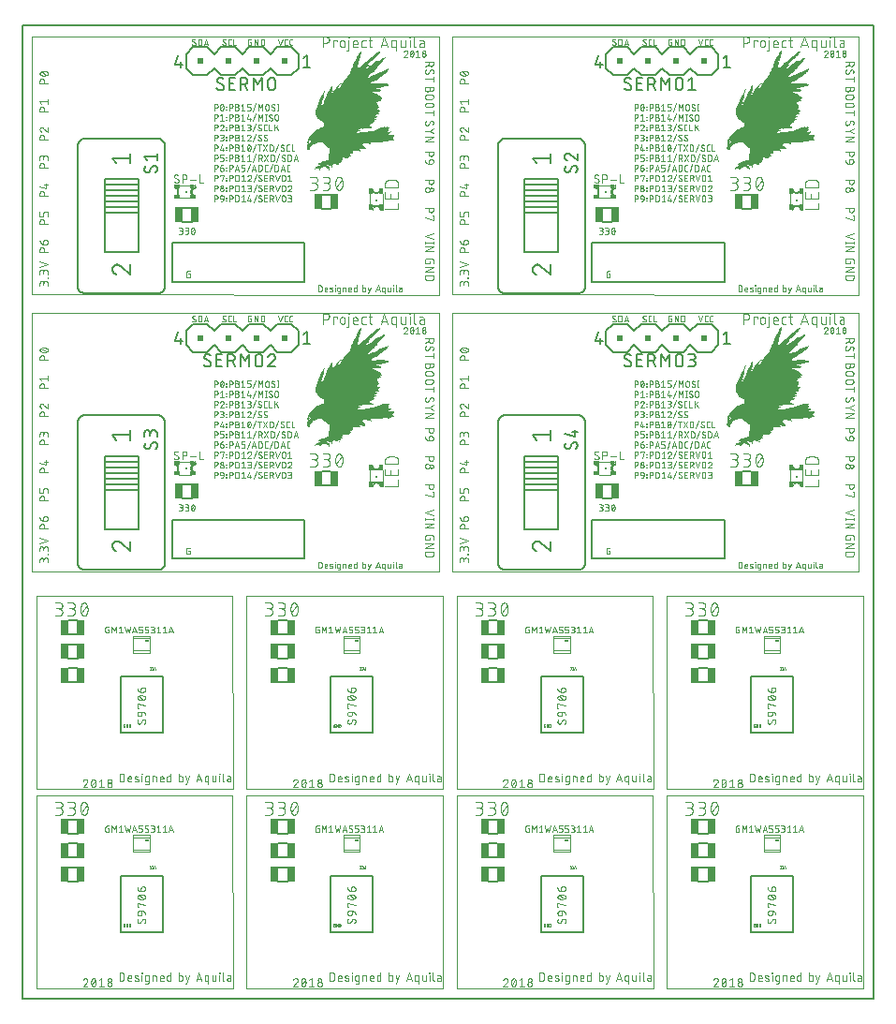
<source format=gto>
G04 EAGLE Gerber X2 export*
%TF.Part,Single*%
%TF.FileFunction,Other,Silk top*%
%TF.FilePolarity,Positive*%
%TF.GenerationSoftware,Autodesk,EAGLE,9.1.1*%
%TF.CreationDate,2018-08-10T14:22:37Z*%
G75*
%MOMM*%
%FSLAX34Y34*%
%LPD*%
%AMOC8*
5,1,8,0,0,1.08239X$1,22.5*%
G01*
%ADD10C,0.152400*%
%ADD11C,0.000000*%
%ADD12C,0.050800*%
%ADD13C,0.076200*%
%ADD14C,0.025400*%
%ADD15C,0.127000*%
%ADD16R,0.508000X0.508000*%
%ADD17R,0.650000X1.400000*%
%ADD18C,0.101600*%
%ADD19R,0.500000X0.325000*%
%ADD20R,0.250000X0.150000*%
%ADD21R,0.175000X0.400000*%
%ADD22R,0.200000X0.200000*%
%ADD23R,0.300000X0.300000*%
%ADD24R,0.075000X0.325000*%
%ADD25R,0.325000X0.500000*%
%ADD26R,0.150000X0.250000*%
%ADD27R,0.400000X0.175000*%
%ADD28R,0.325000X0.075000*%
%ADD29C,0.177800*%
%ADD30R,0.400000X0.150000*%

G36*
X649529Y848332D02*
X649529Y848332D01*
X649545Y848332D01*
X649558Y848354D01*
X649577Y848370D01*
X649575Y848385D01*
X649583Y848400D01*
X649568Y848424D01*
X649564Y848452D01*
X649303Y848751D01*
X649095Y849076D01*
X649048Y849224D01*
X649058Y849374D01*
X649120Y849511D01*
X649234Y849621D01*
X649709Y849937D01*
X651131Y850887D01*
X651749Y850887D01*
X651791Y850910D01*
X651812Y850918D01*
X652288Y851552D01*
X652494Y851731D01*
X652737Y851852D01*
X653196Y851955D01*
X653668Y851955D01*
X654128Y851852D01*
X654798Y851532D01*
X655383Y851067D01*
X655861Y850589D01*
X655895Y850579D01*
X655917Y850566D01*
X656999Y850566D01*
X657155Y850350D01*
X657246Y850071D01*
X657246Y849776D01*
X657155Y849497D01*
X656979Y849254D01*
X656342Y848617D01*
X656335Y848592D01*
X656319Y848571D01*
X656325Y848557D01*
X656321Y848543D01*
X656338Y848524D01*
X656348Y848499D01*
X656362Y848498D01*
X656373Y848486D01*
X656402Y848493D01*
X656431Y848489D01*
X657021Y848760D01*
X657025Y848766D01*
X657033Y848766D01*
X657565Y849137D01*
X657570Y849146D01*
X657579Y849149D01*
X657826Y849421D01*
X657829Y849433D01*
X657838Y849439D01*
X658003Y849767D01*
X658002Y849780D01*
X658010Y849788D01*
X658080Y850149D01*
X658076Y850160D01*
X658081Y850168D01*
X658048Y850786D01*
X658043Y850794D01*
X658046Y850803D01*
X657882Y851399D01*
X657876Y851406D01*
X657876Y851415D01*
X657590Y851964D01*
X657582Y851969D01*
X657581Y851977D01*
X657148Y852506D01*
X657140Y852510D01*
X657137Y852518D01*
X656608Y852951D01*
X656604Y852952D01*
X656602Y852956D01*
X655734Y853534D01*
X656277Y853941D01*
X656462Y854015D01*
X656655Y854014D01*
X656834Y853941D01*
X656981Y853797D01*
X657780Y852839D01*
X657784Y852838D01*
X657785Y852834D01*
X657946Y852673D01*
X657980Y852663D01*
X658002Y852650D01*
X659565Y852650D01*
X659763Y852377D01*
X659876Y852030D01*
X659876Y851665D01*
X659763Y851318D01*
X659545Y851018D01*
X659067Y850541D01*
X659059Y850514D01*
X659044Y850490D01*
X659049Y850479D01*
X659046Y850467D01*
X659065Y850446D01*
X659077Y850420D01*
X659089Y850420D01*
X659098Y850410D01*
X659129Y850417D01*
X659161Y850415D01*
X659647Y850678D01*
X659653Y850688D01*
X659663Y850690D01*
X660068Y851066D01*
X660071Y851077D01*
X660081Y851082D01*
X660113Y851132D01*
X660163Y851211D01*
X660214Y851290D01*
X660214Y851291D01*
X660377Y851548D01*
X660378Y851559D01*
X660386Y851566D01*
X660556Y852092D01*
X660554Y852103D01*
X660560Y852112D01*
X660592Y852663D01*
X660587Y852674D01*
X660591Y852683D01*
X660484Y853225D01*
X660480Y853230D01*
X660481Y853235D01*
X660342Y853652D01*
X660539Y853757D01*
X660544Y853765D01*
X660552Y853766D01*
X660776Y853950D01*
X660778Y853954D01*
X660782Y853955D01*
X662066Y855238D01*
X662069Y855248D01*
X662077Y855253D01*
X662079Y855280D01*
X662085Y855293D01*
X662761Y854751D01*
X662768Y854750D01*
X662771Y854744D01*
X663775Y854164D01*
X663782Y854164D01*
X663785Y854159D01*
X664862Y853728D01*
X664868Y853729D01*
X664872Y853725D01*
X665999Y853453D01*
X666003Y853454D01*
X666005Y853452D01*
X666966Y853292D01*
X666985Y853298D01*
X667004Y853295D01*
X667018Y853311D01*
X667039Y853318D01*
X667043Y853337D01*
X667056Y853352D01*
X667050Y853370D01*
X667055Y853393D01*
X667037Y853409D01*
X667030Y853431D01*
X666081Y854222D01*
X665996Y854393D01*
X666968Y854254D01*
X666970Y854254D01*
X666972Y854253D01*
X667005Y854268D01*
X667040Y854281D01*
X667040Y854283D01*
X667042Y854284D01*
X667044Y854303D01*
X667054Y854357D01*
X667049Y854361D01*
X667050Y854367D01*
X666764Y854938D01*
X667002Y855057D01*
X668272Y855215D01*
X668275Y855217D01*
X668278Y855216D01*
X669079Y855376D01*
X669092Y855387D01*
X669108Y855389D01*
X669119Y855411D01*
X669137Y855426D01*
X669135Y855443D01*
X669142Y855458D01*
X669130Y855476D01*
X669126Y855502D01*
X669106Y855510D01*
X669094Y855527D01*
X668129Y855941D01*
X668285Y856019D01*
X669554Y856177D01*
X669558Y856180D01*
X669562Y856179D01*
X669588Y856202D01*
X669616Y856223D01*
X669616Y856228D01*
X669619Y856231D01*
X669614Y856254D01*
X669610Y856300D01*
X669602Y856303D01*
X669600Y856312D01*
X669210Y856702D01*
X670051Y856983D01*
X670103Y857040D01*
X670082Y857114D01*
X670078Y857115D01*
X670077Y857119D01*
X669180Y857864D01*
X669440Y858124D01*
X669443Y858133D01*
X669451Y858137D01*
X669518Y858242D01*
X669569Y858321D01*
X669637Y858428D01*
X669638Y858439D01*
X669646Y858445D01*
X669755Y858773D01*
X669753Y858784D01*
X669759Y858792D01*
X669784Y859136D01*
X669783Y859139D01*
X669784Y859142D01*
X669784Y859937D01*
X669791Y859977D01*
X669807Y860002D01*
X669832Y860018D01*
X669868Y860024D01*
X673061Y859704D01*
X675143Y859384D01*
X675153Y859387D01*
X675162Y859383D01*
X675187Y859400D01*
X675215Y859410D01*
X675217Y859421D01*
X675226Y859426D01*
X675224Y859452D01*
X675231Y859486D01*
X675220Y859495D01*
X675218Y859510D01*
X674832Y860025D01*
X675637Y860025D01*
X675653Y860034D01*
X675672Y860033D01*
X675683Y860050D01*
X675704Y860062D01*
X675706Y860087D01*
X675716Y860104D01*
X675716Y861004D01*
X677579Y861469D01*
X677599Y861487D01*
X677623Y861498D01*
X677624Y861511D01*
X677635Y861522D01*
X677629Y861556D01*
X677631Y861581D01*
X676719Y863406D01*
X677598Y863519D01*
X677607Y863525D01*
X677616Y863523D01*
X678550Y863877D01*
X678558Y863887D01*
X678570Y863888D01*
X678832Y864087D01*
X678838Y864100D01*
X678848Y864106D01*
X678850Y864107D01*
X678953Y864265D01*
X679030Y864383D01*
X679031Y864399D01*
X679040Y864408D01*
X679116Y864729D01*
X679112Y864743D01*
X679118Y864756D01*
X679082Y865083D01*
X679081Y865083D01*
X679082Y865084D01*
X679039Y865434D01*
X679106Y865767D01*
X679275Y866062D01*
X679529Y866290D01*
X679962Y866501D01*
X680433Y866606D01*
X680920Y866598D01*
X683960Y866118D01*
X685723Y865797D01*
X685731Y865800D01*
X685740Y865796D01*
X685766Y865812D01*
X685796Y865822D01*
X685798Y865831D01*
X685806Y865836D01*
X685805Y865861D01*
X685813Y865897D01*
X685803Y865906D01*
X685803Y865919D01*
X685482Y866400D01*
X685478Y866402D01*
X685478Y866406D01*
X685004Y866998D01*
X686673Y866442D01*
X686693Y866446D01*
X686713Y866439D01*
X686728Y866452D01*
X686749Y866456D01*
X686756Y866475D01*
X686772Y866488D01*
X686768Y866507D01*
X686777Y866528D01*
X686761Y866547D01*
X686761Y866548D01*
X686761Y866561D01*
X686758Y866563D01*
X686757Y866570D01*
X686102Y867287D01*
X686093Y867290D01*
X686090Y867298D01*
X685302Y867863D01*
X685297Y867864D01*
X685295Y867868D01*
X684449Y868352D01*
X685501Y868321D01*
X686841Y868043D01*
X688123Y867722D01*
X688125Y867723D01*
X688126Y867721D01*
X688927Y867560D01*
X688962Y867572D01*
X688999Y867582D01*
X688999Y867583D01*
X689001Y867584D01*
X689020Y867659D01*
X689018Y867660D01*
X689018Y867663D01*
X688899Y868019D01*
X689339Y867943D01*
X689875Y867726D01*
X689876Y867726D01*
X689876Y867725D01*
X690187Y867605D01*
X690198Y867607D01*
X690206Y867600D01*
X690536Y867559D01*
X690542Y867562D01*
X690546Y867559D01*
X691027Y867559D01*
X691032Y867562D01*
X691038Y867560D01*
X691065Y867580D01*
X691094Y867596D01*
X691095Y867602D01*
X691099Y867606D01*
X691096Y867631D01*
X691098Y867673D01*
X691089Y867679D01*
X691088Y867689D01*
X690465Y868438D01*
X691162Y868205D01*
X691182Y868209D01*
X691201Y868202D01*
X691217Y868215D01*
X691238Y868219D01*
X691245Y868238D01*
X691261Y868251D01*
X691257Y868270D01*
X691266Y868291D01*
X691250Y868309D01*
X691246Y868333D01*
X690218Y869467D01*
X690211Y869469D01*
X690209Y869475D01*
X689025Y870444D01*
X689019Y870445D01*
X689016Y870451D01*
X687702Y871234D01*
X687698Y871234D01*
X687696Y871237D01*
X686847Y871660D01*
X687741Y872345D01*
X688866Y872881D01*
X690077Y873171D01*
X690932Y873210D01*
X691781Y873104D01*
X692607Y872854D01*
X694691Y872212D01*
X694694Y872213D01*
X694697Y872211D01*
X696141Y871890D01*
X696151Y871893D01*
X696161Y871888D01*
X696186Y871903D01*
X696215Y871912D01*
X696218Y871922D01*
X696227Y871928D01*
X696226Y871953D01*
X696235Y871986D01*
X696224Y871996D01*
X696224Y872011D01*
X695904Y872490D01*
X695634Y872948D01*
X695430Y873438D01*
X695305Y873812D01*
X697440Y873812D01*
X697442Y873813D01*
X697444Y873812D01*
X704498Y874133D01*
X704500Y874134D01*
X704502Y874136D01*
X704507Y874134D01*
X705469Y874294D01*
X705470Y874294D01*
X706975Y874568D01*
X708502Y874614D01*
X712025Y874454D01*
X712036Y874459D01*
X712047Y874456D01*
X712069Y874475D01*
X712094Y874488D01*
X712095Y874500D01*
X712104Y874508D01*
X712098Y874532D01*
X712102Y874565D01*
X712089Y874574D01*
X712085Y874589D01*
X711422Y875251D01*
X713154Y875216D01*
X713159Y875218D01*
X713164Y875216D01*
X715083Y875415D01*
X715086Y875417D01*
X715088Y875416D01*
X717012Y875737D01*
X717015Y875739D01*
X717019Y875738D01*
X717045Y875763D01*
X717072Y875785D01*
X717072Y875789D01*
X717075Y875792D01*
X717069Y875814D01*
X717063Y875861D01*
X717056Y875865D01*
X717053Y875873D01*
X716624Y876278D01*
X716614Y876281D01*
X716610Y876289D01*
X716103Y876593D01*
X716094Y876593D01*
X716088Y876600D01*
X715528Y876788D01*
X715518Y876787D01*
X715511Y876792D01*
X714973Y876850D01*
X715605Y877356D01*
X715613Y877375D01*
X715629Y877387D01*
X715626Y877406D01*
X715635Y877427D01*
X715620Y877448D01*
X715616Y877469D01*
X715321Y877816D01*
X715315Y877818D01*
X715313Y877824D01*
X714971Y878115D01*
X714957Y878131D01*
X714955Y878140D01*
X714957Y878148D01*
X714972Y878164D01*
X715463Y878605D01*
X715466Y878614D01*
X715474Y878618D01*
X715864Y879157D01*
X715865Y879162D01*
X715868Y879164D01*
X715868Y879168D01*
X715872Y879171D01*
X716139Y879780D01*
X716138Y879790D01*
X716144Y879796D01*
X716276Y880448D01*
X716271Y880462D01*
X716277Y880474D01*
X716269Y880538D01*
X716257Y880554D01*
X716257Y880570D01*
X716222Y880625D01*
X716205Y880634D01*
X716198Y880649D01*
X716143Y880684D01*
X716124Y880685D01*
X716111Y880696D01*
X716047Y880704D01*
X716036Y880699D01*
X716027Y880704D01*
X714748Y880543D01*
X713549Y880498D01*
X712371Y880702D01*
X712050Y880826D01*
X711760Y881007D01*
X711679Y881097D01*
X711637Y881207D01*
X711637Y881325D01*
X711679Y881435D01*
X711760Y881524D01*
X712551Y881999D01*
X712552Y882001D01*
X712553Y882001D01*
X712914Y882235D01*
X712920Y882247D01*
X712932Y882251D01*
X713207Y882582D01*
X713210Y882595D01*
X713220Y882602D01*
X713385Y883000D01*
X713384Y883006D01*
X713389Y883011D01*
X713549Y883651D01*
X713540Y883684D01*
X713535Y883718D01*
X713530Y883720D01*
X713529Y883725D01*
X713471Y883743D01*
X713457Y883748D01*
X711553Y883389D01*
X709622Y883269D01*
X709337Y883269D01*
X709337Y883270D01*
X709338Y883274D01*
X709352Y883287D01*
X710187Y883822D01*
X710191Y883831D01*
X710200Y883833D01*
X710905Y884538D01*
X710908Y884548D01*
X710916Y884551D01*
X711455Y885391D01*
X711455Y885396D01*
X711459Y885399D01*
X711619Y885720D01*
X711617Y885755D01*
X711619Y885790D01*
X711616Y885792D01*
X711615Y885797D01*
X711548Y885834D01*
X710907Y885834D01*
X710899Y885830D01*
X710891Y885833D01*
X710327Y885719D01*
X711768Y887305D01*
X711772Y887324D01*
X711786Y887339D01*
X711780Y887358D01*
X711785Y887380D01*
X711767Y887397D01*
X711768Y887403D01*
X711764Y887406D01*
X711760Y887419D01*
X711537Y887606D01*
X711527Y887608D01*
X711522Y887615D01*
X711263Y887749D01*
X711253Y887748D01*
X711246Y887755D01*
X710615Y887912D01*
X710604Y887909D01*
X710596Y887915D01*
X709945Y887918D01*
X709937Y887913D01*
X709928Y887916D01*
X709430Y887806D01*
X709423Y887800D01*
X709415Y887801D01*
X708950Y887590D01*
X708949Y887588D01*
X708946Y887588D01*
X705261Y885665D01*
X703194Y884712D01*
X703167Y884712D01*
X708063Y887772D01*
X708075Y887794D01*
X708095Y887810D01*
X708093Y887825D01*
X708100Y887839D01*
X708088Y887861D01*
X708085Y887886D01*
X708071Y887892D01*
X708063Y887907D01*
X708034Y887906D01*
X708007Y887917D01*
X706376Y887629D01*
X706371Y887625D01*
X706365Y887626D01*
X704789Y887113D01*
X704788Y887112D01*
X704786Y887112D01*
X699176Y885029D01*
X697258Y884388D01*
X695920Y884052D01*
X694547Y883910D01*
X693258Y883809D01*
X693254Y883806D01*
X693251Y883808D01*
X691976Y883588D01*
X687973Y882948D01*
X682155Y882634D01*
X682523Y882884D01*
X683192Y883113D01*
X683989Y883272D01*
X683999Y883281D01*
X684013Y883281D01*
X684027Y883305D01*
X684047Y883322D01*
X684045Y883336D01*
X684052Y883348D01*
X684040Y883368D01*
X684036Y883398D01*
X684019Y883405D01*
X684010Y883420D01*
X683812Y883526D01*
X683801Y883526D01*
X683794Y883533D01*
X683576Y883587D01*
X683565Y883584D01*
X683557Y883589D01*
X683336Y883589D01*
X683294Y883594D01*
X683270Y883608D01*
X683255Y883632D01*
X683252Y883661D01*
X683267Y883703D01*
X683299Y883735D01*
X683350Y883753D01*
X684619Y883912D01*
X684774Y883912D01*
X684780Y883915D01*
X684785Y883913D01*
X684831Y883919D01*
X684851Y883934D01*
X684871Y883937D01*
X684906Y883967D01*
X684915Y883991D01*
X684930Y884005D01*
X684943Y884049D01*
X684938Y884074D01*
X684943Y884094D01*
X684930Y884138D01*
X684912Y884156D01*
X684906Y884176D01*
X684871Y884206D01*
X684847Y884211D01*
X684831Y884224D01*
X684785Y884231D01*
X684783Y884230D01*
X684781Y884231D01*
X684735Y884235D01*
X684711Y884249D01*
X684697Y884273D01*
X684694Y884301D01*
X684710Y884343D01*
X684743Y884376D01*
X684797Y884396D01*
X686235Y884716D01*
X686246Y884726D01*
X686260Y884726D01*
X686296Y884748D01*
X686307Y884768D01*
X686323Y884777D01*
X686344Y884814D01*
X686344Y884836D01*
X686354Y884852D01*
X686354Y884895D01*
X686343Y884914D01*
X686344Y884933D01*
X686323Y884970D01*
X686304Y884982D01*
X686296Y884999D01*
X686260Y885021D01*
X686244Y885022D01*
X686233Y885032D01*
X685360Y885203D01*
X685351Y885200D01*
X685343Y885205D01*
X684458Y885193D01*
X684417Y885198D01*
X684393Y885213D01*
X684378Y885237D01*
X684374Y885268D01*
X684452Y885562D01*
X684473Y885595D01*
X684473Y885596D01*
X684521Y885675D01*
X684569Y885754D01*
X684570Y885754D01*
X684612Y885824D01*
X684841Y886029D01*
X685120Y886160D01*
X686134Y886351D01*
X687172Y886317D01*
X688291Y886158D01*
X688312Y886166D01*
X688335Y886164D01*
X688346Y886179D01*
X688363Y886185D01*
X688367Y886208D01*
X688381Y886226D01*
X688374Y886241D01*
X688377Y886261D01*
X688357Y886278D01*
X688346Y886302D01*
X687581Y886812D01*
X690069Y886959D01*
X694394Y886959D01*
X694397Y886960D01*
X694399Y886959D01*
X696964Y887119D01*
X696967Y887121D01*
X696970Y887120D01*
X698093Y887280D01*
X698120Y887300D01*
X698150Y887317D01*
X698150Y887323D01*
X698155Y887326D01*
X698151Y887360D01*
X698153Y887394D01*
X698148Y887397D01*
X698147Y887403D01*
X698113Y887418D01*
X698081Y887437D01*
X696718Y887423D01*
X695369Y887596D01*
X694909Y887688D01*
X695487Y887838D01*
X695493Y887844D01*
X695501Y887843D01*
X696352Y888248D01*
X696355Y888252D01*
X696359Y888252D01*
X697160Y888733D01*
X697176Y888761D01*
X697197Y888785D01*
X697194Y888793D01*
X697198Y888800D01*
X697183Y888828D01*
X697174Y888858D01*
X697166Y888860D01*
X697162Y888868D01*
X697126Y888868D01*
X697092Y888876D01*
X696163Y888538D01*
X695195Y888400D01*
X694965Y888433D01*
X694763Y888543D01*
X694598Y888721D01*
X694489Y888939D01*
X694446Y889180D01*
X694472Y889423D01*
X694707Y890008D01*
X695092Y890509D01*
X695754Y891049D01*
X696512Y891454D01*
X698433Y892255D01*
X698445Y892270D01*
X698463Y892277D01*
X698467Y892298D01*
X698480Y892315D01*
X698474Y892334D01*
X698477Y892353D01*
X698462Y892366D01*
X698454Y892388D01*
X698431Y892392D01*
X698413Y892406D01*
X697542Y892531D01*
X698278Y892899D01*
X698290Y892917D01*
X698309Y892928D01*
X698310Y892947D01*
X698321Y892963D01*
X698312Y892983D01*
X698313Y893005D01*
X698298Y893015D01*
X698290Y893033D01*
X698264Y893036D01*
X698242Y893049D01*
X697445Y893049D01*
X697379Y893058D01*
X697336Y893089D01*
X697313Y893136D01*
X697314Y893188D01*
X697342Y893239D01*
X697893Y893719D01*
X698528Y894090D01*
X699226Y894336D01*
X700505Y894656D01*
X700506Y894657D01*
X700507Y894657D01*
X700534Y894683D01*
X700561Y894709D01*
X700561Y894710D01*
X700562Y894711D01*
X700558Y894725D01*
X700546Y894784D01*
X700541Y894786D01*
X700540Y894791D01*
X700178Y895123D01*
X700166Y895126D01*
X700160Y895135D01*
X699721Y895355D01*
X699708Y895354D01*
X699700Y895362D01*
X699220Y895451D01*
X699062Y895493D01*
X698946Y895585D01*
X698911Y895656D01*
X698911Y895733D01*
X698948Y895808D01*
X699254Y896115D01*
X699582Y896338D01*
X699947Y896494D01*
X700343Y896580D01*
X700345Y896582D01*
X700349Y896581D01*
X700697Y896685D01*
X700708Y896696D01*
X700722Y896697D01*
X701014Y896914D01*
X701019Y896926D01*
X701024Y896928D01*
X701024Y896930D01*
X701034Y896935D01*
X701081Y897009D01*
X701082Y897026D01*
X701092Y897037D01*
X701109Y897123D01*
X701103Y897139D01*
X701109Y897153D01*
X701092Y897239D01*
X701081Y897252D01*
X701081Y897267D01*
X701034Y897341D01*
X701019Y897348D01*
X701014Y897362D01*
X700868Y897470D01*
X700852Y897472D01*
X700843Y897482D01*
X700669Y897534D01*
X700667Y897534D01*
X700666Y897535D01*
X700254Y897640D01*
X699895Y897842D01*
X699763Y897986D01*
X699691Y898165D01*
X699688Y898359D01*
X699755Y898542D01*
X699917Y898744D01*
X700130Y898892D01*
X700377Y898974D01*
X700648Y898983D01*
X701608Y898983D01*
X701612Y898985D01*
X701617Y898983D01*
X703053Y899143D01*
X703116Y899139D01*
X703138Y899150D01*
X703159Y899149D01*
X703219Y899183D01*
X703232Y899204D01*
X703250Y899214D01*
X703284Y899274D01*
X703284Y899299D01*
X703294Y899317D01*
X703290Y899386D01*
X703280Y899402D01*
X703281Y899419D01*
X703209Y899557D01*
X703197Y899564D01*
X703195Y899576D01*
X703085Y899686D01*
X703072Y899689D01*
X703066Y899700D01*
X702928Y899772D01*
X702927Y899772D01*
X702927Y899773D01*
X702293Y900090D01*
X702130Y900224D01*
X701996Y900387D01*
X701914Y900561D01*
X701888Y900749D01*
X701920Y900936D01*
X702006Y901106D01*
X702141Y901245D01*
X703095Y901881D01*
X703096Y901884D01*
X703099Y901884D01*
X703371Y902094D01*
X703375Y902105D01*
X703385Y902108D01*
X703595Y902380D01*
X703597Y902393D01*
X703603Y902396D01*
X703603Y902398D01*
X703606Y902401D01*
X703645Y902505D01*
X703642Y902521D01*
X703650Y902533D01*
X703650Y902644D01*
X703642Y902658D01*
X703645Y902672D01*
X703606Y902776D01*
X703598Y902784D01*
X703598Y902790D01*
X703594Y902793D01*
X703594Y902799D01*
X703469Y902953D01*
X703456Y902958D01*
X703451Y902969D01*
X703286Y903080D01*
X703272Y903081D01*
X703264Y903090D01*
X703073Y903146D01*
X703064Y903144D01*
X703056Y903149D01*
X702415Y903193D01*
X702410Y903190D01*
X702405Y903193D01*
X701767Y903149D01*
X701608Y903152D01*
X701466Y903199D01*
X701345Y903287D01*
X701205Y903476D01*
X701131Y903698D01*
X701129Y903933D01*
X701200Y904158D01*
X701238Y904219D01*
X701289Y904298D01*
X701289Y904299D01*
X701340Y904378D01*
X701390Y904457D01*
X701441Y904536D01*
X701467Y904578D01*
X701825Y904938D01*
X702189Y905304D01*
X702191Y905314D01*
X702199Y905317D01*
X702207Y905329D01*
X702358Y905566D01*
X702358Y905567D01*
X702477Y905752D01*
X702478Y905765D01*
X702486Y905773D01*
X702536Y905944D01*
X702533Y905960D01*
X702539Y905972D01*
X702527Y906150D01*
X702518Y906164D01*
X702520Y906177D01*
X702447Y906340D01*
X702435Y906350D01*
X702432Y906363D01*
X702307Y906491D01*
X702306Y906492D01*
X702227Y906570D01*
X702184Y906658D01*
X702169Y906766D01*
X702138Y907107D01*
X702132Y907115D01*
X702134Y907125D01*
X702025Y907451D01*
X702017Y907458D01*
X702017Y907460D01*
X702018Y907466D01*
X702017Y907466D01*
X702017Y907467D01*
X701836Y907760D01*
X701828Y907765D01*
X701826Y907773D01*
X701552Y908053D01*
X701543Y908056D01*
X701539Y908064D01*
X701214Y908281D01*
X701204Y908282D01*
X701199Y908289D01*
X700839Y908432D01*
X700750Y908477D01*
X700693Y908544D01*
X700665Y908626D01*
X700671Y908714D01*
X700716Y908804D01*
X700837Y909031D01*
X700837Y909045D01*
X700845Y909055D01*
X700887Y909309D01*
X700882Y909323D01*
X700887Y909335D01*
X700845Y909589D01*
X700838Y909597D01*
X700839Y909606D01*
X700837Y909607D01*
X700837Y909613D01*
X700717Y909839D01*
X700677Y909924D01*
X700677Y910002D01*
X700712Y910078D01*
X701017Y910403D01*
X701384Y910665D01*
X701799Y910852D01*
X703075Y911330D01*
X703691Y911494D01*
X704333Y911487D01*
X704337Y911489D01*
X704341Y911487D01*
X704406Y911493D01*
X704423Y911504D01*
X704440Y911504D01*
X704496Y911539D01*
X704506Y911557D01*
X704521Y911564D01*
X704537Y911589D01*
X704537Y911590D01*
X704556Y911620D01*
X704557Y911640D01*
X704567Y911654D01*
X704573Y911719D01*
X704566Y911735D01*
X704570Y911750D01*
X704461Y912096D01*
X704451Y912106D01*
X704450Y912119D01*
X704238Y912414D01*
X704238Y912415D01*
X704143Y912546D01*
X704095Y912688D01*
X704093Y912836D01*
X704137Y912957D01*
X704226Y913046D01*
X704357Y913094D01*
X704599Y913150D01*
X704606Y913156D01*
X704614Y913155D01*
X704846Y913258D01*
X704854Y913268D01*
X704865Y913269D01*
X705077Y913446D01*
X705083Y913462D01*
X705096Y913469D01*
X705230Y913710D01*
X705230Y913727D01*
X705239Y913738D01*
X705277Y914012D01*
X705271Y914027D01*
X705276Y914041D01*
X705212Y914310D01*
X705204Y914320D01*
X705204Y914331D01*
X704959Y914765D01*
X704951Y914770D01*
X704950Y914778D01*
X704626Y915156D01*
X704617Y915160D01*
X704614Y915167D01*
X704223Y915476D01*
X704218Y915477D01*
X704216Y915481D01*
X702936Y916281D01*
X701656Y917241D01*
X701655Y917242D01*
X701654Y917242D01*
X700980Y917727D01*
X700970Y917728D01*
X700964Y917736D01*
X700196Y918052D01*
X700192Y918052D01*
X700189Y918055D01*
X696988Y919015D01*
X696797Y919112D01*
X696649Y919260D01*
X696556Y919444D01*
X696545Y919574D01*
X696590Y919694D01*
X696683Y919783D01*
X696811Y919824D01*
X697758Y919824D01*
X699839Y919663D01*
X699840Y919663D01*
X702405Y919503D01*
X702412Y919506D01*
X702418Y919503D01*
X702836Y919543D01*
X702847Y919551D01*
X702860Y919549D01*
X703246Y919715D01*
X703254Y919726D01*
X703266Y919728D01*
X703584Y920003D01*
X703585Y920005D01*
X703586Y920005D01*
X703874Y920276D01*
X704214Y920476D01*
X704215Y920476D01*
X704413Y920595D01*
X704419Y920605D01*
X704428Y920607D01*
X704592Y920771D01*
X704594Y920779D01*
X704600Y920782D01*
X704600Y920785D01*
X704604Y920787D01*
X704722Y920985D01*
X704723Y920999D01*
X704731Y921008D01*
X704763Y921142D01*
X704758Y921158D01*
X704764Y921171D01*
X704745Y921308D01*
X704736Y921321D01*
X704736Y921335D01*
X704669Y921456D01*
X704655Y921465D01*
X704651Y921478D01*
X704545Y921567D01*
X704531Y921569D01*
X704523Y921580D01*
X703722Y921901D01*
X703713Y921899D01*
X703706Y921905D01*
X701782Y922225D01*
X701335Y922303D01*
X700916Y922461D01*
X700536Y922692D01*
X700465Y922764D01*
X700421Y922852D01*
X700406Y922947D01*
X700425Y923041D01*
X700477Y923119D01*
X700555Y923171D01*
X700654Y923191D01*
X702410Y923191D01*
X702414Y923193D01*
X702417Y923191D01*
X702904Y923233D01*
X702910Y923237D01*
X702916Y923235D01*
X703391Y923353D01*
X703392Y923354D01*
X703392Y923353D01*
X704179Y923563D01*
X704986Y923671D01*
X705797Y923781D01*
X705802Y923784D01*
X705807Y923783D01*
X706598Y923994D01*
X706601Y923996D01*
X706603Y923996D01*
X707563Y924316D01*
X708347Y924524D01*
X709154Y924635D01*
X709155Y924635D01*
X709888Y924743D01*
X709893Y924747D01*
X709899Y924746D01*
X710609Y924958D01*
X710615Y924965D01*
X710624Y924965D01*
X710979Y925159D01*
X710985Y925170D01*
X710996Y925172D01*
X711283Y925458D01*
X711287Y925471D01*
X711297Y925477D01*
X711417Y925705D01*
X711416Y925719D01*
X711425Y925729D01*
X711466Y925982D01*
X711464Y925989D01*
X711467Y925995D01*
X711467Y926155D01*
X711463Y926162D01*
X711466Y926170D01*
X711449Y926189D01*
X711430Y926222D01*
X711417Y926223D01*
X711409Y926231D01*
X709271Y926830D01*
X709266Y926829D01*
X709263Y926832D01*
X707072Y927196D01*
X707067Y927194D01*
X707063Y927197D01*
X704418Y927343D01*
X704414Y927341D01*
X704410Y927343D01*
X701765Y927197D01*
X701764Y927197D01*
X698965Y927002D01*
X696166Y927036D01*
X695932Y927081D01*
X695724Y927183D01*
X695585Y927322D01*
X695511Y927501D01*
X695510Y927695D01*
X695585Y927878D01*
X695932Y928305D01*
X696363Y928656D01*
X696975Y929009D01*
X697628Y929288D01*
X699068Y929768D01*
X699071Y929771D01*
X699074Y929770D01*
X700004Y930163D01*
X700009Y930170D01*
X700017Y930170D01*
X700851Y930740D01*
X700852Y930743D01*
X700855Y930743D01*
X701657Y931383D01*
X703097Y932504D01*
X704537Y933463D01*
X705458Y934050D01*
X705461Y934055D01*
X705466Y934056D01*
X706307Y934751D01*
X707750Y935872D01*
X707750Y935873D01*
X707751Y935873D01*
X708552Y936514D01*
X708552Y936515D01*
X709222Y937060D01*
X709983Y937468D01*
X709983Y937470D01*
X709985Y937470D01*
X710319Y937664D01*
X710325Y937674D01*
X710335Y937677D01*
X710608Y937950D01*
X710611Y937961D01*
X710620Y937966D01*
X710815Y938300D01*
X710815Y938310D01*
X710821Y938315D01*
X711302Y939757D01*
X711302Y939760D01*
X711304Y939763D01*
X711465Y940405D01*
X711464Y940407D01*
X711466Y940409D01*
X711454Y940444D01*
X711445Y940479D01*
X711442Y940480D01*
X711442Y940482D01*
X711421Y940486D01*
X711371Y940501D01*
X711366Y940497D01*
X711359Y940498D01*
X706389Y938574D01*
X706387Y938571D01*
X706383Y938571D01*
X702215Y936487D01*
X700093Y935437D01*
X697892Y934566D01*
X697891Y934565D01*
X697890Y934565D01*
X694523Y933123D01*
X694521Y933121D01*
X694519Y933121D01*
X693242Y932481D01*
X692779Y932328D01*
X692748Y932330D01*
X692725Y932343D01*
X692712Y932366D01*
X692710Y932399D01*
X692911Y933124D01*
X693229Y933814D01*
X693653Y934441D01*
X694606Y935394D01*
X696365Y936673D01*
X696365Y936674D01*
X696367Y936674D01*
X697810Y937796D01*
X697813Y937804D01*
X697820Y937806D01*
X698280Y938325D01*
X698282Y938335D01*
X698290Y938339D01*
X698631Y938942D01*
X698631Y938944D01*
X698632Y938945D01*
X698845Y939356D01*
X699104Y939731D01*
X699381Y940001D01*
X699723Y940195D01*
X699979Y940330D01*
X699984Y940338D01*
X699992Y940339D01*
X700216Y940523D01*
X700218Y940527D01*
X700222Y940528D01*
X701023Y941330D01*
X701025Y941337D01*
X701031Y941340D01*
X701244Y941634D01*
X701246Y941648D01*
X701256Y941657D01*
X701364Y942003D01*
X701363Y942005D01*
X701365Y942007D01*
X701474Y942418D01*
X701674Y942785D01*
X702270Y943532D01*
X702942Y944211D01*
X703070Y944298D01*
X703213Y944346D01*
X703375Y944353D01*
X703379Y944355D01*
X703382Y944353D01*
X703445Y944361D01*
X703461Y944373D01*
X703478Y944373D01*
X703532Y944407D01*
X703542Y944425D01*
X703557Y944432D01*
X703591Y944486D01*
X703592Y944505D01*
X703603Y944519D01*
X703611Y944582D01*
X703610Y944584D01*
X703611Y944585D01*
X703621Y944695D01*
X703663Y944780D01*
X703743Y944852D01*
X704192Y945202D01*
X704196Y945212D01*
X704206Y945215D01*
X704557Y945665D01*
X704557Y945667D01*
X704557Y945669D01*
X704560Y945670D01*
X705229Y946666D01*
X705994Y947583D01*
X707433Y948862D01*
X707779Y949176D01*
X707782Y949185D01*
X707791Y949188D01*
X708062Y949568D01*
X708063Y949578D01*
X708070Y949583D01*
X708255Y950012D01*
X708254Y950016D01*
X708257Y950018D01*
X708417Y950499D01*
X708415Y950510D01*
X708421Y950519D01*
X708426Y950589D01*
X708415Y950611D01*
X708416Y950632D01*
X708383Y950693D01*
X708362Y950706D01*
X708351Y950725D01*
X708290Y950758D01*
X708265Y950758D01*
X708247Y950768D01*
X708177Y950764D01*
X708166Y950757D01*
X708154Y950759D01*
X706871Y950277D01*
X706869Y950275D01*
X706866Y950275D01*
X705628Y949701D01*
X705625Y949696D01*
X705620Y949696D01*
X704453Y948989D01*
X704450Y948984D01*
X704445Y948984D01*
X703003Y947861D01*
X702368Y947386D01*
X702066Y947234D01*
X701995Y947223D01*
X701931Y947240D01*
X701878Y947282D01*
X701840Y947354D01*
X701806Y947423D01*
X701794Y947432D01*
X701790Y947445D01*
X701735Y947500D01*
X701720Y947504D01*
X701713Y947516D01*
X701642Y947549D01*
X701629Y947549D01*
X701619Y947556D01*
X701379Y947591D01*
X701367Y947586D01*
X701356Y947591D01*
X701116Y947556D01*
X701107Y947550D01*
X701098Y947552D01*
X700763Y947421D01*
X700758Y947414D01*
X700751Y947414D01*
X700444Y947225D01*
X700442Y947222D01*
X700438Y947221D01*
X697232Y944816D01*
X694828Y943053D01*
X694828Y943052D01*
X694827Y943052D01*
X692102Y940968D01*
X692099Y940962D01*
X692094Y940961D01*
X691615Y940482D01*
X691517Y940398D01*
X691407Y940357D01*
X691289Y940357D01*
X691179Y940398D01*
X691089Y940475D01*
X691039Y940564D01*
X691022Y940665D01*
X691039Y940765D01*
X691093Y940861D01*
X692211Y942298D01*
X692651Y942808D01*
X693163Y943250D01*
X693165Y943255D01*
X693169Y943256D01*
X693321Y943419D01*
X693325Y943435D01*
X693336Y943443D01*
X693419Y943650D01*
X693417Y943666D01*
X693425Y943678D01*
X693428Y943901D01*
X693420Y943915D01*
X693423Y943929D01*
X693346Y944138D01*
X693336Y944148D01*
X693334Y944160D01*
X693165Y944375D01*
X693154Y944379D01*
X693150Y944389D01*
X692931Y944553D01*
X692920Y944555D01*
X692913Y944563D01*
X692664Y944664D01*
X692650Y944672D01*
X692650Y944673D01*
X692657Y944677D01*
X693605Y944835D01*
X693610Y944839D01*
X693616Y944838D01*
X693694Y944863D01*
X693709Y944878D01*
X693726Y944882D01*
X693784Y944940D01*
X693787Y944949D01*
X693795Y944954D01*
X693795Y944965D01*
X693803Y944972D01*
X693828Y945050D01*
X693827Y945056D01*
X693831Y945061D01*
X693908Y945509D01*
X694065Y945927D01*
X694148Y946063D01*
X694196Y946142D01*
X694196Y946143D01*
X694298Y946309D01*
X694796Y946873D01*
X695379Y947349D01*
X696037Y947729D01*
X696037Y947730D01*
X696532Y948023D01*
X696536Y948030D01*
X696544Y948032D01*
X696976Y948410D01*
X696979Y948418D01*
X696986Y948421D01*
X697342Y948872D01*
X697342Y948873D01*
X697343Y948873D01*
X697855Y949550D01*
X698457Y950146D01*
X699230Y950902D01*
X699232Y950907D01*
X699237Y950909D01*
X699905Y951754D01*
X700175Y952035D01*
X700522Y952217D01*
X701043Y952472D01*
X701050Y952482D01*
X701061Y952484D01*
X701499Y952866D01*
X701502Y952876D01*
X701507Y952879D01*
X701507Y952880D01*
X701512Y952882D01*
X701835Y953366D01*
X701835Y953369D01*
X701838Y953370D01*
X702124Y953868D01*
X702472Y954322D01*
X703588Y955597D01*
X703679Y955676D01*
X703686Y955693D01*
X703699Y955701D01*
X703755Y955814D01*
X703755Y955831D01*
X703764Y955844D01*
X703772Y955970D01*
X703764Y955987D01*
X703767Y956002D01*
X703740Y956078D01*
X703725Y956091D01*
X703721Y956107D01*
X703664Y956164D01*
X703645Y956169D01*
X703635Y956182D01*
X703559Y956210D01*
X703544Y956207D01*
X703532Y956214D01*
X703211Y956214D01*
X703201Y956209D01*
X703192Y956212D01*
X702551Y956052D01*
X702544Y956046D01*
X702536Y956047D01*
X701688Y955643D01*
X701683Y955636D01*
X701675Y955635D01*
X700920Y955077D01*
X700919Y955075D01*
X700918Y955075D01*
X698673Y953312D01*
X697173Y952181D01*
X697172Y952177D01*
X697168Y952176D01*
X695785Y950905D01*
X693703Y949143D01*
X690977Y946898D01*
X690976Y946898D01*
X690449Y946460D01*
X689864Y946103D01*
X689025Y945596D01*
X689021Y945591D01*
X689016Y945590D01*
X688252Y944975D01*
X688250Y944970D01*
X688246Y944969D01*
X686004Y942727D01*
X685114Y941924D01*
X684095Y941295D01*
X683794Y941145D01*
X683732Y941145D01*
X683732Y942822D01*
X684051Y944740D01*
X684051Y944741D01*
X684051Y944742D01*
X684212Y945864D01*
X684209Y945874D01*
X684213Y945883D01*
X684180Y946215D01*
X684172Y946226D01*
X684174Y946238D01*
X684046Y946546D01*
X683923Y946844D01*
X683893Y947153D01*
X683928Y947304D01*
X684012Y947432D01*
X684135Y947524D01*
X684282Y947569D01*
X684447Y947559D01*
X684525Y947550D01*
X684535Y947554D01*
X684543Y947550D01*
X684623Y947559D01*
X684634Y947567D01*
X684646Y947566D01*
X684718Y947598D01*
X684728Y947611D01*
X684742Y947614D01*
X684798Y947670D01*
X684803Y947686D01*
X684814Y947694D01*
X684846Y947766D01*
X684846Y947773D01*
X684850Y947777D01*
X685973Y951785D01*
X686935Y955313D01*
X686934Y955320D01*
X686938Y955325D01*
X687000Y955886D01*
X686996Y955896D01*
X687000Y955904D01*
X686938Y956465D01*
X686932Y956473D01*
X686934Y956483D01*
X686873Y956653D01*
X686865Y956660D01*
X686864Y956670D01*
X686764Y956821D01*
X686750Y956828D01*
X686746Y956840D01*
X686710Y956867D01*
X686691Y956870D01*
X686679Y956882D01*
X686635Y956891D01*
X686617Y956886D01*
X686601Y956891D01*
X686557Y956882D01*
X686543Y956869D01*
X686526Y956867D01*
X686490Y956840D01*
X686485Y956829D01*
X686475Y956825D01*
X684784Y954632D01*
X684784Y954628D01*
X684781Y954627D01*
X684780Y954626D01*
X684780Y954625D01*
X684732Y954547D01*
X684489Y954151D01*
X684294Y953834D01*
X684051Y953438D01*
X683808Y953042D01*
X683614Y952725D01*
X683370Y952328D01*
X683331Y952265D01*
X683331Y952260D01*
X683327Y952257D01*
X682138Y949756D01*
X682138Y949755D01*
X679412Y943823D01*
X679412Y943822D01*
X678957Y942801D01*
X678957Y942796D01*
X678954Y942793D01*
X678607Y941731D01*
X677615Y938922D01*
X676212Y936300D01*
X675575Y935503D01*
X673973Y933581D01*
X673972Y933577D01*
X673969Y933576D01*
X670922Y929248D01*
X670922Y929247D01*
X668038Y925081D01*
X666755Y923317D01*
X666755Y923316D01*
X664671Y920432D01*
X664173Y919824D01*
X663566Y919326D01*
X663361Y919189D01*
X665445Y922910D01*
X668010Y927399D01*
X668010Y927401D01*
X668012Y927403D01*
X668333Y928044D01*
X668332Y928064D01*
X668341Y928079D01*
X668341Y928240D01*
X668335Y928252D01*
X668337Y928265D01*
X668317Y928283D01*
X668304Y928307D01*
X668291Y928308D01*
X668281Y928317D01*
X668258Y928310D01*
X668227Y928311D01*
X668218Y928296D01*
X668201Y928291D01*
X666667Y926468D01*
X664998Y924769D01*
X664998Y924767D01*
X664997Y924767D01*
X663602Y923253D01*
X663600Y923247D01*
X663595Y923245D01*
X662425Y921551D01*
X662424Y921545D01*
X662420Y921543D01*
X660656Y918176D01*
X660656Y918175D01*
X659848Y916615D01*
X659779Y916507D01*
X659677Y916349D01*
X659676Y916349D01*
X659574Y916190D01*
X659472Y916032D01*
X659370Y915873D01*
X659268Y915715D01*
X659166Y915556D01*
X659064Y915398D01*
X658899Y915141D01*
X657142Y913064D01*
X656858Y912780D01*
X657751Y914414D01*
X658873Y916498D01*
X658873Y916502D01*
X658875Y916503D01*
X659160Y917128D01*
X659159Y917134D01*
X659163Y917138D01*
X659360Y917796D01*
X659360Y917797D01*
X659360Y917798D01*
X659700Y919016D01*
X660160Y920195D01*
X660160Y920198D01*
X660161Y920199D01*
X660520Y921296D01*
X660518Y921305D01*
X660524Y921312D01*
X660645Y922460D01*
X660643Y922464D01*
X660645Y922468D01*
X660645Y922629D01*
X660636Y922645D01*
X660637Y922664D01*
X660620Y922675D01*
X660608Y922696D01*
X660583Y922698D01*
X660566Y922708D01*
X660246Y922708D01*
X660228Y922698D01*
X660210Y922700D01*
X660121Y922655D01*
X660164Y922681D01*
X660169Y922690D01*
X660179Y922693D01*
X660342Y922856D01*
X660345Y922867D01*
X660354Y922871D01*
X660439Y923012D01*
X660474Y923069D01*
X660474Y923080D01*
X660482Y923086D01*
X660697Y923762D01*
X660695Y923772D01*
X660700Y923780D01*
X660754Y924487D01*
X660750Y924497D01*
X660754Y924505D01*
X660644Y925206D01*
X660640Y925212D01*
X660641Y925219D01*
X660481Y925699D01*
X660479Y925701D01*
X660479Y925704D01*
X660470Y925710D01*
X660468Y925723D01*
X660437Y925763D01*
X660412Y925773D01*
X660398Y925790D01*
X660349Y925805D01*
X660324Y925799D01*
X660303Y925805D01*
X660254Y925790D01*
X660236Y925770D01*
X660215Y925763D01*
X660184Y925723D01*
X660182Y925714D01*
X660176Y925711D01*
X660176Y925708D01*
X660174Y925706D01*
X659154Y923415D01*
X657933Y921225D01*
X657933Y921224D01*
X657932Y921224D01*
X656582Y918728D01*
X656582Y918722D01*
X656578Y918719D01*
X655523Y916084D01*
X654768Y914265D01*
X653765Y912568D01*
X653765Y912567D01*
X653764Y912567D01*
X653284Y911721D01*
X653284Y911713D01*
X653279Y911709D01*
X652956Y910792D01*
X652544Y909701D01*
X651901Y908738D01*
X651056Y907940D01*
X650440Y907477D01*
X650418Y907477D01*
X651182Y909615D01*
X651182Y909616D01*
X652465Y913304D01*
X652464Y913306D01*
X652466Y913307D01*
X652961Y914969D01*
X652960Y914974D01*
X652963Y914977D01*
X653270Y916683D01*
X653270Y916684D01*
X653270Y916685D01*
X653910Y920846D01*
X654067Y921316D01*
X654385Y921952D01*
X654384Y921981D01*
X654390Y922011D01*
X654382Y922018D01*
X654381Y922029D01*
X654355Y922043D01*
X654334Y922064D01*
X654324Y922061D01*
X654314Y922066D01*
X654286Y922049D01*
X654254Y922039D01*
X653422Y921073D01*
X653420Y921064D01*
X653413Y921059D01*
X652801Y919941D01*
X652801Y919939D01*
X652800Y919938D01*
X651839Y918015D01*
X650620Y915739D01*
X650621Y915735D01*
X650618Y915733D01*
X649592Y913361D01*
X649592Y913360D01*
X649591Y913359D01*
X648149Y909673D01*
X646546Y906148D01*
X646546Y906146D01*
X646545Y906145D01*
X645721Y904117D01*
X645722Y904109D01*
X645717Y904104D01*
X645259Y901964D01*
X645261Y901955D01*
X645257Y901949D01*
X645230Y900513D01*
X645234Y900505D01*
X645231Y900497D01*
X645502Y899087D01*
X645508Y899080D01*
X645507Y899071D01*
X646065Y897748D01*
X646071Y897744D01*
X646071Y897739D01*
X646071Y897738D01*
X646071Y897737D01*
X647025Y896230D01*
X647030Y896227D01*
X647031Y896222D01*
X648161Y894843D01*
X648167Y894840D01*
X648168Y894835D01*
X649221Y893865D01*
X649228Y893863D01*
X649230Y893857D01*
X650422Y893064D01*
X650424Y893064D01*
X650424Y893063D01*
X652503Y891783D01*
X652637Y891664D01*
X652735Y891517D01*
X652793Y891348D01*
X653002Y889685D01*
X652952Y888013D01*
X652936Y887966D01*
X652904Y887934D01*
X652851Y887916D01*
X651147Y887631D01*
X651142Y887627D01*
X651137Y887629D01*
X649480Y887114D01*
X649475Y887108D01*
X649469Y887109D01*
X647546Y886146D01*
X647543Y886142D01*
X647539Y886142D01*
X646275Y885353D01*
X646248Y885353D01*
X646373Y885730D01*
X646369Y885751D01*
X646376Y885771D01*
X646363Y885786D01*
X646359Y885806D01*
X646339Y885813D01*
X646325Y885829D01*
X646307Y885826D01*
X646287Y885833D01*
X646268Y885818D01*
X646243Y885812D01*
X642876Y882606D01*
X642875Y882601D01*
X642870Y882600D01*
X640465Y879713D01*
X640464Y879708D01*
X640461Y879707D01*
X639605Y878459D01*
X639604Y878455D01*
X639601Y878453D01*
X638854Y877137D01*
X638854Y877135D01*
X638852Y877133D01*
X638211Y875850D01*
X638211Y875844D01*
X638207Y875840D01*
X637945Y875062D01*
X637947Y875050D01*
X637941Y875042D01*
X637886Y874222D01*
X637891Y874211D01*
X637887Y874201D01*
X638044Y873395D01*
X638048Y873390D01*
X638047Y873385D01*
X638203Y872917D01*
X638203Y872787D01*
X637724Y871795D01*
X637724Y871787D01*
X637719Y871782D01*
X637404Y870707D01*
X637406Y870700D01*
X637401Y870694D01*
X637310Y869887D01*
X637313Y869879D01*
X637310Y869873D01*
X637364Y869062D01*
X637368Y869055D01*
X637366Y869048D01*
X637564Y868261D01*
X637567Y868258D01*
X637567Y868257D01*
X637569Y868255D01*
X637571Y868254D01*
X637570Y868245D01*
X637793Y867794D01*
X637802Y867788D01*
X637804Y867778D01*
X638131Y867396D01*
X638142Y867392D01*
X638146Y867383D01*
X638556Y867093D01*
X638567Y867092D01*
X638574Y867084D01*
X639195Y866845D01*
X639206Y866846D01*
X639214Y866840D01*
X639875Y866758D01*
X639881Y866761D01*
X639885Y866758D01*
X640526Y866758D01*
X640532Y866761D01*
X640538Y866759D01*
X640564Y866779D01*
X640593Y866795D01*
X640594Y866802D01*
X640599Y866806D01*
X640595Y866831D01*
X640597Y866872D01*
X640588Y866878D01*
X640586Y866889D01*
X640328Y867189D01*
X640117Y867515D01*
X639999Y867808D01*
X639960Y868120D01*
X639999Y868431D01*
X640117Y868724D01*
X640431Y869196D01*
X641871Y871116D01*
X642363Y871693D01*
X642946Y872171D01*
X643606Y872537D01*
X645804Y873374D01*
X648077Y873973D01*
X649191Y874108D01*
X650310Y874055D01*
X651404Y873815D01*
X651727Y873686D01*
X652027Y873504D01*
X653143Y872706D01*
X654101Y871908D01*
X656342Y869667D01*
X656346Y869666D01*
X656347Y869662D01*
X656877Y869218D01*
X656884Y869217D01*
X656887Y869211D01*
X657479Y868854D01*
X657483Y868854D01*
X657484Y868851D01*
X657762Y868712D01*
X657762Y864278D01*
X657522Y862608D01*
X657524Y862604D01*
X657521Y862600D01*
X657441Y860910D01*
X657442Y860908D01*
X657441Y860906D01*
X657441Y858529D01*
X657392Y858468D01*
X657315Y858406D01*
X656702Y858054D01*
X656051Y857774D01*
X655668Y857666D01*
X655266Y857617D01*
X654859Y857567D01*
X654854Y857563D01*
X654848Y857565D01*
X654453Y857454D01*
X654448Y857450D01*
X654443Y857451D01*
X653322Y856971D01*
X652784Y856763D01*
X652215Y856655D01*
X650293Y856334D01*
X650286Y856329D01*
X650279Y856330D01*
X650110Y856269D01*
X650103Y856261D01*
X650093Y856261D01*
X649943Y856162D01*
X649938Y856154D01*
X649930Y856152D01*
X649134Y855356D01*
X648846Y855168D01*
X648515Y855049D01*
X648515Y855048D01*
X648176Y854925D01*
X648169Y854917D01*
X648160Y854917D01*
X647858Y854719D01*
X647852Y854709D01*
X647842Y854706D01*
X647647Y854489D01*
X647644Y854476D01*
X647634Y854470D01*
X647509Y854206D01*
X647510Y854191D01*
X647502Y854181D01*
X647475Y853952D01*
X647482Y853937D01*
X647477Y853924D01*
X647533Y853700D01*
X647544Y853689D01*
X647545Y853674D01*
X647676Y853485D01*
X647683Y853481D01*
X647685Y853474D01*
X648006Y853154D01*
X648035Y853146D01*
X648061Y853131D01*
X648070Y853136D01*
X648080Y853133D01*
X648102Y853153D01*
X648129Y853167D01*
X648129Y853177D01*
X648137Y853185D01*
X648129Y853217D01*
X648130Y853251D01*
X648025Y853425D01*
X647992Y853611D01*
X648025Y853796D01*
X648044Y853826D01*
X648044Y853827D01*
X648091Y853906D01*
X648124Y853960D01*
X648325Y854137D01*
X648565Y854255D01*
X648767Y854283D01*
X648962Y854234D01*
X649127Y854115D01*
X649237Y853960D01*
X649301Y853778D01*
X649312Y853586D01*
X649269Y853398D01*
X649168Y853214D01*
X649019Y853066D01*
X648826Y852960D01*
X648187Y852640D01*
X647735Y852426D01*
X647244Y852326D01*
X646494Y852173D01*
X646485Y852166D01*
X646475Y852167D01*
X645783Y851839D01*
X645777Y851830D01*
X645768Y851829D01*
X645411Y851544D01*
X645407Y851535D01*
X645399Y851532D01*
X645114Y851175D01*
X645112Y851166D01*
X645105Y851161D01*
X644908Y850759D01*
X644908Y850750D01*
X644902Y850744D01*
X644793Y850309D01*
X644796Y850300D01*
X644791Y850293D01*
X644776Y849846D01*
X644782Y849835D01*
X644778Y849824D01*
X644826Y849629D01*
X644837Y849618D01*
X644837Y849604D01*
X644949Y849437D01*
X644963Y849430D01*
X644968Y849418D01*
X645129Y849298D01*
X645137Y849297D01*
X645141Y849291D01*
X645461Y849131D01*
X645463Y849131D01*
X645465Y849129D01*
X645501Y849133D01*
X645538Y849135D01*
X645539Y849137D01*
X645541Y849137D01*
X645549Y849155D01*
X645575Y849202D01*
X645572Y849208D01*
X645574Y849214D01*
X645504Y849683D01*
X645573Y850142D01*
X645756Y850554D01*
X646033Y850907D01*
X646119Y850965D01*
X646218Y850985D01*
X646317Y850965D01*
X646408Y850904D01*
X646883Y850429D01*
X646917Y850419D01*
X646939Y850406D01*
X647099Y850406D01*
X647116Y850415D01*
X647132Y850413D01*
X648896Y851214D01*
X648897Y851215D01*
X648898Y851215D01*
X649166Y851349D01*
X648907Y851061D01*
X648907Y851058D01*
X648906Y851057D01*
X648906Y851053D01*
X648905Y851053D01*
X648899Y851049D01*
X648805Y850899D01*
X648756Y850819D01*
X648707Y850740D01*
X648559Y850502D01*
X648510Y850423D01*
X648475Y850366D01*
X648474Y850355D01*
X648467Y850348D01*
X648348Y849980D01*
X648351Y849967D01*
X648344Y849956D01*
X648344Y849570D01*
X648351Y849558D01*
X648348Y849546D01*
X648467Y849178D01*
X648475Y849170D01*
X648475Y849159D01*
X648642Y848901D01*
X648651Y848897D01*
X648653Y848888D01*
X648870Y848671D01*
X648879Y848668D01*
X648883Y848661D01*
X649141Y848494D01*
X649146Y848494D01*
X649148Y848490D01*
X649468Y848329D01*
X649493Y848330D01*
X649517Y848322D01*
X649529Y848332D01*
G37*
G36*
X269529Y848332D02*
X269529Y848332D01*
X269545Y848332D01*
X269558Y848354D01*
X269577Y848370D01*
X269575Y848385D01*
X269583Y848400D01*
X269568Y848424D01*
X269564Y848452D01*
X269303Y848751D01*
X269095Y849076D01*
X269048Y849224D01*
X269058Y849374D01*
X269120Y849511D01*
X269234Y849621D01*
X269709Y849937D01*
X271131Y850887D01*
X271749Y850887D01*
X271791Y850910D01*
X271812Y850918D01*
X272288Y851552D01*
X272494Y851731D01*
X272737Y851852D01*
X273196Y851955D01*
X273668Y851955D01*
X274128Y851852D01*
X274798Y851532D01*
X275383Y851067D01*
X275861Y850589D01*
X275895Y850579D01*
X275917Y850566D01*
X276999Y850566D01*
X277155Y850350D01*
X277246Y850071D01*
X277246Y849776D01*
X277155Y849497D01*
X276979Y849254D01*
X276342Y848617D01*
X276335Y848592D01*
X276319Y848571D01*
X276325Y848557D01*
X276321Y848543D01*
X276338Y848524D01*
X276348Y848499D01*
X276362Y848498D01*
X276373Y848486D01*
X276402Y848493D01*
X276431Y848489D01*
X277021Y848760D01*
X277025Y848766D01*
X277033Y848766D01*
X277565Y849137D01*
X277570Y849146D01*
X277579Y849149D01*
X277826Y849421D01*
X277829Y849433D01*
X277838Y849439D01*
X278003Y849767D01*
X278002Y849780D01*
X278010Y849788D01*
X278080Y850149D01*
X278076Y850160D01*
X278081Y850168D01*
X278048Y850786D01*
X278043Y850794D01*
X278046Y850803D01*
X277882Y851399D01*
X277876Y851406D01*
X277876Y851415D01*
X277590Y851964D01*
X277582Y851969D01*
X277581Y851977D01*
X277148Y852506D01*
X277140Y852510D01*
X277137Y852518D01*
X276608Y852951D01*
X276604Y852952D01*
X276602Y852956D01*
X275734Y853534D01*
X276277Y853941D01*
X276462Y854015D01*
X276655Y854014D01*
X276834Y853941D01*
X276981Y853797D01*
X277780Y852839D01*
X277784Y852838D01*
X277785Y852834D01*
X277946Y852673D01*
X277980Y852663D01*
X278002Y852650D01*
X279565Y852650D01*
X279763Y852377D01*
X279876Y852030D01*
X279876Y851665D01*
X279763Y851318D01*
X279545Y851018D01*
X279067Y850541D01*
X279059Y850514D01*
X279044Y850490D01*
X279049Y850479D01*
X279046Y850467D01*
X279065Y850446D01*
X279077Y850420D01*
X279089Y850420D01*
X279098Y850410D01*
X279129Y850417D01*
X279161Y850415D01*
X279647Y850678D01*
X279653Y850688D01*
X279663Y850690D01*
X280068Y851066D01*
X280071Y851077D01*
X280081Y851082D01*
X280113Y851132D01*
X280163Y851211D01*
X280214Y851290D01*
X280214Y851291D01*
X280377Y851548D01*
X280378Y851559D01*
X280386Y851566D01*
X280556Y852092D01*
X280554Y852103D01*
X280560Y852112D01*
X280592Y852663D01*
X280587Y852674D01*
X280591Y852683D01*
X280484Y853225D01*
X280480Y853230D01*
X280481Y853235D01*
X280342Y853652D01*
X280539Y853757D01*
X280544Y853765D01*
X280552Y853766D01*
X280776Y853950D01*
X280778Y853954D01*
X280782Y853955D01*
X282066Y855238D01*
X282069Y855248D01*
X282077Y855253D01*
X282079Y855280D01*
X282085Y855293D01*
X282761Y854751D01*
X282768Y854750D01*
X282771Y854744D01*
X283775Y854164D01*
X283782Y854164D01*
X283785Y854159D01*
X284862Y853728D01*
X284868Y853729D01*
X284872Y853725D01*
X285999Y853453D01*
X286003Y853454D01*
X286005Y853452D01*
X286966Y853292D01*
X286985Y853298D01*
X287004Y853295D01*
X287018Y853311D01*
X287039Y853318D01*
X287043Y853337D01*
X287056Y853352D01*
X287050Y853370D01*
X287055Y853393D01*
X287037Y853409D01*
X287030Y853431D01*
X286081Y854222D01*
X285996Y854393D01*
X286968Y854254D01*
X286970Y854254D01*
X286972Y854253D01*
X287005Y854268D01*
X287040Y854281D01*
X287040Y854283D01*
X287042Y854284D01*
X287044Y854303D01*
X287054Y854357D01*
X287049Y854361D01*
X287050Y854367D01*
X286764Y854938D01*
X287002Y855057D01*
X288272Y855215D01*
X288275Y855217D01*
X288278Y855216D01*
X289079Y855376D01*
X289092Y855387D01*
X289108Y855389D01*
X289119Y855411D01*
X289137Y855426D01*
X289135Y855443D01*
X289142Y855458D01*
X289130Y855476D01*
X289126Y855502D01*
X289106Y855510D01*
X289094Y855527D01*
X288129Y855941D01*
X288285Y856019D01*
X289554Y856177D01*
X289558Y856180D01*
X289562Y856179D01*
X289588Y856202D01*
X289616Y856223D01*
X289616Y856228D01*
X289619Y856231D01*
X289614Y856254D01*
X289610Y856300D01*
X289602Y856303D01*
X289600Y856312D01*
X289210Y856702D01*
X290051Y856983D01*
X290103Y857040D01*
X290082Y857114D01*
X290078Y857115D01*
X290077Y857119D01*
X289180Y857864D01*
X289440Y858124D01*
X289443Y858133D01*
X289451Y858137D01*
X289518Y858242D01*
X289569Y858321D01*
X289637Y858428D01*
X289638Y858439D01*
X289646Y858445D01*
X289755Y858773D01*
X289753Y858784D01*
X289759Y858792D01*
X289784Y859136D01*
X289783Y859139D01*
X289784Y859142D01*
X289784Y859937D01*
X289791Y859977D01*
X289807Y860002D01*
X289832Y860018D01*
X289868Y860024D01*
X293061Y859704D01*
X295143Y859384D01*
X295153Y859387D01*
X295162Y859383D01*
X295187Y859400D01*
X295215Y859410D01*
X295217Y859421D01*
X295226Y859426D01*
X295224Y859452D01*
X295231Y859486D01*
X295220Y859495D01*
X295218Y859510D01*
X294832Y860025D01*
X295637Y860025D01*
X295653Y860034D01*
X295672Y860033D01*
X295683Y860050D01*
X295704Y860062D01*
X295706Y860087D01*
X295716Y860104D01*
X295716Y861004D01*
X297579Y861469D01*
X297599Y861487D01*
X297623Y861498D01*
X297624Y861511D01*
X297635Y861522D01*
X297629Y861556D01*
X297631Y861581D01*
X296719Y863406D01*
X297598Y863519D01*
X297607Y863525D01*
X297616Y863523D01*
X298550Y863877D01*
X298558Y863887D01*
X298570Y863888D01*
X298832Y864087D01*
X298838Y864100D01*
X298848Y864106D01*
X298850Y864107D01*
X298953Y864265D01*
X299030Y864383D01*
X299031Y864399D01*
X299040Y864408D01*
X299116Y864729D01*
X299112Y864743D01*
X299118Y864756D01*
X299082Y865083D01*
X299081Y865083D01*
X299082Y865084D01*
X299039Y865434D01*
X299106Y865767D01*
X299275Y866062D01*
X299529Y866290D01*
X299962Y866501D01*
X300433Y866606D01*
X300920Y866598D01*
X303960Y866118D01*
X305723Y865797D01*
X305731Y865800D01*
X305740Y865796D01*
X305766Y865812D01*
X305796Y865822D01*
X305798Y865831D01*
X305806Y865836D01*
X305805Y865861D01*
X305813Y865897D01*
X305803Y865906D01*
X305803Y865919D01*
X305482Y866400D01*
X305478Y866402D01*
X305478Y866406D01*
X305004Y866998D01*
X306673Y866442D01*
X306693Y866446D01*
X306713Y866439D01*
X306728Y866452D01*
X306749Y866456D01*
X306756Y866475D01*
X306772Y866488D01*
X306768Y866507D01*
X306777Y866528D01*
X306761Y866547D01*
X306761Y866548D01*
X306761Y866561D01*
X306758Y866563D01*
X306757Y866570D01*
X306102Y867287D01*
X306093Y867290D01*
X306090Y867298D01*
X305302Y867863D01*
X305297Y867864D01*
X305295Y867868D01*
X304449Y868352D01*
X305501Y868321D01*
X306841Y868043D01*
X308123Y867722D01*
X308125Y867723D01*
X308126Y867721D01*
X308927Y867560D01*
X308962Y867572D01*
X308999Y867582D01*
X308999Y867583D01*
X309001Y867584D01*
X309020Y867659D01*
X309018Y867660D01*
X309018Y867663D01*
X308899Y868019D01*
X309339Y867943D01*
X309875Y867726D01*
X309876Y867726D01*
X309876Y867725D01*
X310187Y867605D01*
X310198Y867607D01*
X310206Y867600D01*
X310536Y867559D01*
X310542Y867562D01*
X310546Y867559D01*
X311027Y867559D01*
X311032Y867562D01*
X311038Y867560D01*
X311065Y867580D01*
X311094Y867596D01*
X311095Y867602D01*
X311099Y867606D01*
X311096Y867631D01*
X311098Y867673D01*
X311089Y867679D01*
X311088Y867689D01*
X310465Y868438D01*
X311162Y868205D01*
X311182Y868209D01*
X311201Y868202D01*
X311217Y868215D01*
X311238Y868219D01*
X311245Y868238D01*
X311261Y868251D01*
X311257Y868270D01*
X311266Y868291D01*
X311250Y868309D01*
X311246Y868333D01*
X310218Y869467D01*
X310211Y869469D01*
X310209Y869475D01*
X309025Y870444D01*
X309019Y870445D01*
X309016Y870451D01*
X307702Y871234D01*
X307698Y871234D01*
X307696Y871237D01*
X306847Y871660D01*
X307741Y872345D01*
X308866Y872881D01*
X310077Y873171D01*
X310932Y873210D01*
X311781Y873104D01*
X312607Y872854D01*
X314691Y872212D01*
X314694Y872213D01*
X314697Y872211D01*
X316141Y871890D01*
X316151Y871893D01*
X316161Y871888D01*
X316186Y871903D01*
X316215Y871912D01*
X316218Y871922D01*
X316227Y871928D01*
X316226Y871953D01*
X316235Y871986D01*
X316224Y871996D01*
X316224Y872011D01*
X315904Y872490D01*
X315634Y872948D01*
X315430Y873438D01*
X315305Y873812D01*
X317440Y873812D01*
X317442Y873813D01*
X317444Y873812D01*
X324498Y874133D01*
X324500Y874134D01*
X324502Y874136D01*
X324507Y874134D01*
X325469Y874294D01*
X325470Y874294D01*
X326975Y874568D01*
X328502Y874614D01*
X332025Y874454D01*
X332036Y874459D01*
X332047Y874456D01*
X332069Y874475D01*
X332094Y874488D01*
X332095Y874500D01*
X332104Y874508D01*
X332098Y874532D01*
X332102Y874565D01*
X332089Y874574D01*
X332085Y874589D01*
X331422Y875251D01*
X333154Y875216D01*
X333159Y875218D01*
X333164Y875216D01*
X335083Y875415D01*
X335086Y875417D01*
X335088Y875416D01*
X337012Y875737D01*
X337015Y875739D01*
X337019Y875738D01*
X337045Y875763D01*
X337072Y875785D01*
X337072Y875789D01*
X337075Y875792D01*
X337069Y875814D01*
X337063Y875861D01*
X337056Y875865D01*
X337053Y875873D01*
X336624Y876278D01*
X336614Y876281D01*
X336610Y876289D01*
X336103Y876593D01*
X336094Y876593D01*
X336088Y876600D01*
X335528Y876788D01*
X335518Y876787D01*
X335511Y876792D01*
X334973Y876850D01*
X335605Y877356D01*
X335613Y877375D01*
X335629Y877387D01*
X335626Y877406D01*
X335635Y877427D01*
X335620Y877448D01*
X335616Y877469D01*
X335321Y877816D01*
X335315Y877818D01*
X335313Y877824D01*
X334971Y878115D01*
X334957Y878131D01*
X334955Y878140D01*
X334957Y878148D01*
X334972Y878164D01*
X335463Y878605D01*
X335466Y878614D01*
X335474Y878618D01*
X335864Y879157D01*
X335865Y879162D01*
X335868Y879164D01*
X335868Y879168D01*
X335872Y879171D01*
X336139Y879780D01*
X336138Y879790D01*
X336144Y879796D01*
X336276Y880448D01*
X336271Y880462D01*
X336277Y880474D01*
X336269Y880538D01*
X336257Y880554D01*
X336257Y880570D01*
X336222Y880625D01*
X336205Y880634D01*
X336198Y880649D01*
X336143Y880684D01*
X336124Y880685D01*
X336111Y880696D01*
X336047Y880704D01*
X336036Y880699D01*
X336027Y880704D01*
X334748Y880543D01*
X333549Y880498D01*
X332371Y880702D01*
X332050Y880826D01*
X331760Y881007D01*
X331679Y881097D01*
X331637Y881207D01*
X331637Y881325D01*
X331679Y881435D01*
X331760Y881524D01*
X332551Y881999D01*
X332552Y882001D01*
X332553Y882001D01*
X332914Y882235D01*
X332920Y882247D01*
X332932Y882251D01*
X333207Y882582D01*
X333210Y882595D01*
X333220Y882602D01*
X333385Y883000D01*
X333384Y883006D01*
X333389Y883011D01*
X333549Y883651D01*
X333540Y883684D01*
X333535Y883718D01*
X333530Y883720D01*
X333529Y883725D01*
X333471Y883743D01*
X333457Y883748D01*
X331553Y883389D01*
X329622Y883269D01*
X329337Y883269D01*
X329337Y883270D01*
X329338Y883274D01*
X329352Y883287D01*
X330187Y883822D01*
X330191Y883831D01*
X330200Y883833D01*
X330905Y884538D01*
X330908Y884548D01*
X330916Y884551D01*
X331455Y885391D01*
X331455Y885396D01*
X331459Y885399D01*
X331619Y885720D01*
X331617Y885755D01*
X331619Y885790D01*
X331616Y885792D01*
X331615Y885797D01*
X331548Y885834D01*
X330907Y885834D01*
X330899Y885830D01*
X330891Y885833D01*
X330327Y885719D01*
X331768Y887305D01*
X331772Y887324D01*
X331786Y887339D01*
X331780Y887358D01*
X331785Y887380D01*
X331767Y887397D01*
X331768Y887403D01*
X331764Y887406D01*
X331760Y887419D01*
X331537Y887606D01*
X331527Y887608D01*
X331522Y887615D01*
X331263Y887749D01*
X331253Y887748D01*
X331246Y887755D01*
X330615Y887912D01*
X330604Y887909D01*
X330596Y887915D01*
X329945Y887918D01*
X329937Y887913D01*
X329928Y887916D01*
X329430Y887806D01*
X329423Y887800D01*
X329415Y887801D01*
X328950Y887590D01*
X328949Y887588D01*
X328946Y887588D01*
X325261Y885665D01*
X323194Y884712D01*
X323167Y884712D01*
X328063Y887772D01*
X328075Y887794D01*
X328095Y887810D01*
X328093Y887825D01*
X328100Y887839D01*
X328088Y887861D01*
X328085Y887886D01*
X328071Y887892D01*
X328063Y887907D01*
X328034Y887906D01*
X328007Y887917D01*
X326376Y887629D01*
X326371Y887625D01*
X326365Y887626D01*
X324789Y887113D01*
X324788Y887112D01*
X324786Y887112D01*
X319176Y885029D01*
X317258Y884388D01*
X315920Y884052D01*
X314547Y883910D01*
X313258Y883809D01*
X313254Y883806D01*
X313251Y883808D01*
X311976Y883588D01*
X307973Y882948D01*
X302155Y882634D01*
X302523Y882884D01*
X303192Y883113D01*
X303989Y883272D01*
X303999Y883281D01*
X304013Y883281D01*
X304027Y883305D01*
X304047Y883322D01*
X304045Y883336D01*
X304052Y883348D01*
X304040Y883368D01*
X304036Y883398D01*
X304019Y883405D01*
X304010Y883420D01*
X303812Y883526D01*
X303801Y883526D01*
X303794Y883533D01*
X303576Y883587D01*
X303565Y883584D01*
X303557Y883589D01*
X303336Y883589D01*
X303294Y883594D01*
X303270Y883608D01*
X303255Y883632D01*
X303252Y883661D01*
X303267Y883703D01*
X303299Y883735D01*
X303350Y883753D01*
X304619Y883912D01*
X304774Y883912D01*
X304780Y883915D01*
X304785Y883913D01*
X304831Y883919D01*
X304851Y883934D01*
X304871Y883937D01*
X304906Y883967D01*
X304915Y883991D01*
X304930Y884005D01*
X304943Y884049D01*
X304938Y884074D01*
X304943Y884094D01*
X304930Y884138D01*
X304912Y884156D01*
X304906Y884176D01*
X304871Y884206D01*
X304847Y884211D01*
X304831Y884224D01*
X304785Y884231D01*
X304783Y884230D01*
X304781Y884231D01*
X304735Y884235D01*
X304711Y884249D01*
X304697Y884273D01*
X304694Y884301D01*
X304710Y884343D01*
X304743Y884376D01*
X304797Y884396D01*
X306235Y884716D01*
X306246Y884726D01*
X306260Y884726D01*
X306296Y884748D01*
X306307Y884768D01*
X306323Y884777D01*
X306344Y884814D01*
X306344Y884836D01*
X306354Y884852D01*
X306354Y884895D01*
X306343Y884914D01*
X306344Y884933D01*
X306323Y884970D01*
X306304Y884982D01*
X306296Y884999D01*
X306260Y885021D01*
X306244Y885022D01*
X306233Y885032D01*
X305360Y885203D01*
X305351Y885200D01*
X305343Y885205D01*
X304458Y885193D01*
X304417Y885198D01*
X304393Y885213D01*
X304378Y885237D01*
X304374Y885268D01*
X304452Y885562D01*
X304473Y885595D01*
X304473Y885596D01*
X304521Y885675D01*
X304569Y885754D01*
X304570Y885754D01*
X304612Y885824D01*
X304841Y886029D01*
X305120Y886160D01*
X306134Y886351D01*
X307172Y886317D01*
X308291Y886158D01*
X308312Y886166D01*
X308335Y886164D01*
X308346Y886179D01*
X308363Y886185D01*
X308367Y886208D01*
X308381Y886226D01*
X308374Y886241D01*
X308377Y886261D01*
X308357Y886278D01*
X308346Y886302D01*
X307581Y886812D01*
X310069Y886959D01*
X314394Y886959D01*
X314397Y886960D01*
X314399Y886959D01*
X316964Y887119D01*
X316967Y887121D01*
X316970Y887120D01*
X318093Y887280D01*
X318120Y887300D01*
X318150Y887317D01*
X318150Y887323D01*
X318155Y887326D01*
X318151Y887360D01*
X318153Y887394D01*
X318148Y887397D01*
X318147Y887403D01*
X318113Y887418D01*
X318081Y887437D01*
X316718Y887423D01*
X315369Y887596D01*
X314909Y887688D01*
X315487Y887838D01*
X315493Y887844D01*
X315501Y887843D01*
X316352Y888248D01*
X316355Y888252D01*
X316359Y888252D01*
X317160Y888733D01*
X317176Y888761D01*
X317197Y888785D01*
X317194Y888793D01*
X317198Y888800D01*
X317183Y888828D01*
X317174Y888858D01*
X317166Y888860D01*
X317162Y888868D01*
X317126Y888868D01*
X317092Y888876D01*
X316163Y888538D01*
X315195Y888400D01*
X314965Y888433D01*
X314763Y888543D01*
X314598Y888721D01*
X314489Y888939D01*
X314446Y889180D01*
X314472Y889423D01*
X314707Y890008D01*
X315092Y890509D01*
X315754Y891049D01*
X316512Y891454D01*
X318433Y892255D01*
X318445Y892270D01*
X318463Y892277D01*
X318467Y892298D01*
X318480Y892315D01*
X318474Y892334D01*
X318477Y892353D01*
X318462Y892366D01*
X318454Y892388D01*
X318431Y892392D01*
X318413Y892406D01*
X317542Y892531D01*
X318278Y892899D01*
X318290Y892917D01*
X318309Y892928D01*
X318310Y892947D01*
X318321Y892963D01*
X318312Y892983D01*
X318313Y893005D01*
X318298Y893015D01*
X318290Y893033D01*
X318264Y893036D01*
X318242Y893049D01*
X317445Y893049D01*
X317379Y893058D01*
X317336Y893089D01*
X317313Y893136D01*
X317314Y893188D01*
X317342Y893239D01*
X317893Y893719D01*
X318528Y894090D01*
X319226Y894336D01*
X320505Y894656D01*
X320506Y894657D01*
X320507Y894657D01*
X320534Y894683D01*
X320561Y894709D01*
X320561Y894710D01*
X320562Y894711D01*
X320558Y894725D01*
X320546Y894784D01*
X320541Y894786D01*
X320540Y894791D01*
X320178Y895123D01*
X320166Y895126D01*
X320160Y895135D01*
X319721Y895355D01*
X319708Y895354D01*
X319700Y895362D01*
X319220Y895451D01*
X319062Y895493D01*
X318946Y895585D01*
X318911Y895656D01*
X318911Y895733D01*
X318948Y895808D01*
X319254Y896115D01*
X319582Y896338D01*
X319947Y896494D01*
X320343Y896580D01*
X320345Y896582D01*
X320349Y896581D01*
X320697Y896685D01*
X320708Y896696D01*
X320722Y896697D01*
X321014Y896914D01*
X321019Y896926D01*
X321024Y896928D01*
X321024Y896930D01*
X321034Y896935D01*
X321081Y897009D01*
X321082Y897026D01*
X321092Y897037D01*
X321109Y897123D01*
X321103Y897139D01*
X321109Y897153D01*
X321092Y897239D01*
X321081Y897252D01*
X321081Y897267D01*
X321034Y897341D01*
X321019Y897348D01*
X321014Y897362D01*
X320868Y897470D01*
X320852Y897472D01*
X320843Y897482D01*
X320669Y897534D01*
X320667Y897534D01*
X320666Y897535D01*
X320254Y897640D01*
X319895Y897842D01*
X319763Y897986D01*
X319691Y898165D01*
X319688Y898359D01*
X319755Y898542D01*
X319917Y898744D01*
X320130Y898892D01*
X320377Y898974D01*
X320648Y898983D01*
X321608Y898983D01*
X321612Y898985D01*
X321617Y898983D01*
X323053Y899143D01*
X323116Y899139D01*
X323138Y899150D01*
X323159Y899149D01*
X323219Y899183D01*
X323232Y899204D01*
X323250Y899214D01*
X323284Y899274D01*
X323284Y899299D01*
X323294Y899317D01*
X323290Y899386D01*
X323280Y899402D01*
X323281Y899419D01*
X323209Y899557D01*
X323197Y899564D01*
X323195Y899576D01*
X323085Y899686D01*
X323072Y899689D01*
X323066Y899700D01*
X322928Y899772D01*
X322927Y899772D01*
X322927Y899773D01*
X322293Y900090D01*
X322130Y900224D01*
X321996Y900387D01*
X321914Y900561D01*
X321888Y900749D01*
X321920Y900936D01*
X322006Y901106D01*
X322141Y901245D01*
X323095Y901881D01*
X323096Y901884D01*
X323099Y901884D01*
X323371Y902094D01*
X323375Y902105D01*
X323385Y902108D01*
X323595Y902380D01*
X323597Y902393D01*
X323603Y902396D01*
X323603Y902398D01*
X323606Y902401D01*
X323645Y902505D01*
X323642Y902521D01*
X323650Y902533D01*
X323650Y902644D01*
X323642Y902658D01*
X323645Y902672D01*
X323606Y902776D01*
X323598Y902784D01*
X323598Y902790D01*
X323594Y902793D01*
X323594Y902799D01*
X323469Y902953D01*
X323456Y902958D01*
X323451Y902969D01*
X323286Y903080D01*
X323272Y903081D01*
X323264Y903090D01*
X323073Y903146D01*
X323064Y903144D01*
X323056Y903149D01*
X322415Y903193D01*
X322410Y903190D01*
X322405Y903193D01*
X321767Y903149D01*
X321608Y903152D01*
X321466Y903199D01*
X321345Y903287D01*
X321205Y903476D01*
X321131Y903698D01*
X321129Y903933D01*
X321200Y904158D01*
X321238Y904219D01*
X321289Y904298D01*
X321289Y904299D01*
X321340Y904378D01*
X321390Y904457D01*
X321441Y904536D01*
X321467Y904578D01*
X321825Y904938D01*
X322189Y905304D01*
X322191Y905314D01*
X322199Y905317D01*
X322207Y905329D01*
X322358Y905566D01*
X322358Y905567D01*
X322477Y905752D01*
X322478Y905765D01*
X322486Y905773D01*
X322536Y905944D01*
X322533Y905960D01*
X322539Y905972D01*
X322527Y906150D01*
X322518Y906164D01*
X322520Y906177D01*
X322447Y906340D01*
X322435Y906350D01*
X322432Y906363D01*
X322307Y906491D01*
X322306Y906492D01*
X322227Y906570D01*
X322184Y906658D01*
X322169Y906766D01*
X322138Y907107D01*
X322132Y907115D01*
X322134Y907125D01*
X322025Y907451D01*
X322017Y907458D01*
X322017Y907460D01*
X322018Y907466D01*
X322017Y907466D01*
X322017Y907467D01*
X321836Y907760D01*
X321828Y907765D01*
X321826Y907773D01*
X321552Y908053D01*
X321543Y908056D01*
X321539Y908064D01*
X321214Y908281D01*
X321204Y908282D01*
X321199Y908289D01*
X320839Y908432D01*
X320750Y908477D01*
X320693Y908544D01*
X320665Y908626D01*
X320671Y908714D01*
X320716Y908804D01*
X320837Y909031D01*
X320837Y909045D01*
X320845Y909055D01*
X320887Y909309D01*
X320882Y909323D01*
X320887Y909335D01*
X320845Y909589D01*
X320838Y909597D01*
X320839Y909606D01*
X320837Y909607D01*
X320837Y909613D01*
X320717Y909839D01*
X320677Y909924D01*
X320677Y910002D01*
X320712Y910078D01*
X321017Y910403D01*
X321384Y910665D01*
X321799Y910852D01*
X323075Y911330D01*
X323691Y911494D01*
X324333Y911487D01*
X324337Y911489D01*
X324341Y911487D01*
X324406Y911493D01*
X324423Y911504D01*
X324440Y911504D01*
X324496Y911539D01*
X324506Y911557D01*
X324521Y911564D01*
X324537Y911589D01*
X324537Y911590D01*
X324556Y911620D01*
X324557Y911640D01*
X324567Y911654D01*
X324573Y911719D01*
X324566Y911735D01*
X324570Y911750D01*
X324461Y912096D01*
X324451Y912106D01*
X324450Y912119D01*
X324238Y912414D01*
X324238Y912415D01*
X324143Y912546D01*
X324095Y912688D01*
X324093Y912836D01*
X324137Y912957D01*
X324226Y913046D01*
X324357Y913094D01*
X324599Y913150D01*
X324606Y913156D01*
X324614Y913155D01*
X324846Y913258D01*
X324854Y913268D01*
X324865Y913269D01*
X325077Y913446D01*
X325083Y913462D01*
X325096Y913469D01*
X325230Y913710D01*
X325230Y913727D01*
X325239Y913738D01*
X325277Y914012D01*
X325271Y914027D01*
X325276Y914041D01*
X325212Y914310D01*
X325204Y914320D01*
X325204Y914331D01*
X324959Y914765D01*
X324951Y914770D01*
X324950Y914778D01*
X324626Y915156D01*
X324617Y915160D01*
X324614Y915167D01*
X324223Y915476D01*
X324218Y915477D01*
X324216Y915481D01*
X322936Y916281D01*
X321656Y917241D01*
X321655Y917242D01*
X321654Y917242D01*
X320980Y917727D01*
X320970Y917728D01*
X320964Y917736D01*
X320196Y918052D01*
X320192Y918052D01*
X320189Y918055D01*
X316988Y919015D01*
X316797Y919112D01*
X316649Y919260D01*
X316556Y919444D01*
X316545Y919574D01*
X316590Y919694D01*
X316683Y919783D01*
X316811Y919824D01*
X317758Y919824D01*
X319839Y919663D01*
X319840Y919663D01*
X322405Y919503D01*
X322412Y919506D01*
X322418Y919503D01*
X322836Y919543D01*
X322847Y919551D01*
X322860Y919549D01*
X323246Y919715D01*
X323254Y919726D01*
X323266Y919728D01*
X323584Y920003D01*
X323585Y920005D01*
X323586Y920005D01*
X323874Y920276D01*
X324214Y920476D01*
X324215Y920476D01*
X324413Y920595D01*
X324419Y920605D01*
X324428Y920607D01*
X324592Y920771D01*
X324594Y920779D01*
X324600Y920782D01*
X324600Y920785D01*
X324604Y920787D01*
X324722Y920985D01*
X324723Y920999D01*
X324731Y921008D01*
X324763Y921142D01*
X324758Y921158D01*
X324764Y921171D01*
X324745Y921308D01*
X324736Y921321D01*
X324736Y921335D01*
X324669Y921456D01*
X324655Y921465D01*
X324651Y921478D01*
X324545Y921567D01*
X324531Y921569D01*
X324523Y921580D01*
X323722Y921901D01*
X323713Y921899D01*
X323706Y921905D01*
X321782Y922225D01*
X321335Y922303D01*
X320916Y922461D01*
X320536Y922692D01*
X320465Y922764D01*
X320421Y922852D01*
X320406Y922947D01*
X320425Y923041D01*
X320477Y923119D01*
X320555Y923171D01*
X320654Y923191D01*
X322410Y923191D01*
X322414Y923193D01*
X322417Y923191D01*
X322904Y923233D01*
X322910Y923237D01*
X322916Y923235D01*
X323391Y923353D01*
X323392Y923354D01*
X323392Y923353D01*
X324179Y923563D01*
X324986Y923671D01*
X325797Y923781D01*
X325802Y923784D01*
X325807Y923783D01*
X326598Y923994D01*
X326601Y923996D01*
X326603Y923996D01*
X327563Y924316D01*
X328347Y924524D01*
X329154Y924635D01*
X329155Y924635D01*
X329888Y924743D01*
X329893Y924747D01*
X329899Y924746D01*
X330609Y924958D01*
X330615Y924965D01*
X330624Y924965D01*
X330979Y925159D01*
X330985Y925170D01*
X330996Y925172D01*
X331283Y925458D01*
X331287Y925471D01*
X331297Y925477D01*
X331417Y925705D01*
X331416Y925719D01*
X331425Y925729D01*
X331466Y925982D01*
X331464Y925989D01*
X331467Y925995D01*
X331467Y926155D01*
X331463Y926162D01*
X331466Y926170D01*
X331449Y926189D01*
X331430Y926222D01*
X331417Y926223D01*
X331409Y926231D01*
X329271Y926830D01*
X329266Y926829D01*
X329263Y926832D01*
X327072Y927196D01*
X327067Y927194D01*
X327063Y927197D01*
X324418Y927343D01*
X324414Y927341D01*
X324410Y927343D01*
X321765Y927197D01*
X321764Y927197D01*
X318965Y927002D01*
X316166Y927036D01*
X315932Y927081D01*
X315724Y927183D01*
X315585Y927322D01*
X315511Y927501D01*
X315510Y927695D01*
X315585Y927878D01*
X315932Y928305D01*
X316363Y928656D01*
X316975Y929009D01*
X317628Y929288D01*
X319068Y929768D01*
X319071Y929771D01*
X319074Y929770D01*
X320004Y930163D01*
X320009Y930170D01*
X320017Y930170D01*
X320851Y930740D01*
X320852Y930743D01*
X320855Y930743D01*
X321657Y931383D01*
X323097Y932504D01*
X324537Y933463D01*
X325458Y934050D01*
X325461Y934055D01*
X325466Y934056D01*
X326307Y934751D01*
X327750Y935872D01*
X327750Y935873D01*
X327751Y935873D01*
X328552Y936514D01*
X328552Y936515D01*
X329222Y937060D01*
X329983Y937468D01*
X329983Y937470D01*
X329985Y937470D01*
X330319Y937664D01*
X330325Y937674D01*
X330335Y937677D01*
X330608Y937950D01*
X330611Y937961D01*
X330620Y937966D01*
X330815Y938300D01*
X330815Y938310D01*
X330821Y938315D01*
X331302Y939757D01*
X331302Y939760D01*
X331304Y939763D01*
X331465Y940405D01*
X331464Y940407D01*
X331466Y940409D01*
X331454Y940444D01*
X331445Y940479D01*
X331442Y940480D01*
X331442Y940482D01*
X331421Y940486D01*
X331371Y940501D01*
X331366Y940497D01*
X331359Y940498D01*
X326389Y938574D01*
X326387Y938571D01*
X326383Y938571D01*
X322215Y936487D01*
X320093Y935437D01*
X317892Y934566D01*
X317891Y934565D01*
X317890Y934565D01*
X314523Y933123D01*
X314521Y933121D01*
X314519Y933121D01*
X313242Y932481D01*
X312779Y932328D01*
X312748Y932330D01*
X312725Y932343D01*
X312712Y932366D01*
X312710Y932399D01*
X312911Y933124D01*
X313229Y933814D01*
X313653Y934441D01*
X314606Y935394D01*
X316365Y936673D01*
X316365Y936674D01*
X316367Y936674D01*
X317810Y937796D01*
X317813Y937804D01*
X317820Y937806D01*
X318280Y938325D01*
X318282Y938335D01*
X318290Y938339D01*
X318631Y938942D01*
X318631Y938944D01*
X318632Y938945D01*
X318845Y939356D01*
X319104Y939731D01*
X319381Y940001D01*
X319723Y940195D01*
X319979Y940330D01*
X319984Y940338D01*
X319992Y940339D01*
X320216Y940523D01*
X320218Y940527D01*
X320222Y940528D01*
X321023Y941330D01*
X321025Y941337D01*
X321031Y941340D01*
X321244Y941634D01*
X321246Y941648D01*
X321256Y941657D01*
X321364Y942003D01*
X321363Y942005D01*
X321365Y942007D01*
X321474Y942418D01*
X321674Y942785D01*
X322270Y943532D01*
X322942Y944211D01*
X323070Y944298D01*
X323213Y944346D01*
X323375Y944353D01*
X323379Y944355D01*
X323382Y944353D01*
X323445Y944361D01*
X323461Y944373D01*
X323478Y944373D01*
X323532Y944407D01*
X323542Y944425D01*
X323557Y944432D01*
X323591Y944486D01*
X323592Y944505D01*
X323603Y944519D01*
X323611Y944582D01*
X323610Y944584D01*
X323611Y944585D01*
X323621Y944695D01*
X323663Y944780D01*
X323743Y944852D01*
X324192Y945202D01*
X324196Y945212D01*
X324206Y945215D01*
X324557Y945665D01*
X324557Y945667D01*
X324557Y945669D01*
X324560Y945670D01*
X325229Y946666D01*
X325994Y947583D01*
X327433Y948862D01*
X327779Y949176D01*
X327782Y949185D01*
X327791Y949188D01*
X328062Y949568D01*
X328063Y949578D01*
X328070Y949583D01*
X328255Y950012D01*
X328254Y950016D01*
X328257Y950018D01*
X328417Y950499D01*
X328415Y950510D01*
X328421Y950519D01*
X328426Y950589D01*
X328415Y950611D01*
X328416Y950632D01*
X328383Y950693D01*
X328362Y950706D01*
X328351Y950725D01*
X328290Y950758D01*
X328265Y950758D01*
X328247Y950768D01*
X328177Y950764D01*
X328166Y950757D01*
X328154Y950759D01*
X326871Y950277D01*
X326869Y950275D01*
X326866Y950275D01*
X325628Y949701D01*
X325625Y949696D01*
X325620Y949696D01*
X324453Y948989D01*
X324450Y948984D01*
X324445Y948984D01*
X323003Y947861D01*
X322368Y947386D01*
X322066Y947234D01*
X321995Y947223D01*
X321931Y947240D01*
X321878Y947282D01*
X321840Y947354D01*
X321806Y947423D01*
X321794Y947432D01*
X321790Y947445D01*
X321735Y947500D01*
X321720Y947504D01*
X321713Y947516D01*
X321642Y947549D01*
X321629Y947549D01*
X321619Y947556D01*
X321379Y947591D01*
X321367Y947586D01*
X321356Y947591D01*
X321116Y947556D01*
X321107Y947550D01*
X321098Y947552D01*
X320763Y947421D01*
X320758Y947414D01*
X320751Y947414D01*
X320444Y947225D01*
X320442Y947222D01*
X320438Y947221D01*
X317232Y944816D01*
X314828Y943053D01*
X314828Y943052D01*
X314827Y943052D01*
X312102Y940968D01*
X312099Y940962D01*
X312094Y940961D01*
X311615Y940482D01*
X311517Y940398D01*
X311407Y940357D01*
X311289Y940357D01*
X311179Y940398D01*
X311089Y940475D01*
X311039Y940564D01*
X311022Y940665D01*
X311039Y940765D01*
X311093Y940861D01*
X312211Y942298D01*
X312651Y942808D01*
X313163Y943250D01*
X313165Y943255D01*
X313169Y943256D01*
X313321Y943419D01*
X313325Y943435D01*
X313336Y943443D01*
X313419Y943650D01*
X313417Y943666D01*
X313425Y943678D01*
X313428Y943901D01*
X313420Y943915D01*
X313423Y943929D01*
X313346Y944138D01*
X313336Y944148D01*
X313334Y944160D01*
X313165Y944375D01*
X313154Y944379D01*
X313150Y944389D01*
X312931Y944553D01*
X312920Y944555D01*
X312913Y944563D01*
X312664Y944664D01*
X312650Y944672D01*
X312650Y944673D01*
X312657Y944677D01*
X313605Y944835D01*
X313610Y944839D01*
X313616Y944838D01*
X313694Y944863D01*
X313709Y944878D01*
X313726Y944882D01*
X313784Y944940D01*
X313787Y944949D01*
X313795Y944954D01*
X313795Y944965D01*
X313803Y944972D01*
X313828Y945050D01*
X313827Y945056D01*
X313831Y945061D01*
X313908Y945509D01*
X314065Y945927D01*
X314148Y946063D01*
X314196Y946142D01*
X314196Y946143D01*
X314298Y946309D01*
X314796Y946873D01*
X315379Y947349D01*
X316037Y947729D01*
X316037Y947730D01*
X316532Y948023D01*
X316536Y948030D01*
X316544Y948032D01*
X316976Y948410D01*
X316979Y948418D01*
X316986Y948421D01*
X317342Y948872D01*
X317342Y948873D01*
X317343Y948873D01*
X317855Y949550D01*
X318457Y950146D01*
X319230Y950902D01*
X319232Y950907D01*
X319237Y950909D01*
X319905Y951754D01*
X320175Y952035D01*
X320522Y952217D01*
X321043Y952472D01*
X321050Y952482D01*
X321061Y952484D01*
X321499Y952866D01*
X321502Y952876D01*
X321507Y952879D01*
X321507Y952880D01*
X321512Y952882D01*
X321835Y953366D01*
X321835Y953369D01*
X321838Y953370D01*
X322124Y953868D01*
X322472Y954322D01*
X323588Y955597D01*
X323679Y955676D01*
X323686Y955693D01*
X323699Y955701D01*
X323755Y955814D01*
X323755Y955831D01*
X323764Y955844D01*
X323772Y955970D01*
X323764Y955987D01*
X323767Y956002D01*
X323740Y956078D01*
X323725Y956091D01*
X323721Y956107D01*
X323664Y956164D01*
X323645Y956169D01*
X323635Y956182D01*
X323559Y956210D01*
X323544Y956207D01*
X323532Y956214D01*
X323211Y956214D01*
X323201Y956209D01*
X323192Y956212D01*
X322551Y956052D01*
X322544Y956046D01*
X322536Y956047D01*
X321688Y955643D01*
X321683Y955636D01*
X321675Y955635D01*
X320920Y955077D01*
X320919Y955075D01*
X320918Y955075D01*
X318673Y953312D01*
X317173Y952181D01*
X317172Y952177D01*
X317168Y952176D01*
X315785Y950905D01*
X313703Y949143D01*
X310977Y946898D01*
X310976Y946898D01*
X310449Y946460D01*
X309864Y946103D01*
X309025Y945596D01*
X309021Y945591D01*
X309016Y945590D01*
X308252Y944975D01*
X308250Y944970D01*
X308246Y944969D01*
X306004Y942727D01*
X305114Y941924D01*
X304095Y941295D01*
X303794Y941145D01*
X303732Y941145D01*
X303732Y942822D01*
X304051Y944740D01*
X304051Y944741D01*
X304051Y944742D01*
X304212Y945864D01*
X304209Y945874D01*
X304213Y945883D01*
X304180Y946215D01*
X304172Y946226D01*
X304174Y946238D01*
X304046Y946546D01*
X303923Y946844D01*
X303893Y947153D01*
X303928Y947304D01*
X304012Y947432D01*
X304135Y947524D01*
X304282Y947569D01*
X304447Y947559D01*
X304525Y947550D01*
X304535Y947554D01*
X304543Y947550D01*
X304623Y947559D01*
X304634Y947567D01*
X304646Y947566D01*
X304718Y947598D01*
X304728Y947611D01*
X304742Y947614D01*
X304798Y947670D01*
X304803Y947686D01*
X304814Y947694D01*
X304846Y947766D01*
X304846Y947773D01*
X304850Y947777D01*
X305973Y951785D01*
X306935Y955313D01*
X306934Y955320D01*
X306938Y955325D01*
X307000Y955886D01*
X306996Y955896D01*
X307000Y955904D01*
X306938Y956465D01*
X306932Y956473D01*
X306934Y956483D01*
X306873Y956653D01*
X306865Y956660D01*
X306864Y956670D01*
X306764Y956821D01*
X306750Y956828D01*
X306746Y956840D01*
X306710Y956867D01*
X306691Y956870D01*
X306679Y956882D01*
X306635Y956891D01*
X306617Y956886D01*
X306601Y956891D01*
X306557Y956882D01*
X306543Y956869D01*
X306526Y956867D01*
X306490Y956840D01*
X306485Y956829D01*
X306475Y956825D01*
X304784Y954632D01*
X304784Y954628D01*
X304781Y954627D01*
X304780Y954626D01*
X304780Y954625D01*
X304732Y954547D01*
X304489Y954151D01*
X304294Y953834D01*
X304051Y953438D01*
X303808Y953042D01*
X303614Y952725D01*
X303370Y952328D01*
X303331Y952265D01*
X303331Y952260D01*
X303327Y952257D01*
X302138Y949756D01*
X302138Y949755D01*
X299412Y943823D01*
X299412Y943822D01*
X298957Y942801D01*
X298957Y942796D01*
X298954Y942793D01*
X298607Y941731D01*
X297615Y938922D01*
X296212Y936300D01*
X295575Y935503D01*
X293973Y933581D01*
X293972Y933577D01*
X293969Y933576D01*
X290922Y929248D01*
X290922Y929247D01*
X288038Y925081D01*
X286755Y923317D01*
X286755Y923316D01*
X284671Y920432D01*
X284173Y919824D01*
X283566Y919326D01*
X283361Y919189D01*
X285445Y922910D01*
X288010Y927399D01*
X288010Y927401D01*
X288012Y927403D01*
X288333Y928044D01*
X288332Y928064D01*
X288341Y928079D01*
X288341Y928240D01*
X288335Y928252D01*
X288337Y928265D01*
X288317Y928283D01*
X288304Y928307D01*
X288291Y928308D01*
X288281Y928317D01*
X288258Y928310D01*
X288227Y928311D01*
X288218Y928296D01*
X288201Y928291D01*
X286667Y926468D01*
X284998Y924769D01*
X284998Y924767D01*
X284997Y924767D01*
X283602Y923253D01*
X283600Y923247D01*
X283595Y923245D01*
X282425Y921551D01*
X282424Y921545D01*
X282420Y921543D01*
X280656Y918176D01*
X280656Y918175D01*
X279848Y916615D01*
X279779Y916507D01*
X279677Y916349D01*
X279676Y916349D01*
X279574Y916190D01*
X279472Y916032D01*
X279370Y915873D01*
X279268Y915715D01*
X279166Y915556D01*
X279064Y915398D01*
X278899Y915141D01*
X277142Y913064D01*
X276858Y912780D01*
X277751Y914414D01*
X278873Y916498D01*
X278873Y916502D01*
X278875Y916503D01*
X279160Y917128D01*
X279159Y917134D01*
X279163Y917138D01*
X279360Y917796D01*
X279360Y917797D01*
X279360Y917798D01*
X279700Y919016D01*
X280160Y920195D01*
X280160Y920198D01*
X280161Y920199D01*
X280520Y921296D01*
X280518Y921305D01*
X280524Y921312D01*
X280645Y922460D01*
X280643Y922464D01*
X280645Y922468D01*
X280645Y922629D01*
X280636Y922645D01*
X280637Y922664D01*
X280620Y922675D01*
X280608Y922696D01*
X280583Y922698D01*
X280566Y922708D01*
X280246Y922708D01*
X280228Y922698D01*
X280210Y922700D01*
X280121Y922655D01*
X280164Y922681D01*
X280169Y922690D01*
X280179Y922693D01*
X280342Y922856D01*
X280345Y922867D01*
X280354Y922871D01*
X280439Y923012D01*
X280474Y923069D01*
X280474Y923080D01*
X280482Y923086D01*
X280697Y923762D01*
X280695Y923772D01*
X280700Y923780D01*
X280754Y924487D01*
X280750Y924497D01*
X280754Y924505D01*
X280644Y925206D01*
X280640Y925212D01*
X280641Y925219D01*
X280481Y925699D01*
X280479Y925701D01*
X280479Y925704D01*
X280470Y925710D01*
X280468Y925723D01*
X280437Y925763D01*
X280412Y925773D01*
X280398Y925790D01*
X280349Y925805D01*
X280324Y925799D01*
X280303Y925805D01*
X280254Y925790D01*
X280236Y925770D01*
X280215Y925763D01*
X280184Y925723D01*
X280182Y925714D01*
X280176Y925711D01*
X280176Y925708D01*
X280174Y925706D01*
X279154Y923415D01*
X277933Y921225D01*
X277933Y921224D01*
X277932Y921224D01*
X276582Y918728D01*
X276582Y918722D01*
X276578Y918719D01*
X275523Y916084D01*
X274768Y914265D01*
X273765Y912568D01*
X273765Y912567D01*
X273764Y912567D01*
X273284Y911721D01*
X273284Y911713D01*
X273279Y911709D01*
X272956Y910792D01*
X272544Y909701D01*
X271901Y908738D01*
X271056Y907940D01*
X270440Y907477D01*
X270418Y907477D01*
X271182Y909615D01*
X271182Y909616D01*
X272465Y913304D01*
X272464Y913306D01*
X272466Y913307D01*
X272961Y914969D01*
X272960Y914974D01*
X272963Y914977D01*
X273270Y916683D01*
X273270Y916684D01*
X273270Y916685D01*
X273910Y920846D01*
X274067Y921316D01*
X274385Y921952D01*
X274384Y921981D01*
X274390Y922011D01*
X274382Y922018D01*
X274381Y922029D01*
X274355Y922043D01*
X274334Y922064D01*
X274324Y922061D01*
X274314Y922066D01*
X274286Y922049D01*
X274254Y922039D01*
X273422Y921073D01*
X273420Y921064D01*
X273413Y921059D01*
X272801Y919941D01*
X272801Y919939D01*
X272800Y919938D01*
X271839Y918015D01*
X270620Y915739D01*
X270621Y915735D01*
X270618Y915733D01*
X269592Y913361D01*
X269592Y913360D01*
X269591Y913359D01*
X268149Y909673D01*
X266546Y906148D01*
X266546Y906146D01*
X266545Y906145D01*
X265721Y904117D01*
X265722Y904109D01*
X265717Y904104D01*
X265259Y901964D01*
X265261Y901955D01*
X265257Y901949D01*
X265230Y900513D01*
X265234Y900505D01*
X265231Y900497D01*
X265502Y899087D01*
X265508Y899080D01*
X265507Y899071D01*
X266065Y897748D01*
X266071Y897744D01*
X266071Y897739D01*
X266071Y897738D01*
X266071Y897737D01*
X267025Y896230D01*
X267030Y896227D01*
X267031Y896222D01*
X268161Y894843D01*
X268167Y894840D01*
X268168Y894835D01*
X269221Y893865D01*
X269228Y893863D01*
X269230Y893857D01*
X270422Y893064D01*
X270424Y893064D01*
X270424Y893063D01*
X272503Y891783D01*
X272637Y891664D01*
X272735Y891517D01*
X272793Y891348D01*
X273002Y889685D01*
X272952Y888013D01*
X272936Y887966D01*
X272904Y887934D01*
X272851Y887916D01*
X271147Y887631D01*
X271142Y887627D01*
X271137Y887629D01*
X269480Y887114D01*
X269475Y887108D01*
X269469Y887109D01*
X267546Y886146D01*
X267543Y886142D01*
X267539Y886142D01*
X266275Y885353D01*
X266248Y885353D01*
X266373Y885730D01*
X266369Y885751D01*
X266376Y885771D01*
X266363Y885786D01*
X266359Y885806D01*
X266339Y885813D01*
X266325Y885829D01*
X266307Y885826D01*
X266287Y885833D01*
X266268Y885818D01*
X266243Y885812D01*
X262876Y882606D01*
X262875Y882601D01*
X262870Y882600D01*
X260465Y879713D01*
X260464Y879708D01*
X260461Y879707D01*
X259605Y878459D01*
X259604Y878455D01*
X259601Y878453D01*
X258854Y877137D01*
X258854Y877135D01*
X258852Y877133D01*
X258211Y875850D01*
X258211Y875844D01*
X258207Y875840D01*
X257945Y875062D01*
X257947Y875050D01*
X257941Y875042D01*
X257886Y874222D01*
X257891Y874211D01*
X257887Y874201D01*
X258044Y873395D01*
X258048Y873390D01*
X258047Y873385D01*
X258203Y872917D01*
X258203Y872787D01*
X257724Y871795D01*
X257724Y871787D01*
X257719Y871782D01*
X257404Y870707D01*
X257406Y870700D01*
X257401Y870694D01*
X257310Y869887D01*
X257313Y869879D01*
X257310Y869873D01*
X257364Y869062D01*
X257368Y869055D01*
X257366Y869048D01*
X257564Y868261D01*
X257567Y868258D01*
X257567Y868257D01*
X257569Y868255D01*
X257571Y868254D01*
X257570Y868245D01*
X257793Y867794D01*
X257802Y867788D01*
X257804Y867778D01*
X258131Y867396D01*
X258142Y867392D01*
X258146Y867383D01*
X258556Y867093D01*
X258567Y867092D01*
X258574Y867084D01*
X259195Y866845D01*
X259206Y866846D01*
X259214Y866840D01*
X259875Y866758D01*
X259881Y866761D01*
X259885Y866758D01*
X260526Y866758D01*
X260532Y866761D01*
X260538Y866759D01*
X260564Y866779D01*
X260593Y866795D01*
X260594Y866802D01*
X260599Y866806D01*
X260595Y866831D01*
X260597Y866872D01*
X260588Y866878D01*
X260586Y866889D01*
X260328Y867189D01*
X260117Y867515D01*
X259999Y867808D01*
X259960Y868120D01*
X259999Y868431D01*
X260117Y868724D01*
X260431Y869196D01*
X261871Y871116D01*
X262363Y871693D01*
X262946Y872171D01*
X263606Y872537D01*
X265804Y873374D01*
X268077Y873973D01*
X269191Y874108D01*
X270310Y874055D01*
X271404Y873815D01*
X271727Y873686D01*
X272027Y873504D01*
X273143Y872706D01*
X274101Y871908D01*
X276342Y869667D01*
X276346Y869666D01*
X276347Y869662D01*
X276877Y869218D01*
X276884Y869217D01*
X276887Y869211D01*
X277479Y868854D01*
X277483Y868854D01*
X277484Y868851D01*
X277762Y868712D01*
X277762Y864278D01*
X277522Y862608D01*
X277524Y862604D01*
X277521Y862600D01*
X277441Y860910D01*
X277442Y860908D01*
X277441Y860906D01*
X277441Y858529D01*
X277392Y858468D01*
X277315Y858406D01*
X276702Y858054D01*
X276051Y857774D01*
X275668Y857666D01*
X275266Y857617D01*
X274859Y857567D01*
X274854Y857563D01*
X274848Y857565D01*
X274453Y857454D01*
X274448Y857450D01*
X274443Y857451D01*
X273322Y856971D01*
X272784Y856763D01*
X272215Y856655D01*
X270293Y856334D01*
X270286Y856329D01*
X270279Y856330D01*
X270110Y856269D01*
X270103Y856261D01*
X270093Y856261D01*
X269943Y856162D01*
X269938Y856154D01*
X269930Y856152D01*
X269134Y855356D01*
X268846Y855168D01*
X268515Y855049D01*
X268515Y855048D01*
X268176Y854925D01*
X268169Y854917D01*
X268160Y854917D01*
X267858Y854719D01*
X267852Y854709D01*
X267842Y854706D01*
X267647Y854489D01*
X267644Y854476D01*
X267634Y854470D01*
X267509Y854206D01*
X267510Y854191D01*
X267502Y854181D01*
X267475Y853952D01*
X267482Y853937D01*
X267477Y853924D01*
X267533Y853700D01*
X267544Y853689D01*
X267545Y853674D01*
X267676Y853485D01*
X267683Y853481D01*
X267685Y853474D01*
X268006Y853154D01*
X268035Y853146D01*
X268061Y853131D01*
X268070Y853136D01*
X268080Y853133D01*
X268102Y853153D01*
X268129Y853167D01*
X268129Y853177D01*
X268137Y853185D01*
X268129Y853217D01*
X268130Y853251D01*
X268025Y853425D01*
X267992Y853611D01*
X268025Y853796D01*
X268044Y853826D01*
X268044Y853827D01*
X268091Y853906D01*
X268124Y853960D01*
X268325Y854137D01*
X268565Y854255D01*
X268767Y854283D01*
X268962Y854234D01*
X269127Y854115D01*
X269237Y853960D01*
X269301Y853778D01*
X269312Y853586D01*
X269269Y853398D01*
X269168Y853214D01*
X269019Y853066D01*
X268826Y852960D01*
X268187Y852640D01*
X267735Y852426D01*
X267244Y852326D01*
X266494Y852173D01*
X266485Y852166D01*
X266475Y852167D01*
X265783Y851839D01*
X265777Y851830D01*
X265768Y851829D01*
X265411Y851544D01*
X265407Y851535D01*
X265399Y851532D01*
X265114Y851175D01*
X265112Y851166D01*
X265105Y851161D01*
X264908Y850759D01*
X264908Y850750D01*
X264902Y850744D01*
X264793Y850309D01*
X264796Y850300D01*
X264791Y850293D01*
X264776Y849846D01*
X264782Y849835D01*
X264778Y849824D01*
X264826Y849629D01*
X264837Y849618D01*
X264837Y849604D01*
X264949Y849437D01*
X264963Y849430D01*
X264968Y849418D01*
X265129Y849298D01*
X265137Y849297D01*
X265141Y849291D01*
X265461Y849131D01*
X265463Y849131D01*
X265465Y849129D01*
X265501Y849133D01*
X265538Y849135D01*
X265539Y849137D01*
X265541Y849137D01*
X265549Y849155D01*
X265575Y849202D01*
X265572Y849208D01*
X265574Y849214D01*
X265504Y849683D01*
X265573Y850142D01*
X265756Y850554D01*
X266033Y850907D01*
X266119Y850965D01*
X266218Y850985D01*
X266317Y850965D01*
X266408Y850904D01*
X266883Y850429D01*
X266917Y850419D01*
X266939Y850406D01*
X267099Y850406D01*
X267116Y850415D01*
X267132Y850413D01*
X268896Y851214D01*
X268897Y851215D01*
X268898Y851215D01*
X269166Y851349D01*
X268907Y851061D01*
X268907Y851058D01*
X268906Y851057D01*
X268906Y851053D01*
X268905Y851053D01*
X268899Y851049D01*
X268805Y850899D01*
X268756Y850819D01*
X268707Y850740D01*
X268559Y850502D01*
X268510Y850423D01*
X268475Y850366D01*
X268474Y850355D01*
X268467Y850348D01*
X268348Y849980D01*
X268351Y849967D01*
X268344Y849956D01*
X268344Y849570D01*
X268351Y849558D01*
X268348Y849546D01*
X268467Y849178D01*
X268475Y849170D01*
X268475Y849159D01*
X268642Y848901D01*
X268651Y848897D01*
X268653Y848888D01*
X268870Y848671D01*
X268879Y848668D01*
X268883Y848661D01*
X269141Y848494D01*
X269146Y848494D01*
X269148Y848490D01*
X269468Y848329D01*
X269493Y848330D01*
X269517Y848322D01*
X269529Y848332D01*
G37*
G36*
X269529Y598332D02*
X269529Y598332D01*
X269545Y598332D01*
X269558Y598354D01*
X269577Y598370D01*
X269575Y598385D01*
X269583Y598400D01*
X269568Y598424D01*
X269564Y598452D01*
X269303Y598751D01*
X269095Y599076D01*
X269048Y599224D01*
X269058Y599374D01*
X269120Y599511D01*
X269234Y599621D01*
X269709Y599937D01*
X271131Y600887D01*
X271749Y600887D01*
X271791Y600910D01*
X271812Y600918D01*
X272288Y601552D01*
X272494Y601731D01*
X272737Y601852D01*
X273196Y601955D01*
X273668Y601955D01*
X274128Y601852D01*
X274798Y601532D01*
X275383Y601067D01*
X275861Y600589D01*
X275895Y600579D01*
X275917Y600566D01*
X276999Y600566D01*
X277155Y600350D01*
X277246Y600071D01*
X277246Y599776D01*
X277155Y599497D01*
X276979Y599254D01*
X276342Y598617D01*
X276335Y598592D01*
X276319Y598571D01*
X276325Y598557D01*
X276321Y598543D01*
X276338Y598524D01*
X276348Y598499D01*
X276362Y598498D01*
X276373Y598486D01*
X276402Y598493D01*
X276431Y598489D01*
X277021Y598760D01*
X277025Y598766D01*
X277033Y598766D01*
X277565Y599137D01*
X277570Y599146D01*
X277579Y599149D01*
X277826Y599421D01*
X277829Y599433D01*
X277838Y599439D01*
X278003Y599767D01*
X278002Y599780D01*
X278010Y599788D01*
X278080Y600149D01*
X278076Y600160D01*
X278081Y600168D01*
X278048Y600786D01*
X278043Y600794D01*
X278046Y600803D01*
X277882Y601399D01*
X277876Y601406D01*
X277876Y601415D01*
X277590Y601964D01*
X277582Y601969D01*
X277581Y601977D01*
X277148Y602506D01*
X277140Y602510D01*
X277137Y602518D01*
X276608Y602951D01*
X276604Y602952D01*
X276602Y602956D01*
X275734Y603534D01*
X276277Y603941D01*
X276462Y604015D01*
X276655Y604014D01*
X276834Y603941D01*
X276981Y603797D01*
X277780Y602839D01*
X277784Y602838D01*
X277785Y602834D01*
X277946Y602673D01*
X277980Y602663D01*
X278002Y602650D01*
X279565Y602650D01*
X279763Y602377D01*
X279876Y602030D01*
X279876Y601665D01*
X279763Y601318D01*
X279545Y601018D01*
X279067Y600541D01*
X279059Y600514D01*
X279044Y600490D01*
X279049Y600479D01*
X279046Y600467D01*
X279065Y600446D01*
X279077Y600420D01*
X279089Y600420D01*
X279098Y600410D01*
X279129Y600417D01*
X279161Y600415D01*
X279647Y600678D01*
X279653Y600688D01*
X279663Y600690D01*
X280068Y601066D01*
X280071Y601077D01*
X280081Y601082D01*
X280113Y601132D01*
X280163Y601211D01*
X280214Y601290D01*
X280214Y601291D01*
X280377Y601548D01*
X280378Y601559D01*
X280386Y601566D01*
X280556Y602092D01*
X280554Y602103D01*
X280560Y602112D01*
X280592Y602663D01*
X280587Y602674D01*
X280591Y602683D01*
X280484Y603225D01*
X280480Y603230D01*
X280481Y603235D01*
X280342Y603652D01*
X280539Y603757D01*
X280544Y603765D01*
X280552Y603766D01*
X280776Y603950D01*
X280778Y603954D01*
X280782Y603955D01*
X282066Y605238D01*
X282069Y605248D01*
X282077Y605253D01*
X282079Y605280D01*
X282085Y605293D01*
X282761Y604751D01*
X282768Y604750D01*
X282771Y604744D01*
X283775Y604164D01*
X283782Y604164D01*
X283785Y604159D01*
X284862Y603728D01*
X284868Y603729D01*
X284872Y603725D01*
X285999Y603453D01*
X286003Y603454D01*
X286005Y603452D01*
X286966Y603292D01*
X286985Y603298D01*
X287004Y603295D01*
X287018Y603311D01*
X287039Y603318D01*
X287043Y603337D01*
X287056Y603352D01*
X287050Y603370D01*
X287055Y603393D01*
X287037Y603409D01*
X287030Y603431D01*
X286081Y604222D01*
X285996Y604393D01*
X286968Y604254D01*
X286970Y604254D01*
X286972Y604253D01*
X287005Y604268D01*
X287040Y604281D01*
X287040Y604283D01*
X287042Y604284D01*
X287044Y604303D01*
X287054Y604357D01*
X287049Y604361D01*
X287050Y604367D01*
X286764Y604938D01*
X287002Y605057D01*
X288272Y605215D01*
X288275Y605217D01*
X288278Y605216D01*
X289079Y605376D01*
X289092Y605387D01*
X289108Y605389D01*
X289119Y605411D01*
X289137Y605426D01*
X289135Y605443D01*
X289142Y605458D01*
X289130Y605476D01*
X289126Y605502D01*
X289106Y605510D01*
X289094Y605527D01*
X288129Y605941D01*
X288285Y606019D01*
X289554Y606177D01*
X289558Y606180D01*
X289562Y606179D01*
X289588Y606202D01*
X289616Y606223D01*
X289616Y606228D01*
X289619Y606231D01*
X289614Y606254D01*
X289610Y606300D01*
X289602Y606303D01*
X289600Y606312D01*
X289210Y606702D01*
X290051Y606983D01*
X290103Y607040D01*
X290082Y607114D01*
X290078Y607115D01*
X290077Y607119D01*
X289180Y607864D01*
X289440Y608124D01*
X289443Y608133D01*
X289451Y608137D01*
X289518Y608242D01*
X289569Y608321D01*
X289637Y608428D01*
X289638Y608439D01*
X289646Y608445D01*
X289755Y608773D01*
X289753Y608784D01*
X289759Y608792D01*
X289784Y609136D01*
X289783Y609139D01*
X289784Y609142D01*
X289784Y609937D01*
X289791Y609977D01*
X289807Y610002D01*
X289832Y610018D01*
X289868Y610024D01*
X293061Y609704D01*
X295143Y609384D01*
X295153Y609387D01*
X295162Y609383D01*
X295187Y609400D01*
X295215Y609410D01*
X295217Y609421D01*
X295226Y609426D01*
X295224Y609452D01*
X295231Y609486D01*
X295220Y609495D01*
X295218Y609510D01*
X294832Y610025D01*
X295637Y610025D01*
X295653Y610034D01*
X295672Y610033D01*
X295683Y610050D01*
X295704Y610062D01*
X295706Y610087D01*
X295716Y610104D01*
X295716Y611004D01*
X297579Y611469D01*
X297599Y611487D01*
X297623Y611498D01*
X297624Y611511D01*
X297635Y611522D01*
X297629Y611556D01*
X297631Y611581D01*
X296719Y613406D01*
X297598Y613519D01*
X297607Y613525D01*
X297616Y613523D01*
X298550Y613877D01*
X298558Y613887D01*
X298570Y613888D01*
X298832Y614087D01*
X298838Y614100D01*
X298848Y614106D01*
X298850Y614107D01*
X298953Y614265D01*
X299030Y614383D01*
X299031Y614399D01*
X299040Y614408D01*
X299116Y614729D01*
X299112Y614743D01*
X299118Y614756D01*
X299082Y615083D01*
X299081Y615083D01*
X299082Y615084D01*
X299039Y615434D01*
X299106Y615767D01*
X299275Y616062D01*
X299529Y616290D01*
X299962Y616501D01*
X300433Y616606D01*
X300920Y616598D01*
X303960Y616118D01*
X305723Y615797D01*
X305731Y615800D01*
X305740Y615796D01*
X305766Y615812D01*
X305796Y615822D01*
X305798Y615831D01*
X305806Y615836D01*
X305805Y615861D01*
X305813Y615897D01*
X305803Y615906D01*
X305803Y615919D01*
X305482Y616400D01*
X305478Y616402D01*
X305478Y616406D01*
X305004Y616998D01*
X306673Y616442D01*
X306693Y616446D01*
X306713Y616439D01*
X306728Y616452D01*
X306749Y616456D01*
X306756Y616475D01*
X306772Y616488D01*
X306768Y616507D01*
X306777Y616528D01*
X306761Y616547D01*
X306761Y616548D01*
X306761Y616561D01*
X306758Y616563D01*
X306757Y616570D01*
X306102Y617287D01*
X306093Y617290D01*
X306090Y617298D01*
X305302Y617863D01*
X305297Y617864D01*
X305295Y617868D01*
X304449Y618352D01*
X305501Y618321D01*
X306841Y618043D01*
X308123Y617722D01*
X308125Y617723D01*
X308126Y617721D01*
X308927Y617560D01*
X308962Y617572D01*
X308999Y617582D01*
X308999Y617583D01*
X309001Y617584D01*
X309020Y617659D01*
X309018Y617660D01*
X309018Y617663D01*
X308899Y618019D01*
X309339Y617943D01*
X309875Y617726D01*
X309876Y617726D01*
X309876Y617725D01*
X310187Y617605D01*
X310198Y617607D01*
X310206Y617600D01*
X310536Y617559D01*
X310542Y617562D01*
X310546Y617559D01*
X311027Y617559D01*
X311032Y617562D01*
X311038Y617560D01*
X311065Y617580D01*
X311094Y617596D01*
X311095Y617602D01*
X311099Y617606D01*
X311096Y617631D01*
X311098Y617673D01*
X311089Y617679D01*
X311088Y617689D01*
X310465Y618438D01*
X311162Y618205D01*
X311182Y618209D01*
X311201Y618202D01*
X311217Y618215D01*
X311238Y618219D01*
X311245Y618238D01*
X311261Y618251D01*
X311257Y618270D01*
X311266Y618291D01*
X311250Y618309D01*
X311246Y618333D01*
X310218Y619467D01*
X310211Y619469D01*
X310209Y619475D01*
X309025Y620444D01*
X309019Y620445D01*
X309016Y620451D01*
X307702Y621234D01*
X307698Y621234D01*
X307696Y621237D01*
X306847Y621660D01*
X307741Y622345D01*
X308866Y622881D01*
X310077Y623171D01*
X310932Y623210D01*
X311781Y623104D01*
X312607Y622854D01*
X314691Y622212D01*
X314694Y622213D01*
X314697Y622211D01*
X316141Y621890D01*
X316151Y621893D01*
X316161Y621888D01*
X316186Y621903D01*
X316215Y621912D01*
X316218Y621922D01*
X316227Y621928D01*
X316226Y621953D01*
X316235Y621986D01*
X316224Y621996D01*
X316224Y622011D01*
X315904Y622490D01*
X315634Y622948D01*
X315430Y623438D01*
X315305Y623812D01*
X317440Y623812D01*
X317442Y623813D01*
X317444Y623812D01*
X324498Y624133D01*
X324500Y624134D01*
X324502Y624136D01*
X324507Y624134D01*
X325469Y624294D01*
X325470Y624294D01*
X326975Y624568D01*
X328502Y624614D01*
X332025Y624454D01*
X332036Y624459D01*
X332047Y624456D01*
X332069Y624475D01*
X332094Y624488D01*
X332095Y624500D01*
X332104Y624508D01*
X332098Y624532D01*
X332102Y624565D01*
X332089Y624574D01*
X332085Y624589D01*
X331422Y625251D01*
X333154Y625216D01*
X333159Y625218D01*
X333164Y625216D01*
X335083Y625415D01*
X335086Y625417D01*
X335088Y625416D01*
X337012Y625737D01*
X337015Y625739D01*
X337019Y625738D01*
X337045Y625763D01*
X337072Y625785D01*
X337072Y625789D01*
X337075Y625792D01*
X337069Y625814D01*
X337063Y625861D01*
X337056Y625865D01*
X337053Y625873D01*
X336624Y626278D01*
X336614Y626281D01*
X336610Y626289D01*
X336103Y626593D01*
X336094Y626593D01*
X336088Y626600D01*
X335528Y626788D01*
X335518Y626787D01*
X335511Y626792D01*
X334973Y626850D01*
X335605Y627356D01*
X335613Y627375D01*
X335629Y627387D01*
X335626Y627406D01*
X335635Y627427D01*
X335620Y627448D01*
X335616Y627469D01*
X335321Y627816D01*
X335315Y627818D01*
X335313Y627824D01*
X334971Y628115D01*
X334957Y628131D01*
X334955Y628140D01*
X334957Y628148D01*
X334972Y628164D01*
X335463Y628605D01*
X335466Y628614D01*
X335474Y628618D01*
X335864Y629157D01*
X335865Y629162D01*
X335868Y629164D01*
X335868Y629168D01*
X335872Y629171D01*
X336139Y629780D01*
X336138Y629790D01*
X336144Y629796D01*
X336276Y630448D01*
X336271Y630462D01*
X336277Y630474D01*
X336269Y630538D01*
X336257Y630554D01*
X336257Y630570D01*
X336222Y630625D01*
X336205Y630634D01*
X336198Y630649D01*
X336143Y630684D01*
X336124Y630685D01*
X336111Y630696D01*
X336047Y630704D01*
X336036Y630699D01*
X336027Y630704D01*
X334748Y630543D01*
X333549Y630498D01*
X332371Y630702D01*
X332050Y630826D01*
X331760Y631007D01*
X331679Y631097D01*
X331637Y631207D01*
X331637Y631325D01*
X331679Y631435D01*
X331760Y631524D01*
X332551Y631999D01*
X332552Y632001D01*
X332553Y632001D01*
X332914Y632235D01*
X332920Y632247D01*
X332932Y632251D01*
X333207Y632582D01*
X333210Y632595D01*
X333220Y632602D01*
X333385Y633000D01*
X333384Y633006D01*
X333389Y633011D01*
X333549Y633651D01*
X333540Y633684D01*
X333535Y633718D01*
X333530Y633720D01*
X333529Y633725D01*
X333471Y633743D01*
X333457Y633748D01*
X331553Y633389D01*
X329622Y633269D01*
X329337Y633269D01*
X329337Y633270D01*
X329338Y633274D01*
X329352Y633287D01*
X330187Y633822D01*
X330191Y633831D01*
X330200Y633833D01*
X330905Y634538D01*
X330908Y634548D01*
X330916Y634551D01*
X331455Y635391D01*
X331455Y635396D01*
X331459Y635399D01*
X331619Y635720D01*
X331617Y635755D01*
X331619Y635790D01*
X331616Y635792D01*
X331615Y635797D01*
X331548Y635834D01*
X330907Y635834D01*
X330899Y635830D01*
X330891Y635833D01*
X330327Y635719D01*
X331768Y637305D01*
X331772Y637324D01*
X331786Y637339D01*
X331780Y637358D01*
X331785Y637380D01*
X331767Y637397D01*
X331768Y637403D01*
X331764Y637406D01*
X331760Y637419D01*
X331537Y637606D01*
X331527Y637608D01*
X331522Y637615D01*
X331263Y637749D01*
X331253Y637748D01*
X331246Y637755D01*
X330615Y637912D01*
X330604Y637909D01*
X330596Y637915D01*
X329945Y637918D01*
X329937Y637913D01*
X329928Y637916D01*
X329430Y637806D01*
X329423Y637800D01*
X329415Y637801D01*
X328950Y637590D01*
X328949Y637588D01*
X328946Y637588D01*
X325261Y635665D01*
X323194Y634712D01*
X323167Y634712D01*
X328063Y637772D01*
X328075Y637794D01*
X328095Y637810D01*
X328093Y637825D01*
X328100Y637839D01*
X328088Y637861D01*
X328085Y637886D01*
X328071Y637892D01*
X328063Y637907D01*
X328034Y637906D01*
X328007Y637917D01*
X326376Y637629D01*
X326371Y637625D01*
X326365Y637626D01*
X324789Y637113D01*
X324788Y637112D01*
X324786Y637112D01*
X319176Y635029D01*
X317258Y634388D01*
X315920Y634052D01*
X314547Y633910D01*
X313258Y633809D01*
X313254Y633806D01*
X313251Y633808D01*
X311976Y633588D01*
X307973Y632948D01*
X302155Y632634D01*
X302523Y632884D01*
X303192Y633113D01*
X303989Y633272D01*
X303999Y633281D01*
X304013Y633281D01*
X304027Y633305D01*
X304047Y633322D01*
X304045Y633336D01*
X304052Y633348D01*
X304040Y633368D01*
X304036Y633398D01*
X304019Y633405D01*
X304010Y633420D01*
X303812Y633526D01*
X303801Y633526D01*
X303794Y633533D01*
X303576Y633587D01*
X303565Y633584D01*
X303557Y633589D01*
X303336Y633589D01*
X303294Y633594D01*
X303270Y633608D01*
X303255Y633632D01*
X303252Y633661D01*
X303267Y633703D01*
X303299Y633735D01*
X303350Y633753D01*
X304619Y633912D01*
X304774Y633912D01*
X304780Y633915D01*
X304785Y633913D01*
X304831Y633919D01*
X304851Y633934D01*
X304871Y633937D01*
X304906Y633967D01*
X304915Y633991D01*
X304930Y634005D01*
X304943Y634049D01*
X304938Y634074D01*
X304943Y634094D01*
X304930Y634138D01*
X304912Y634156D01*
X304906Y634176D01*
X304871Y634206D01*
X304847Y634211D01*
X304831Y634224D01*
X304785Y634231D01*
X304783Y634230D01*
X304781Y634231D01*
X304735Y634235D01*
X304711Y634249D01*
X304697Y634273D01*
X304694Y634301D01*
X304710Y634343D01*
X304743Y634376D01*
X304797Y634396D01*
X306235Y634716D01*
X306246Y634726D01*
X306260Y634726D01*
X306296Y634748D01*
X306307Y634768D01*
X306323Y634777D01*
X306344Y634814D01*
X306344Y634836D01*
X306354Y634852D01*
X306354Y634895D01*
X306343Y634914D01*
X306344Y634933D01*
X306323Y634970D01*
X306304Y634982D01*
X306296Y634999D01*
X306260Y635021D01*
X306244Y635022D01*
X306233Y635032D01*
X305360Y635203D01*
X305351Y635200D01*
X305343Y635205D01*
X304458Y635193D01*
X304417Y635198D01*
X304393Y635213D01*
X304378Y635237D01*
X304374Y635268D01*
X304452Y635562D01*
X304473Y635595D01*
X304473Y635596D01*
X304521Y635675D01*
X304569Y635754D01*
X304570Y635754D01*
X304612Y635824D01*
X304841Y636029D01*
X305120Y636160D01*
X306134Y636351D01*
X307172Y636317D01*
X308291Y636158D01*
X308312Y636166D01*
X308335Y636164D01*
X308346Y636179D01*
X308363Y636185D01*
X308367Y636208D01*
X308381Y636226D01*
X308374Y636241D01*
X308377Y636261D01*
X308357Y636278D01*
X308346Y636302D01*
X307581Y636812D01*
X310069Y636959D01*
X314394Y636959D01*
X314397Y636960D01*
X314399Y636959D01*
X316964Y637119D01*
X316967Y637121D01*
X316970Y637120D01*
X318093Y637280D01*
X318120Y637300D01*
X318150Y637317D01*
X318150Y637323D01*
X318155Y637326D01*
X318151Y637360D01*
X318153Y637394D01*
X318148Y637397D01*
X318147Y637403D01*
X318113Y637418D01*
X318081Y637437D01*
X316718Y637423D01*
X315369Y637596D01*
X314909Y637688D01*
X315487Y637838D01*
X315493Y637844D01*
X315501Y637843D01*
X316352Y638248D01*
X316355Y638252D01*
X316359Y638252D01*
X317160Y638733D01*
X317176Y638761D01*
X317197Y638785D01*
X317194Y638793D01*
X317198Y638800D01*
X317183Y638828D01*
X317174Y638858D01*
X317166Y638860D01*
X317162Y638868D01*
X317126Y638868D01*
X317092Y638876D01*
X316163Y638538D01*
X315195Y638400D01*
X314965Y638433D01*
X314763Y638543D01*
X314598Y638721D01*
X314489Y638939D01*
X314446Y639180D01*
X314472Y639423D01*
X314707Y640008D01*
X315092Y640509D01*
X315754Y641049D01*
X316512Y641454D01*
X318433Y642255D01*
X318445Y642270D01*
X318463Y642277D01*
X318467Y642298D01*
X318480Y642315D01*
X318474Y642334D01*
X318477Y642353D01*
X318462Y642366D01*
X318454Y642388D01*
X318431Y642392D01*
X318413Y642406D01*
X317542Y642531D01*
X318278Y642899D01*
X318290Y642917D01*
X318309Y642928D01*
X318310Y642947D01*
X318321Y642963D01*
X318312Y642983D01*
X318313Y643005D01*
X318298Y643015D01*
X318290Y643033D01*
X318264Y643036D01*
X318242Y643049D01*
X317445Y643049D01*
X317379Y643058D01*
X317336Y643089D01*
X317313Y643136D01*
X317314Y643188D01*
X317342Y643239D01*
X317893Y643719D01*
X318528Y644090D01*
X319226Y644336D01*
X320505Y644656D01*
X320506Y644657D01*
X320507Y644657D01*
X320534Y644683D01*
X320561Y644709D01*
X320561Y644710D01*
X320562Y644711D01*
X320558Y644725D01*
X320546Y644784D01*
X320541Y644786D01*
X320540Y644791D01*
X320178Y645123D01*
X320166Y645126D01*
X320160Y645135D01*
X319721Y645355D01*
X319708Y645354D01*
X319700Y645362D01*
X319220Y645451D01*
X319062Y645493D01*
X318946Y645585D01*
X318911Y645656D01*
X318911Y645733D01*
X318948Y645808D01*
X319254Y646115D01*
X319582Y646338D01*
X319947Y646494D01*
X320343Y646580D01*
X320345Y646582D01*
X320349Y646581D01*
X320697Y646685D01*
X320708Y646696D01*
X320722Y646697D01*
X321014Y646914D01*
X321019Y646926D01*
X321024Y646928D01*
X321024Y646930D01*
X321034Y646935D01*
X321081Y647009D01*
X321082Y647026D01*
X321092Y647037D01*
X321109Y647123D01*
X321103Y647139D01*
X321109Y647153D01*
X321092Y647239D01*
X321081Y647252D01*
X321081Y647267D01*
X321034Y647341D01*
X321019Y647348D01*
X321014Y647362D01*
X320868Y647470D01*
X320852Y647472D01*
X320843Y647482D01*
X320669Y647534D01*
X320667Y647534D01*
X320666Y647535D01*
X320254Y647640D01*
X319895Y647842D01*
X319763Y647986D01*
X319691Y648165D01*
X319688Y648359D01*
X319755Y648542D01*
X319917Y648744D01*
X320130Y648892D01*
X320377Y648974D01*
X320648Y648983D01*
X321608Y648983D01*
X321612Y648985D01*
X321617Y648983D01*
X323053Y649143D01*
X323116Y649139D01*
X323138Y649150D01*
X323159Y649149D01*
X323219Y649183D01*
X323232Y649204D01*
X323250Y649214D01*
X323284Y649274D01*
X323284Y649299D01*
X323294Y649317D01*
X323290Y649386D01*
X323280Y649402D01*
X323281Y649419D01*
X323209Y649557D01*
X323197Y649564D01*
X323195Y649576D01*
X323085Y649686D01*
X323072Y649689D01*
X323066Y649700D01*
X322928Y649772D01*
X322927Y649772D01*
X322927Y649773D01*
X322293Y650090D01*
X322130Y650224D01*
X321996Y650387D01*
X321914Y650561D01*
X321888Y650749D01*
X321920Y650936D01*
X322006Y651106D01*
X322141Y651245D01*
X323095Y651881D01*
X323096Y651884D01*
X323099Y651884D01*
X323371Y652094D01*
X323375Y652105D01*
X323385Y652108D01*
X323595Y652380D01*
X323597Y652393D01*
X323603Y652396D01*
X323603Y652398D01*
X323606Y652401D01*
X323645Y652505D01*
X323642Y652521D01*
X323650Y652533D01*
X323650Y652644D01*
X323642Y652658D01*
X323645Y652672D01*
X323606Y652776D01*
X323598Y652784D01*
X323598Y652790D01*
X323594Y652793D01*
X323594Y652799D01*
X323469Y652953D01*
X323456Y652958D01*
X323451Y652969D01*
X323286Y653080D01*
X323272Y653081D01*
X323264Y653090D01*
X323073Y653146D01*
X323064Y653144D01*
X323056Y653149D01*
X322415Y653193D01*
X322410Y653190D01*
X322405Y653193D01*
X321767Y653149D01*
X321608Y653152D01*
X321466Y653199D01*
X321345Y653287D01*
X321205Y653476D01*
X321131Y653698D01*
X321129Y653933D01*
X321200Y654158D01*
X321238Y654219D01*
X321289Y654298D01*
X321289Y654299D01*
X321340Y654378D01*
X321390Y654457D01*
X321441Y654536D01*
X321467Y654578D01*
X321825Y654938D01*
X322189Y655304D01*
X322191Y655314D01*
X322199Y655317D01*
X322207Y655329D01*
X322358Y655566D01*
X322358Y655567D01*
X322477Y655752D01*
X322478Y655765D01*
X322486Y655773D01*
X322536Y655944D01*
X322533Y655960D01*
X322539Y655972D01*
X322527Y656150D01*
X322518Y656164D01*
X322520Y656177D01*
X322447Y656340D01*
X322435Y656350D01*
X322432Y656363D01*
X322307Y656491D01*
X322306Y656492D01*
X322227Y656570D01*
X322184Y656658D01*
X322169Y656766D01*
X322138Y657107D01*
X322132Y657115D01*
X322134Y657125D01*
X322025Y657451D01*
X322017Y657458D01*
X322017Y657460D01*
X322018Y657466D01*
X322017Y657466D01*
X322017Y657467D01*
X321836Y657760D01*
X321828Y657765D01*
X321826Y657773D01*
X321552Y658053D01*
X321543Y658056D01*
X321539Y658064D01*
X321214Y658281D01*
X321204Y658282D01*
X321199Y658289D01*
X320839Y658432D01*
X320750Y658477D01*
X320693Y658544D01*
X320665Y658626D01*
X320671Y658714D01*
X320716Y658804D01*
X320837Y659031D01*
X320837Y659045D01*
X320845Y659055D01*
X320887Y659309D01*
X320882Y659323D01*
X320887Y659335D01*
X320845Y659589D01*
X320838Y659597D01*
X320839Y659606D01*
X320837Y659607D01*
X320837Y659613D01*
X320717Y659839D01*
X320677Y659924D01*
X320677Y660002D01*
X320712Y660078D01*
X321017Y660403D01*
X321384Y660665D01*
X321799Y660852D01*
X323075Y661330D01*
X323691Y661494D01*
X324333Y661487D01*
X324337Y661489D01*
X324341Y661487D01*
X324406Y661493D01*
X324423Y661504D01*
X324440Y661504D01*
X324496Y661539D01*
X324506Y661557D01*
X324521Y661564D01*
X324537Y661589D01*
X324537Y661590D01*
X324556Y661620D01*
X324557Y661640D01*
X324567Y661654D01*
X324573Y661719D01*
X324566Y661735D01*
X324570Y661750D01*
X324461Y662096D01*
X324451Y662106D01*
X324450Y662119D01*
X324238Y662414D01*
X324238Y662415D01*
X324143Y662546D01*
X324095Y662688D01*
X324093Y662836D01*
X324137Y662957D01*
X324226Y663046D01*
X324357Y663094D01*
X324599Y663150D01*
X324606Y663156D01*
X324614Y663155D01*
X324846Y663258D01*
X324854Y663268D01*
X324865Y663269D01*
X325077Y663446D01*
X325083Y663462D01*
X325096Y663469D01*
X325230Y663710D01*
X325230Y663727D01*
X325239Y663738D01*
X325277Y664012D01*
X325271Y664027D01*
X325276Y664041D01*
X325212Y664310D01*
X325204Y664320D01*
X325204Y664331D01*
X324959Y664765D01*
X324951Y664770D01*
X324950Y664778D01*
X324626Y665156D01*
X324617Y665160D01*
X324614Y665167D01*
X324223Y665476D01*
X324218Y665477D01*
X324216Y665481D01*
X322936Y666281D01*
X321656Y667241D01*
X321655Y667242D01*
X321654Y667242D01*
X320980Y667727D01*
X320970Y667728D01*
X320964Y667736D01*
X320196Y668052D01*
X320192Y668052D01*
X320189Y668055D01*
X316988Y669015D01*
X316797Y669112D01*
X316649Y669260D01*
X316556Y669444D01*
X316545Y669574D01*
X316590Y669694D01*
X316683Y669783D01*
X316811Y669824D01*
X317758Y669824D01*
X319839Y669663D01*
X319840Y669663D01*
X322405Y669503D01*
X322412Y669506D01*
X322418Y669503D01*
X322836Y669543D01*
X322847Y669551D01*
X322860Y669549D01*
X323246Y669715D01*
X323254Y669726D01*
X323266Y669728D01*
X323584Y670003D01*
X323585Y670005D01*
X323586Y670005D01*
X323874Y670276D01*
X324214Y670476D01*
X324215Y670476D01*
X324413Y670595D01*
X324419Y670605D01*
X324428Y670607D01*
X324592Y670771D01*
X324594Y670779D01*
X324600Y670782D01*
X324600Y670785D01*
X324604Y670787D01*
X324722Y670985D01*
X324723Y670999D01*
X324731Y671008D01*
X324763Y671142D01*
X324758Y671158D01*
X324764Y671171D01*
X324745Y671308D01*
X324736Y671321D01*
X324736Y671335D01*
X324669Y671456D01*
X324655Y671465D01*
X324651Y671478D01*
X324545Y671567D01*
X324531Y671569D01*
X324523Y671580D01*
X323722Y671901D01*
X323713Y671899D01*
X323706Y671905D01*
X321782Y672225D01*
X321335Y672303D01*
X320916Y672461D01*
X320536Y672692D01*
X320465Y672764D01*
X320421Y672852D01*
X320406Y672947D01*
X320425Y673041D01*
X320477Y673119D01*
X320555Y673171D01*
X320654Y673191D01*
X322410Y673191D01*
X322414Y673193D01*
X322417Y673191D01*
X322904Y673233D01*
X322910Y673237D01*
X322916Y673235D01*
X323391Y673353D01*
X323392Y673354D01*
X323392Y673353D01*
X324179Y673563D01*
X324986Y673671D01*
X325797Y673781D01*
X325802Y673784D01*
X325807Y673783D01*
X326598Y673994D01*
X326601Y673996D01*
X326603Y673996D01*
X327563Y674316D01*
X328347Y674524D01*
X329154Y674635D01*
X329155Y674635D01*
X329888Y674743D01*
X329893Y674747D01*
X329899Y674746D01*
X330609Y674958D01*
X330615Y674965D01*
X330624Y674965D01*
X330979Y675159D01*
X330985Y675170D01*
X330996Y675172D01*
X331283Y675458D01*
X331287Y675471D01*
X331297Y675477D01*
X331417Y675705D01*
X331416Y675719D01*
X331425Y675729D01*
X331466Y675982D01*
X331464Y675989D01*
X331467Y675995D01*
X331467Y676155D01*
X331463Y676162D01*
X331466Y676170D01*
X331449Y676189D01*
X331430Y676222D01*
X331417Y676223D01*
X331409Y676231D01*
X329271Y676830D01*
X329266Y676829D01*
X329263Y676832D01*
X327072Y677196D01*
X327067Y677194D01*
X327063Y677197D01*
X324418Y677343D01*
X324414Y677341D01*
X324410Y677343D01*
X321765Y677197D01*
X321764Y677197D01*
X318965Y677002D01*
X316166Y677036D01*
X315932Y677081D01*
X315724Y677183D01*
X315585Y677322D01*
X315511Y677501D01*
X315510Y677695D01*
X315585Y677878D01*
X315932Y678305D01*
X316363Y678656D01*
X316975Y679009D01*
X317628Y679288D01*
X319068Y679768D01*
X319071Y679771D01*
X319074Y679770D01*
X320004Y680163D01*
X320009Y680170D01*
X320017Y680170D01*
X320851Y680740D01*
X320852Y680743D01*
X320855Y680743D01*
X321657Y681383D01*
X323097Y682504D01*
X324537Y683463D01*
X325458Y684050D01*
X325461Y684055D01*
X325466Y684056D01*
X326307Y684751D01*
X327750Y685872D01*
X327750Y685873D01*
X327751Y685873D01*
X328552Y686514D01*
X328552Y686515D01*
X329222Y687060D01*
X329983Y687468D01*
X329983Y687470D01*
X329985Y687470D01*
X330319Y687664D01*
X330325Y687674D01*
X330335Y687677D01*
X330608Y687950D01*
X330611Y687961D01*
X330620Y687966D01*
X330815Y688300D01*
X330815Y688310D01*
X330821Y688315D01*
X331302Y689757D01*
X331302Y689760D01*
X331304Y689763D01*
X331465Y690405D01*
X331464Y690407D01*
X331466Y690409D01*
X331454Y690444D01*
X331445Y690479D01*
X331442Y690480D01*
X331442Y690482D01*
X331421Y690486D01*
X331371Y690501D01*
X331366Y690497D01*
X331359Y690498D01*
X326389Y688574D01*
X326387Y688571D01*
X326383Y688571D01*
X322215Y686487D01*
X320093Y685437D01*
X317892Y684566D01*
X317891Y684565D01*
X317890Y684565D01*
X314523Y683123D01*
X314521Y683121D01*
X314519Y683121D01*
X313242Y682481D01*
X312779Y682328D01*
X312748Y682330D01*
X312725Y682343D01*
X312712Y682366D01*
X312710Y682399D01*
X312911Y683124D01*
X313229Y683814D01*
X313653Y684441D01*
X314606Y685394D01*
X316365Y686673D01*
X316365Y686674D01*
X316367Y686674D01*
X317810Y687796D01*
X317813Y687804D01*
X317820Y687806D01*
X318280Y688325D01*
X318282Y688335D01*
X318290Y688339D01*
X318631Y688942D01*
X318631Y688944D01*
X318632Y688945D01*
X318845Y689356D01*
X319104Y689731D01*
X319381Y690001D01*
X319723Y690195D01*
X319979Y690330D01*
X319984Y690338D01*
X319992Y690339D01*
X320216Y690523D01*
X320218Y690527D01*
X320222Y690528D01*
X321023Y691330D01*
X321025Y691337D01*
X321031Y691340D01*
X321244Y691634D01*
X321246Y691648D01*
X321256Y691657D01*
X321364Y692003D01*
X321363Y692005D01*
X321365Y692007D01*
X321474Y692418D01*
X321674Y692785D01*
X322270Y693532D01*
X322942Y694211D01*
X323070Y694298D01*
X323213Y694346D01*
X323375Y694353D01*
X323379Y694355D01*
X323382Y694353D01*
X323445Y694361D01*
X323461Y694373D01*
X323478Y694373D01*
X323532Y694407D01*
X323542Y694425D01*
X323557Y694432D01*
X323591Y694486D01*
X323592Y694505D01*
X323603Y694519D01*
X323611Y694582D01*
X323610Y694584D01*
X323611Y694585D01*
X323621Y694695D01*
X323663Y694780D01*
X323743Y694852D01*
X324192Y695202D01*
X324196Y695212D01*
X324206Y695215D01*
X324557Y695665D01*
X324557Y695667D01*
X324557Y695669D01*
X324560Y695670D01*
X325229Y696666D01*
X325994Y697583D01*
X327433Y698862D01*
X327779Y699176D01*
X327782Y699185D01*
X327791Y699188D01*
X328062Y699568D01*
X328063Y699578D01*
X328070Y699583D01*
X328255Y700012D01*
X328254Y700016D01*
X328257Y700018D01*
X328417Y700499D01*
X328415Y700510D01*
X328421Y700519D01*
X328426Y700589D01*
X328415Y700611D01*
X328416Y700632D01*
X328383Y700693D01*
X328362Y700706D01*
X328351Y700725D01*
X328290Y700758D01*
X328265Y700758D01*
X328247Y700768D01*
X328177Y700764D01*
X328166Y700757D01*
X328154Y700759D01*
X326871Y700277D01*
X326869Y700275D01*
X326866Y700275D01*
X325628Y699701D01*
X325625Y699696D01*
X325620Y699696D01*
X324453Y698989D01*
X324450Y698984D01*
X324445Y698984D01*
X323003Y697861D01*
X322368Y697386D01*
X322066Y697234D01*
X321995Y697223D01*
X321931Y697240D01*
X321878Y697282D01*
X321840Y697354D01*
X321806Y697423D01*
X321794Y697432D01*
X321790Y697445D01*
X321735Y697500D01*
X321720Y697504D01*
X321713Y697516D01*
X321642Y697549D01*
X321629Y697549D01*
X321619Y697556D01*
X321379Y697591D01*
X321367Y697586D01*
X321356Y697591D01*
X321116Y697556D01*
X321107Y697550D01*
X321098Y697552D01*
X320763Y697421D01*
X320758Y697414D01*
X320751Y697414D01*
X320444Y697225D01*
X320442Y697222D01*
X320438Y697221D01*
X317232Y694816D01*
X314828Y693053D01*
X314828Y693052D01*
X314827Y693052D01*
X312102Y690968D01*
X312099Y690962D01*
X312094Y690961D01*
X311615Y690482D01*
X311517Y690398D01*
X311407Y690357D01*
X311289Y690357D01*
X311179Y690398D01*
X311089Y690475D01*
X311039Y690564D01*
X311022Y690665D01*
X311039Y690765D01*
X311093Y690861D01*
X312211Y692298D01*
X312651Y692808D01*
X313163Y693250D01*
X313165Y693255D01*
X313169Y693256D01*
X313321Y693419D01*
X313325Y693435D01*
X313336Y693443D01*
X313419Y693650D01*
X313417Y693666D01*
X313425Y693678D01*
X313428Y693901D01*
X313420Y693915D01*
X313423Y693929D01*
X313346Y694138D01*
X313336Y694148D01*
X313334Y694160D01*
X313165Y694375D01*
X313154Y694379D01*
X313150Y694389D01*
X312931Y694553D01*
X312920Y694555D01*
X312913Y694563D01*
X312664Y694664D01*
X312650Y694672D01*
X312650Y694673D01*
X312657Y694677D01*
X313605Y694835D01*
X313610Y694839D01*
X313616Y694838D01*
X313694Y694863D01*
X313709Y694878D01*
X313726Y694882D01*
X313784Y694940D01*
X313787Y694949D01*
X313795Y694954D01*
X313795Y694965D01*
X313803Y694972D01*
X313828Y695050D01*
X313827Y695056D01*
X313831Y695061D01*
X313908Y695509D01*
X314065Y695927D01*
X314148Y696063D01*
X314196Y696142D01*
X314196Y696143D01*
X314298Y696309D01*
X314796Y696873D01*
X315379Y697349D01*
X316037Y697729D01*
X316037Y697730D01*
X316532Y698023D01*
X316536Y698030D01*
X316544Y698032D01*
X316976Y698410D01*
X316979Y698418D01*
X316986Y698421D01*
X317342Y698872D01*
X317342Y698873D01*
X317343Y698873D01*
X317855Y699550D01*
X318457Y700146D01*
X319230Y700902D01*
X319232Y700907D01*
X319237Y700909D01*
X319905Y701754D01*
X320175Y702035D01*
X320522Y702217D01*
X321043Y702472D01*
X321050Y702482D01*
X321061Y702484D01*
X321499Y702866D01*
X321502Y702876D01*
X321507Y702879D01*
X321507Y702880D01*
X321512Y702882D01*
X321835Y703366D01*
X321835Y703369D01*
X321838Y703370D01*
X322124Y703868D01*
X322472Y704322D01*
X323588Y705597D01*
X323679Y705676D01*
X323686Y705693D01*
X323699Y705701D01*
X323755Y705814D01*
X323755Y705831D01*
X323764Y705844D01*
X323772Y705970D01*
X323764Y705987D01*
X323767Y706002D01*
X323740Y706078D01*
X323725Y706091D01*
X323721Y706107D01*
X323664Y706164D01*
X323645Y706169D01*
X323635Y706182D01*
X323559Y706210D01*
X323544Y706207D01*
X323532Y706214D01*
X323211Y706214D01*
X323201Y706209D01*
X323192Y706212D01*
X322551Y706052D01*
X322544Y706046D01*
X322536Y706047D01*
X321688Y705643D01*
X321683Y705636D01*
X321675Y705635D01*
X320920Y705077D01*
X320919Y705075D01*
X320918Y705075D01*
X318673Y703312D01*
X317173Y702181D01*
X317172Y702177D01*
X317168Y702176D01*
X315785Y700905D01*
X313703Y699143D01*
X310977Y696898D01*
X310976Y696898D01*
X310449Y696460D01*
X309864Y696103D01*
X309025Y695596D01*
X309021Y695591D01*
X309016Y695590D01*
X308252Y694975D01*
X308250Y694970D01*
X308246Y694969D01*
X306004Y692727D01*
X305114Y691924D01*
X304095Y691295D01*
X303794Y691145D01*
X303732Y691145D01*
X303732Y692822D01*
X304051Y694740D01*
X304051Y694741D01*
X304051Y694742D01*
X304212Y695864D01*
X304209Y695874D01*
X304213Y695883D01*
X304180Y696215D01*
X304172Y696226D01*
X304174Y696238D01*
X304046Y696546D01*
X303923Y696844D01*
X303893Y697153D01*
X303928Y697304D01*
X304012Y697432D01*
X304135Y697524D01*
X304282Y697569D01*
X304447Y697559D01*
X304525Y697550D01*
X304535Y697554D01*
X304543Y697550D01*
X304623Y697559D01*
X304634Y697567D01*
X304646Y697566D01*
X304718Y697598D01*
X304728Y697611D01*
X304742Y697614D01*
X304798Y697670D01*
X304803Y697686D01*
X304814Y697694D01*
X304846Y697766D01*
X304846Y697773D01*
X304850Y697777D01*
X305973Y701785D01*
X306935Y705313D01*
X306934Y705320D01*
X306938Y705325D01*
X307000Y705886D01*
X306996Y705896D01*
X307000Y705904D01*
X306938Y706465D01*
X306932Y706473D01*
X306934Y706483D01*
X306873Y706653D01*
X306865Y706660D01*
X306864Y706670D01*
X306764Y706821D01*
X306750Y706828D01*
X306746Y706840D01*
X306710Y706867D01*
X306691Y706870D01*
X306679Y706882D01*
X306635Y706891D01*
X306617Y706886D01*
X306601Y706891D01*
X306557Y706882D01*
X306543Y706869D01*
X306526Y706867D01*
X306490Y706840D01*
X306485Y706829D01*
X306475Y706825D01*
X304784Y704632D01*
X304784Y704628D01*
X304781Y704627D01*
X304780Y704626D01*
X304780Y704625D01*
X304732Y704547D01*
X304489Y704151D01*
X304294Y703834D01*
X304051Y703438D01*
X303808Y703042D01*
X303614Y702725D01*
X303370Y702328D01*
X303331Y702265D01*
X303331Y702260D01*
X303327Y702257D01*
X302138Y699756D01*
X302138Y699755D01*
X299412Y693823D01*
X299412Y693822D01*
X298957Y692801D01*
X298957Y692796D01*
X298954Y692793D01*
X298607Y691731D01*
X297615Y688922D01*
X296212Y686300D01*
X295575Y685503D01*
X293973Y683581D01*
X293972Y683577D01*
X293969Y683576D01*
X290922Y679248D01*
X290922Y679247D01*
X288038Y675081D01*
X286755Y673317D01*
X286755Y673316D01*
X284671Y670432D01*
X284173Y669824D01*
X283566Y669326D01*
X283361Y669189D01*
X285445Y672910D01*
X288010Y677399D01*
X288010Y677401D01*
X288012Y677403D01*
X288333Y678044D01*
X288332Y678064D01*
X288341Y678079D01*
X288341Y678240D01*
X288335Y678252D01*
X288337Y678265D01*
X288317Y678283D01*
X288304Y678307D01*
X288291Y678308D01*
X288281Y678317D01*
X288258Y678310D01*
X288227Y678311D01*
X288218Y678296D01*
X288201Y678291D01*
X286667Y676468D01*
X284998Y674769D01*
X284998Y674767D01*
X284997Y674767D01*
X283602Y673253D01*
X283600Y673247D01*
X283595Y673245D01*
X282425Y671551D01*
X282424Y671545D01*
X282420Y671543D01*
X280656Y668176D01*
X280656Y668175D01*
X279848Y666615D01*
X279779Y666507D01*
X279677Y666349D01*
X279676Y666349D01*
X279574Y666190D01*
X279472Y666032D01*
X279370Y665873D01*
X279268Y665715D01*
X279166Y665556D01*
X279064Y665398D01*
X278899Y665141D01*
X277142Y663064D01*
X276858Y662780D01*
X277751Y664414D01*
X278873Y666498D01*
X278873Y666502D01*
X278875Y666503D01*
X279160Y667128D01*
X279159Y667134D01*
X279163Y667138D01*
X279360Y667796D01*
X279360Y667797D01*
X279360Y667798D01*
X279700Y669016D01*
X280160Y670195D01*
X280160Y670198D01*
X280161Y670199D01*
X280520Y671296D01*
X280518Y671305D01*
X280524Y671312D01*
X280645Y672460D01*
X280643Y672464D01*
X280645Y672468D01*
X280645Y672629D01*
X280636Y672645D01*
X280637Y672664D01*
X280620Y672675D01*
X280608Y672696D01*
X280583Y672698D01*
X280566Y672708D01*
X280246Y672708D01*
X280228Y672698D01*
X280210Y672700D01*
X280121Y672655D01*
X280164Y672681D01*
X280169Y672690D01*
X280179Y672693D01*
X280342Y672856D01*
X280345Y672867D01*
X280354Y672871D01*
X280439Y673012D01*
X280474Y673069D01*
X280474Y673080D01*
X280482Y673086D01*
X280697Y673762D01*
X280695Y673772D01*
X280700Y673780D01*
X280754Y674487D01*
X280750Y674497D01*
X280754Y674505D01*
X280644Y675206D01*
X280640Y675212D01*
X280641Y675219D01*
X280481Y675699D01*
X280479Y675701D01*
X280479Y675704D01*
X280470Y675710D01*
X280468Y675723D01*
X280437Y675763D01*
X280412Y675773D01*
X280398Y675790D01*
X280349Y675805D01*
X280324Y675799D01*
X280303Y675805D01*
X280254Y675790D01*
X280236Y675770D01*
X280215Y675763D01*
X280184Y675723D01*
X280182Y675714D01*
X280176Y675711D01*
X280176Y675708D01*
X280174Y675706D01*
X279154Y673415D01*
X277933Y671225D01*
X277933Y671224D01*
X277932Y671224D01*
X276582Y668728D01*
X276582Y668722D01*
X276578Y668719D01*
X275523Y666084D01*
X274768Y664265D01*
X273765Y662568D01*
X273765Y662567D01*
X273764Y662567D01*
X273284Y661721D01*
X273284Y661713D01*
X273279Y661709D01*
X272956Y660792D01*
X272544Y659701D01*
X271901Y658738D01*
X271056Y657940D01*
X270440Y657477D01*
X270418Y657477D01*
X271182Y659615D01*
X271182Y659616D01*
X272465Y663304D01*
X272464Y663306D01*
X272466Y663307D01*
X272961Y664969D01*
X272960Y664974D01*
X272963Y664977D01*
X273270Y666683D01*
X273270Y666684D01*
X273270Y666685D01*
X273910Y670846D01*
X274067Y671316D01*
X274385Y671952D01*
X274384Y671981D01*
X274390Y672011D01*
X274382Y672018D01*
X274381Y672029D01*
X274355Y672043D01*
X274334Y672064D01*
X274324Y672061D01*
X274314Y672066D01*
X274286Y672049D01*
X274254Y672039D01*
X273422Y671073D01*
X273420Y671064D01*
X273413Y671059D01*
X272801Y669941D01*
X272801Y669939D01*
X272800Y669938D01*
X271839Y668015D01*
X270620Y665739D01*
X270621Y665735D01*
X270618Y665733D01*
X269592Y663361D01*
X269592Y663360D01*
X269591Y663359D01*
X268149Y659673D01*
X266546Y656148D01*
X266546Y656146D01*
X266545Y656145D01*
X265721Y654117D01*
X265722Y654109D01*
X265717Y654104D01*
X265259Y651964D01*
X265261Y651955D01*
X265257Y651949D01*
X265230Y650513D01*
X265234Y650505D01*
X265231Y650497D01*
X265502Y649087D01*
X265508Y649080D01*
X265507Y649071D01*
X266065Y647748D01*
X266071Y647744D01*
X266071Y647739D01*
X266071Y647738D01*
X266071Y647737D01*
X267025Y646230D01*
X267030Y646227D01*
X267031Y646222D01*
X268161Y644843D01*
X268167Y644840D01*
X268168Y644835D01*
X269221Y643865D01*
X269228Y643863D01*
X269230Y643857D01*
X270422Y643064D01*
X270424Y643064D01*
X270424Y643063D01*
X272503Y641783D01*
X272637Y641664D01*
X272735Y641517D01*
X272793Y641348D01*
X273002Y639685D01*
X272952Y638013D01*
X272936Y637966D01*
X272904Y637934D01*
X272851Y637916D01*
X271147Y637631D01*
X271142Y637627D01*
X271137Y637629D01*
X269480Y637114D01*
X269475Y637108D01*
X269469Y637109D01*
X267546Y636146D01*
X267543Y636142D01*
X267539Y636142D01*
X266275Y635353D01*
X266248Y635353D01*
X266373Y635730D01*
X266369Y635751D01*
X266376Y635771D01*
X266363Y635786D01*
X266359Y635806D01*
X266339Y635813D01*
X266325Y635829D01*
X266307Y635826D01*
X266287Y635833D01*
X266268Y635818D01*
X266243Y635812D01*
X262876Y632606D01*
X262875Y632601D01*
X262870Y632600D01*
X260465Y629713D01*
X260464Y629708D01*
X260461Y629707D01*
X259605Y628459D01*
X259604Y628455D01*
X259601Y628453D01*
X258854Y627137D01*
X258854Y627135D01*
X258852Y627133D01*
X258211Y625850D01*
X258211Y625844D01*
X258207Y625840D01*
X257945Y625062D01*
X257947Y625050D01*
X257941Y625042D01*
X257886Y624222D01*
X257891Y624211D01*
X257887Y624201D01*
X258044Y623395D01*
X258048Y623390D01*
X258047Y623385D01*
X258203Y622917D01*
X258203Y622787D01*
X257724Y621795D01*
X257724Y621787D01*
X257719Y621782D01*
X257404Y620707D01*
X257406Y620700D01*
X257401Y620694D01*
X257310Y619887D01*
X257313Y619879D01*
X257310Y619873D01*
X257364Y619062D01*
X257368Y619055D01*
X257366Y619048D01*
X257564Y618261D01*
X257567Y618258D01*
X257567Y618257D01*
X257569Y618255D01*
X257571Y618254D01*
X257570Y618245D01*
X257793Y617794D01*
X257802Y617788D01*
X257804Y617778D01*
X258131Y617396D01*
X258142Y617392D01*
X258146Y617383D01*
X258556Y617093D01*
X258567Y617092D01*
X258574Y617084D01*
X259195Y616845D01*
X259206Y616846D01*
X259214Y616840D01*
X259875Y616758D01*
X259881Y616761D01*
X259885Y616758D01*
X260526Y616758D01*
X260532Y616761D01*
X260538Y616759D01*
X260564Y616779D01*
X260593Y616795D01*
X260594Y616802D01*
X260599Y616806D01*
X260595Y616831D01*
X260597Y616872D01*
X260588Y616878D01*
X260586Y616889D01*
X260328Y617189D01*
X260117Y617515D01*
X259999Y617808D01*
X259960Y618120D01*
X259999Y618431D01*
X260117Y618724D01*
X260431Y619196D01*
X261871Y621116D01*
X262363Y621693D01*
X262946Y622171D01*
X263606Y622537D01*
X265804Y623374D01*
X268077Y623973D01*
X269191Y624108D01*
X270310Y624055D01*
X271404Y623815D01*
X271727Y623686D01*
X272027Y623504D01*
X273143Y622706D01*
X274101Y621908D01*
X276342Y619667D01*
X276346Y619666D01*
X276347Y619662D01*
X276877Y619218D01*
X276884Y619217D01*
X276887Y619211D01*
X277479Y618854D01*
X277483Y618854D01*
X277484Y618851D01*
X277762Y618712D01*
X277762Y614278D01*
X277522Y612608D01*
X277524Y612604D01*
X277521Y612600D01*
X277441Y610910D01*
X277442Y610908D01*
X277441Y610906D01*
X277441Y608529D01*
X277392Y608468D01*
X277315Y608406D01*
X276702Y608054D01*
X276051Y607774D01*
X275668Y607666D01*
X275266Y607617D01*
X274859Y607567D01*
X274854Y607563D01*
X274848Y607565D01*
X274453Y607454D01*
X274448Y607450D01*
X274443Y607451D01*
X273322Y606971D01*
X272784Y606763D01*
X272215Y606655D01*
X270293Y606334D01*
X270286Y606329D01*
X270279Y606330D01*
X270110Y606269D01*
X270103Y606261D01*
X270093Y606261D01*
X269943Y606162D01*
X269938Y606154D01*
X269930Y606152D01*
X269134Y605356D01*
X268846Y605168D01*
X268515Y605049D01*
X268515Y605048D01*
X268176Y604925D01*
X268169Y604917D01*
X268160Y604917D01*
X267858Y604719D01*
X267852Y604709D01*
X267842Y604706D01*
X267647Y604489D01*
X267644Y604476D01*
X267634Y604470D01*
X267509Y604206D01*
X267510Y604191D01*
X267502Y604181D01*
X267475Y603952D01*
X267482Y603937D01*
X267477Y603924D01*
X267533Y603700D01*
X267544Y603689D01*
X267545Y603674D01*
X267676Y603485D01*
X267683Y603481D01*
X267685Y603474D01*
X268006Y603154D01*
X268035Y603146D01*
X268061Y603131D01*
X268070Y603136D01*
X268080Y603133D01*
X268102Y603153D01*
X268129Y603167D01*
X268129Y603177D01*
X268137Y603185D01*
X268129Y603217D01*
X268130Y603251D01*
X268025Y603425D01*
X267992Y603611D01*
X268025Y603796D01*
X268044Y603826D01*
X268044Y603827D01*
X268091Y603906D01*
X268124Y603960D01*
X268325Y604137D01*
X268565Y604255D01*
X268767Y604283D01*
X268962Y604234D01*
X269127Y604115D01*
X269237Y603960D01*
X269301Y603778D01*
X269312Y603586D01*
X269269Y603398D01*
X269168Y603214D01*
X269019Y603066D01*
X268826Y602960D01*
X268187Y602640D01*
X267735Y602426D01*
X267244Y602326D01*
X266494Y602173D01*
X266485Y602166D01*
X266475Y602167D01*
X265783Y601839D01*
X265777Y601830D01*
X265768Y601829D01*
X265411Y601544D01*
X265407Y601535D01*
X265399Y601532D01*
X265114Y601175D01*
X265112Y601166D01*
X265105Y601161D01*
X264908Y600759D01*
X264908Y600750D01*
X264902Y600744D01*
X264793Y600309D01*
X264796Y600300D01*
X264791Y600293D01*
X264776Y599846D01*
X264782Y599835D01*
X264778Y599824D01*
X264826Y599629D01*
X264837Y599618D01*
X264837Y599604D01*
X264949Y599437D01*
X264963Y599430D01*
X264968Y599418D01*
X265129Y599298D01*
X265137Y599297D01*
X265141Y599291D01*
X265461Y599131D01*
X265463Y599131D01*
X265465Y599129D01*
X265501Y599133D01*
X265538Y599135D01*
X265539Y599137D01*
X265541Y599137D01*
X265549Y599155D01*
X265575Y599202D01*
X265572Y599208D01*
X265574Y599214D01*
X265504Y599683D01*
X265573Y600142D01*
X265756Y600554D01*
X266033Y600907D01*
X266119Y600965D01*
X266218Y600985D01*
X266317Y600965D01*
X266408Y600904D01*
X266883Y600429D01*
X266917Y600419D01*
X266939Y600406D01*
X267099Y600406D01*
X267116Y600415D01*
X267132Y600413D01*
X268896Y601214D01*
X268897Y601215D01*
X268898Y601215D01*
X269166Y601349D01*
X268907Y601061D01*
X268907Y601058D01*
X268906Y601057D01*
X268906Y601053D01*
X268905Y601053D01*
X268899Y601049D01*
X268805Y600899D01*
X268756Y600819D01*
X268707Y600740D01*
X268559Y600502D01*
X268510Y600423D01*
X268475Y600366D01*
X268474Y600355D01*
X268467Y600348D01*
X268348Y599980D01*
X268351Y599967D01*
X268344Y599956D01*
X268344Y599570D01*
X268351Y599558D01*
X268348Y599546D01*
X268467Y599178D01*
X268475Y599170D01*
X268475Y599159D01*
X268642Y598901D01*
X268651Y598897D01*
X268653Y598888D01*
X268870Y598671D01*
X268879Y598668D01*
X268883Y598661D01*
X269141Y598494D01*
X269146Y598494D01*
X269148Y598490D01*
X269468Y598329D01*
X269493Y598330D01*
X269517Y598322D01*
X269529Y598332D01*
G37*
G36*
X649529Y598332D02*
X649529Y598332D01*
X649545Y598332D01*
X649558Y598354D01*
X649577Y598370D01*
X649575Y598385D01*
X649583Y598400D01*
X649568Y598424D01*
X649564Y598452D01*
X649303Y598751D01*
X649095Y599076D01*
X649048Y599224D01*
X649058Y599374D01*
X649120Y599511D01*
X649234Y599621D01*
X649709Y599937D01*
X651131Y600887D01*
X651749Y600887D01*
X651791Y600910D01*
X651812Y600918D01*
X652288Y601552D01*
X652494Y601731D01*
X652737Y601852D01*
X653196Y601955D01*
X653668Y601955D01*
X654128Y601852D01*
X654798Y601532D01*
X655383Y601067D01*
X655861Y600589D01*
X655895Y600579D01*
X655917Y600566D01*
X656999Y600566D01*
X657155Y600350D01*
X657246Y600071D01*
X657246Y599776D01*
X657155Y599497D01*
X656979Y599254D01*
X656342Y598617D01*
X656335Y598592D01*
X656319Y598571D01*
X656325Y598557D01*
X656321Y598543D01*
X656338Y598524D01*
X656348Y598499D01*
X656362Y598498D01*
X656373Y598486D01*
X656402Y598493D01*
X656431Y598489D01*
X657021Y598760D01*
X657025Y598766D01*
X657033Y598766D01*
X657565Y599137D01*
X657570Y599146D01*
X657579Y599149D01*
X657826Y599421D01*
X657829Y599433D01*
X657838Y599439D01*
X658003Y599767D01*
X658002Y599780D01*
X658010Y599788D01*
X658080Y600149D01*
X658076Y600160D01*
X658081Y600168D01*
X658048Y600786D01*
X658043Y600794D01*
X658046Y600803D01*
X657882Y601399D01*
X657876Y601406D01*
X657876Y601415D01*
X657590Y601964D01*
X657582Y601969D01*
X657581Y601977D01*
X657148Y602506D01*
X657140Y602510D01*
X657137Y602518D01*
X656608Y602951D01*
X656604Y602952D01*
X656602Y602956D01*
X655734Y603534D01*
X656277Y603941D01*
X656462Y604015D01*
X656655Y604014D01*
X656834Y603941D01*
X656981Y603797D01*
X657780Y602839D01*
X657784Y602838D01*
X657785Y602834D01*
X657946Y602673D01*
X657980Y602663D01*
X658002Y602650D01*
X659565Y602650D01*
X659763Y602377D01*
X659876Y602030D01*
X659876Y601665D01*
X659763Y601318D01*
X659545Y601018D01*
X659067Y600541D01*
X659059Y600514D01*
X659044Y600490D01*
X659049Y600479D01*
X659046Y600467D01*
X659065Y600446D01*
X659077Y600420D01*
X659089Y600420D01*
X659098Y600410D01*
X659129Y600417D01*
X659161Y600415D01*
X659647Y600678D01*
X659653Y600688D01*
X659663Y600690D01*
X660068Y601066D01*
X660071Y601077D01*
X660081Y601082D01*
X660113Y601132D01*
X660163Y601211D01*
X660214Y601290D01*
X660214Y601291D01*
X660377Y601548D01*
X660378Y601559D01*
X660386Y601566D01*
X660556Y602092D01*
X660554Y602103D01*
X660560Y602112D01*
X660592Y602663D01*
X660587Y602674D01*
X660591Y602683D01*
X660484Y603225D01*
X660480Y603230D01*
X660481Y603235D01*
X660342Y603652D01*
X660539Y603757D01*
X660544Y603765D01*
X660552Y603766D01*
X660776Y603950D01*
X660778Y603954D01*
X660782Y603955D01*
X662066Y605238D01*
X662069Y605248D01*
X662077Y605253D01*
X662079Y605280D01*
X662085Y605293D01*
X662761Y604751D01*
X662768Y604750D01*
X662771Y604744D01*
X663775Y604164D01*
X663782Y604164D01*
X663785Y604159D01*
X664862Y603728D01*
X664868Y603729D01*
X664872Y603725D01*
X665999Y603453D01*
X666003Y603454D01*
X666005Y603452D01*
X666966Y603292D01*
X666985Y603298D01*
X667004Y603295D01*
X667018Y603311D01*
X667039Y603318D01*
X667043Y603337D01*
X667056Y603352D01*
X667050Y603370D01*
X667055Y603393D01*
X667037Y603409D01*
X667030Y603431D01*
X666081Y604222D01*
X665996Y604393D01*
X666968Y604254D01*
X666970Y604254D01*
X666972Y604253D01*
X667005Y604268D01*
X667040Y604281D01*
X667040Y604283D01*
X667042Y604284D01*
X667044Y604303D01*
X667054Y604357D01*
X667049Y604361D01*
X667050Y604367D01*
X666764Y604938D01*
X667002Y605057D01*
X668272Y605215D01*
X668275Y605217D01*
X668278Y605216D01*
X669079Y605376D01*
X669092Y605387D01*
X669108Y605389D01*
X669119Y605411D01*
X669137Y605426D01*
X669135Y605443D01*
X669142Y605458D01*
X669130Y605476D01*
X669126Y605502D01*
X669106Y605510D01*
X669094Y605527D01*
X668129Y605941D01*
X668285Y606019D01*
X669554Y606177D01*
X669558Y606180D01*
X669562Y606179D01*
X669588Y606202D01*
X669616Y606223D01*
X669616Y606228D01*
X669619Y606231D01*
X669614Y606254D01*
X669610Y606300D01*
X669602Y606303D01*
X669600Y606312D01*
X669210Y606702D01*
X670051Y606983D01*
X670103Y607040D01*
X670082Y607114D01*
X670078Y607115D01*
X670077Y607119D01*
X669180Y607864D01*
X669440Y608124D01*
X669443Y608133D01*
X669451Y608137D01*
X669518Y608242D01*
X669569Y608321D01*
X669637Y608428D01*
X669638Y608439D01*
X669646Y608445D01*
X669755Y608773D01*
X669753Y608784D01*
X669759Y608792D01*
X669784Y609136D01*
X669783Y609139D01*
X669784Y609142D01*
X669784Y609937D01*
X669791Y609977D01*
X669807Y610002D01*
X669832Y610018D01*
X669868Y610024D01*
X673061Y609704D01*
X675143Y609384D01*
X675153Y609387D01*
X675162Y609383D01*
X675187Y609400D01*
X675215Y609410D01*
X675217Y609421D01*
X675226Y609426D01*
X675224Y609452D01*
X675231Y609486D01*
X675220Y609495D01*
X675218Y609510D01*
X674832Y610025D01*
X675637Y610025D01*
X675653Y610034D01*
X675672Y610033D01*
X675683Y610050D01*
X675704Y610062D01*
X675706Y610087D01*
X675716Y610104D01*
X675716Y611004D01*
X677579Y611469D01*
X677599Y611487D01*
X677623Y611498D01*
X677624Y611511D01*
X677635Y611522D01*
X677629Y611556D01*
X677631Y611581D01*
X676719Y613406D01*
X677598Y613519D01*
X677607Y613525D01*
X677616Y613523D01*
X678550Y613877D01*
X678558Y613887D01*
X678570Y613888D01*
X678832Y614087D01*
X678838Y614100D01*
X678848Y614106D01*
X678850Y614107D01*
X678953Y614265D01*
X679030Y614383D01*
X679031Y614399D01*
X679040Y614408D01*
X679116Y614729D01*
X679112Y614743D01*
X679118Y614756D01*
X679082Y615083D01*
X679081Y615083D01*
X679082Y615084D01*
X679039Y615434D01*
X679106Y615767D01*
X679275Y616062D01*
X679529Y616290D01*
X679962Y616501D01*
X680433Y616606D01*
X680920Y616598D01*
X683960Y616118D01*
X685723Y615797D01*
X685731Y615800D01*
X685740Y615796D01*
X685766Y615812D01*
X685796Y615822D01*
X685798Y615831D01*
X685806Y615836D01*
X685805Y615861D01*
X685813Y615897D01*
X685803Y615906D01*
X685803Y615919D01*
X685482Y616400D01*
X685478Y616402D01*
X685478Y616406D01*
X685004Y616998D01*
X686673Y616442D01*
X686693Y616446D01*
X686713Y616439D01*
X686728Y616452D01*
X686749Y616456D01*
X686756Y616475D01*
X686772Y616488D01*
X686768Y616507D01*
X686777Y616528D01*
X686761Y616547D01*
X686761Y616548D01*
X686761Y616561D01*
X686758Y616563D01*
X686757Y616570D01*
X686102Y617287D01*
X686093Y617290D01*
X686090Y617298D01*
X685302Y617863D01*
X685297Y617864D01*
X685295Y617868D01*
X684449Y618352D01*
X685501Y618321D01*
X686841Y618043D01*
X688123Y617722D01*
X688125Y617723D01*
X688126Y617721D01*
X688927Y617560D01*
X688962Y617572D01*
X688999Y617582D01*
X688999Y617583D01*
X689001Y617584D01*
X689020Y617659D01*
X689018Y617660D01*
X689018Y617663D01*
X688899Y618019D01*
X689339Y617943D01*
X689875Y617726D01*
X689876Y617726D01*
X689876Y617725D01*
X690187Y617605D01*
X690198Y617607D01*
X690206Y617600D01*
X690536Y617559D01*
X690542Y617562D01*
X690546Y617559D01*
X691027Y617559D01*
X691032Y617562D01*
X691038Y617560D01*
X691065Y617580D01*
X691094Y617596D01*
X691095Y617602D01*
X691099Y617606D01*
X691096Y617631D01*
X691098Y617673D01*
X691089Y617679D01*
X691088Y617689D01*
X690465Y618438D01*
X691162Y618205D01*
X691182Y618209D01*
X691201Y618202D01*
X691217Y618215D01*
X691238Y618219D01*
X691245Y618238D01*
X691261Y618251D01*
X691257Y618270D01*
X691266Y618291D01*
X691250Y618309D01*
X691246Y618333D01*
X690218Y619467D01*
X690211Y619469D01*
X690209Y619475D01*
X689025Y620444D01*
X689019Y620445D01*
X689016Y620451D01*
X687702Y621234D01*
X687698Y621234D01*
X687696Y621237D01*
X686847Y621660D01*
X687741Y622345D01*
X688866Y622881D01*
X690077Y623171D01*
X690932Y623210D01*
X691781Y623104D01*
X692607Y622854D01*
X694691Y622212D01*
X694694Y622213D01*
X694697Y622211D01*
X696141Y621890D01*
X696151Y621893D01*
X696161Y621888D01*
X696186Y621903D01*
X696215Y621912D01*
X696218Y621922D01*
X696227Y621928D01*
X696226Y621953D01*
X696235Y621986D01*
X696224Y621996D01*
X696224Y622011D01*
X695904Y622490D01*
X695634Y622948D01*
X695430Y623438D01*
X695305Y623812D01*
X697440Y623812D01*
X697442Y623813D01*
X697444Y623812D01*
X704498Y624133D01*
X704500Y624134D01*
X704502Y624136D01*
X704507Y624134D01*
X705469Y624294D01*
X705470Y624294D01*
X706975Y624568D01*
X708502Y624614D01*
X712025Y624454D01*
X712036Y624459D01*
X712047Y624456D01*
X712069Y624475D01*
X712094Y624488D01*
X712095Y624500D01*
X712104Y624508D01*
X712098Y624532D01*
X712102Y624565D01*
X712089Y624574D01*
X712085Y624589D01*
X711422Y625251D01*
X713154Y625216D01*
X713159Y625218D01*
X713164Y625216D01*
X715083Y625415D01*
X715086Y625417D01*
X715088Y625416D01*
X717012Y625737D01*
X717015Y625739D01*
X717019Y625738D01*
X717045Y625763D01*
X717072Y625785D01*
X717072Y625789D01*
X717075Y625792D01*
X717069Y625814D01*
X717063Y625861D01*
X717056Y625865D01*
X717053Y625873D01*
X716624Y626278D01*
X716614Y626281D01*
X716610Y626289D01*
X716103Y626593D01*
X716094Y626593D01*
X716088Y626600D01*
X715528Y626788D01*
X715518Y626787D01*
X715511Y626792D01*
X714973Y626850D01*
X715605Y627356D01*
X715613Y627375D01*
X715629Y627387D01*
X715626Y627406D01*
X715635Y627427D01*
X715620Y627448D01*
X715616Y627469D01*
X715321Y627816D01*
X715315Y627818D01*
X715313Y627824D01*
X714971Y628115D01*
X714957Y628131D01*
X714955Y628140D01*
X714957Y628148D01*
X714972Y628164D01*
X715463Y628605D01*
X715466Y628614D01*
X715474Y628618D01*
X715864Y629157D01*
X715865Y629162D01*
X715868Y629164D01*
X715868Y629168D01*
X715872Y629171D01*
X716139Y629780D01*
X716138Y629790D01*
X716144Y629796D01*
X716276Y630448D01*
X716271Y630462D01*
X716277Y630474D01*
X716269Y630538D01*
X716257Y630554D01*
X716257Y630570D01*
X716222Y630625D01*
X716205Y630634D01*
X716198Y630649D01*
X716143Y630684D01*
X716124Y630685D01*
X716111Y630696D01*
X716047Y630704D01*
X716036Y630699D01*
X716027Y630704D01*
X714748Y630543D01*
X713549Y630498D01*
X712371Y630702D01*
X712050Y630826D01*
X711760Y631007D01*
X711679Y631097D01*
X711637Y631207D01*
X711637Y631325D01*
X711679Y631435D01*
X711760Y631524D01*
X712551Y631999D01*
X712552Y632001D01*
X712553Y632001D01*
X712914Y632235D01*
X712920Y632247D01*
X712932Y632251D01*
X713207Y632582D01*
X713210Y632595D01*
X713220Y632602D01*
X713385Y633000D01*
X713384Y633006D01*
X713389Y633011D01*
X713549Y633651D01*
X713540Y633684D01*
X713535Y633718D01*
X713530Y633720D01*
X713529Y633725D01*
X713471Y633743D01*
X713457Y633748D01*
X711553Y633389D01*
X709622Y633269D01*
X709337Y633269D01*
X709337Y633270D01*
X709338Y633274D01*
X709352Y633287D01*
X710187Y633822D01*
X710191Y633831D01*
X710200Y633833D01*
X710905Y634538D01*
X710908Y634548D01*
X710916Y634551D01*
X711455Y635391D01*
X711455Y635396D01*
X711459Y635399D01*
X711619Y635720D01*
X711617Y635755D01*
X711619Y635790D01*
X711616Y635792D01*
X711615Y635797D01*
X711548Y635834D01*
X710907Y635834D01*
X710899Y635830D01*
X710891Y635833D01*
X710327Y635719D01*
X711768Y637305D01*
X711772Y637324D01*
X711786Y637339D01*
X711780Y637358D01*
X711785Y637380D01*
X711767Y637397D01*
X711768Y637403D01*
X711764Y637406D01*
X711760Y637419D01*
X711537Y637606D01*
X711527Y637608D01*
X711522Y637615D01*
X711263Y637749D01*
X711253Y637748D01*
X711246Y637755D01*
X710615Y637912D01*
X710604Y637909D01*
X710596Y637915D01*
X709945Y637918D01*
X709937Y637913D01*
X709928Y637916D01*
X709430Y637806D01*
X709423Y637800D01*
X709415Y637801D01*
X708950Y637590D01*
X708949Y637588D01*
X708946Y637588D01*
X705261Y635665D01*
X703194Y634712D01*
X703167Y634712D01*
X708063Y637772D01*
X708075Y637794D01*
X708095Y637810D01*
X708093Y637825D01*
X708100Y637839D01*
X708088Y637861D01*
X708085Y637886D01*
X708071Y637892D01*
X708063Y637907D01*
X708034Y637906D01*
X708007Y637917D01*
X706376Y637629D01*
X706371Y637625D01*
X706365Y637626D01*
X704789Y637113D01*
X704788Y637112D01*
X704786Y637112D01*
X699176Y635029D01*
X697258Y634388D01*
X695920Y634052D01*
X694547Y633910D01*
X693258Y633809D01*
X693254Y633806D01*
X693251Y633808D01*
X691976Y633588D01*
X687973Y632948D01*
X682155Y632634D01*
X682523Y632884D01*
X683192Y633113D01*
X683989Y633272D01*
X683999Y633281D01*
X684013Y633281D01*
X684027Y633305D01*
X684047Y633322D01*
X684045Y633336D01*
X684052Y633348D01*
X684040Y633368D01*
X684036Y633398D01*
X684019Y633405D01*
X684010Y633420D01*
X683812Y633526D01*
X683801Y633526D01*
X683794Y633533D01*
X683576Y633587D01*
X683565Y633584D01*
X683557Y633589D01*
X683336Y633589D01*
X683294Y633594D01*
X683270Y633608D01*
X683255Y633632D01*
X683252Y633661D01*
X683267Y633703D01*
X683299Y633735D01*
X683350Y633753D01*
X684619Y633912D01*
X684774Y633912D01*
X684780Y633915D01*
X684785Y633913D01*
X684831Y633919D01*
X684851Y633934D01*
X684871Y633937D01*
X684906Y633967D01*
X684915Y633991D01*
X684930Y634005D01*
X684943Y634049D01*
X684938Y634074D01*
X684943Y634094D01*
X684930Y634138D01*
X684912Y634156D01*
X684906Y634176D01*
X684871Y634206D01*
X684847Y634211D01*
X684831Y634224D01*
X684785Y634231D01*
X684783Y634230D01*
X684781Y634231D01*
X684735Y634235D01*
X684711Y634249D01*
X684697Y634273D01*
X684694Y634301D01*
X684710Y634343D01*
X684743Y634376D01*
X684797Y634396D01*
X686235Y634716D01*
X686246Y634726D01*
X686260Y634726D01*
X686296Y634748D01*
X686307Y634768D01*
X686323Y634777D01*
X686344Y634814D01*
X686344Y634836D01*
X686354Y634852D01*
X686354Y634895D01*
X686343Y634914D01*
X686344Y634933D01*
X686323Y634970D01*
X686304Y634982D01*
X686296Y634999D01*
X686260Y635021D01*
X686244Y635022D01*
X686233Y635032D01*
X685360Y635203D01*
X685351Y635200D01*
X685343Y635205D01*
X684458Y635193D01*
X684417Y635198D01*
X684393Y635213D01*
X684378Y635237D01*
X684374Y635268D01*
X684452Y635562D01*
X684473Y635595D01*
X684473Y635596D01*
X684521Y635675D01*
X684569Y635754D01*
X684570Y635754D01*
X684612Y635824D01*
X684841Y636029D01*
X685120Y636160D01*
X686134Y636351D01*
X687172Y636317D01*
X688291Y636158D01*
X688312Y636166D01*
X688335Y636164D01*
X688346Y636179D01*
X688363Y636185D01*
X688367Y636208D01*
X688381Y636226D01*
X688374Y636241D01*
X688377Y636261D01*
X688357Y636278D01*
X688346Y636302D01*
X687581Y636812D01*
X690069Y636959D01*
X694394Y636959D01*
X694397Y636960D01*
X694399Y636959D01*
X696964Y637119D01*
X696967Y637121D01*
X696970Y637120D01*
X698093Y637280D01*
X698120Y637300D01*
X698150Y637317D01*
X698150Y637323D01*
X698155Y637326D01*
X698151Y637360D01*
X698153Y637394D01*
X698148Y637397D01*
X698147Y637403D01*
X698113Y637418D01*
X698081Y637437D01*
X696718Y637423D01*
X695369Y637596D01*
X694909Y637688D01*
X695487Y637838D01*
X695493Y637844D01*
X695501Y637843D01*
X696352Y638248D01*
X696355Y638252D01*
X696359Y638252D01*
X697160Y638733D01*
X697176Y638761D01*
X697197Y638785D01*
X697194Y638793D01*
X697198Y638800D01*
X697183Y638828D01*
X697174Y638858D01*
X697166Y638860D01*
X697162Y638868D01*
X697126Y638868D01*
X697092Y638876D01*
X696163Y638538D01*
X695195Y638400D01*
X694965Y638433D01*
X694763Y638543D01*
X694598Y638721D01*
X694489Y638939D01*
X694446Y639180D01*
X694472Y639423D01*
X694707Y640008D01*
X695092Y640509D01*
X695754Y641049D01*
X696512Y641454D01*
X698433Y642255D01*
X698445Y642270D01*
X698463Y642277D01*
X698467Y642298D01*
X698480Y642315D01*
X698474Y642334D01*
X698477Y642353D01*
X698462Y642366D01*
X698454Y642388D01*
X698431Y642392D01*
X698413Y642406D01*
X697542Y642531D01*
X698278Y642899D01*
X698290Y642917D01*
X698309Y642928D01*
X698310Y642947D01*
X698321Y642963D01*
X698312Y642983D01*
X698313Y643005D01*
X698298Y643015D01*
X698290Y643033D01*
X698264Y643036D01*
X698242Y643049D01*
X697445Y643049D01*
X697379Y643058D01*
X697336Y643089D01*
X697313Y643136D01*
X697314Y643188D01*
X697342Y643239D01*
X697893Y643719D01*
X698528Y644090D01*
X699226Y644336D01*
X700505Y644656D01*
X700506Y644657D01*
X700507Y644657D01*
X700534Y644683D01*
X700561Y644709D01*
X700561Y644710D01*
X700562Y644711D01*
X700558Y644725D01*
X700546Y644784D01*
X700541Y644786D01*
X700540Y644791D01*
X700178Y645123D01*
X700166Y645126D01*
X700160Y645135D01*
X699721Y645355D01*
X699708Y645354D01*
X699700Y645362D01*
X699220Y645451D01*
X699062Y645493D01*
X698946Y645585D01*
X698911Y645656D01*
X698911Y645733D01*
X698948Y645808D01*
X699254Y646115D01*
X699582Y646338D01*
X699947Y646494D01*
X700343Y646580D01*
X700345Y646582D01*
X700349Y646581D01*
X700697Y646685D01*
X700708Y646696D01*
X700722Y646697D01*
X701014Y646914D01*
X701019Y646926D01*
X701024Y646928D01*
X701024Y646930D01*
X701034Y646935D01*
X701081Y647009D01*
X701082Y647026D01*
X701092Y647037D01*
X701109Y647123D01*
X701103Y647139D01*
X701109Y647153D01*
X701092Y647239D01*
X701081Y647252D01*
X701081Y647267D01*
X701034Y647341D01*
X701019Y647348D01*
X701014Y647362D01*
X700868Y647470D01*
X700852Y647472D01*
X700843Y647482D01*
X700669Y647534D01*
X700667Y647534D01*
X700666Y647535D01*
X700254Y647640D01*
X699895Y647842D01*
X699763Y647986D01*
X699691Y648165D01*
X699688Y648359D01*
X699755Y648542D01*
X699917Y648744D01*
X700130Y648892D01*
X700377Y648974D01*
X700648Y648983D01*
X701608Y648983D01*
X701612Y648985D01*
X701617Y648983D01*
X703053Y649143D01*
X703116Y649139D01*
X703138Y649150D01*
X703159Y649149D01*
X703219Y649183D01*
X703232Y649204D01*
X703250Y649214D01*
X703284Y649274D01*
X703284Y649299D01*
X703294Y649317D01*
X703290Y649386D01*
X703280Y649402D01*
X703281Y649419D01*
X703209Y649557D01*
X703197Y649564D01*
X703195Y649576D01*
X703085Y649686D01*
X703072Y649689D01*
X703066Y649700D01*
X702928Y649772D01*
X702927Y649772D01*
X702927Y649773D01*
X702293Y650090D01*
X702130Y650224D01*
X701996Y650387D01*
X701914Y650561D01*
X701888Y650749D01*
X701920Y650936D01*
X702006Y651106D01*
X702141Y651245D01*
X703095Y651881D01*
X703096Y651884D01*
X703099Y651884D01*
X703371Y652094D01*
X703375Y652105D01*
X703385Y652108D01*
X703595Y652380D01*
X703597Y652393D01*
X703603Y652396D01*
X703603Y652398D01*
X703606Y652401D01*
X703645Y652505D01*
X703642Y652521D01*
X703650Y652533D01*
X703650Y652644D01*
X703642Y652658D01*
X703645Y652672D01*
X703606Y652776D01*
X703598Y652784D01*
X703598Y652790D01*
X703594Y652793D01*
X703594Y652799D01*
X703469Y652953D01*
X703456Y652958D01*
X703451Y652969D01*
X703286Y653080D01*
X703272Y653081D01*
X703264Y653090D01*
X703073Y653146D01*
X703064Y653144D01*
X703056Y653149D01*
X702415Y653193D01*
X702410Y653190D01*
X702405Y653193D01*
X701767Y653149D01*
X701608Y653152D01*
X701466Y653199D01*
X701345Y653287D01*
X701205Y653476D01*
X701131Y653698D01*
X701129Y653933D01*
X701200Y654158D01*
X701238Y654219D01*
X701289Y654298D01*
X701289Y654299D01*
X701340Y654378D01*
X701390Y654457D01*
X701441Y654536D01*
X701467Y654578D01*
X701825Y654938D01*
X702189Y655304D01*
X702191Y655314D01*
X702199Y655317D01*
X702207Y655329D01*
X702358Y655566D01*
X702358Y655567D01*
X702477Y655752D01*
X702478Y655765D01*
X702486Y655773D01*
X702536Y655944D01*
X702533Y655960D01*
X702539Y655972D01*
X702527Y656150D01*
X702518Y656164D01*
X702520Y656177D01*
X702447Y656340D01*
X702435Y656350D01*
X702432Y656363D01*
X702307Y656491D01*
X702306Y656492D01*
X702227Y656570D01*
X702184Y656658D01*
X702169Y656766D01*
X702138Y657107D01*
X702132Y657115D01*
X702134Y657125D01*
X702025Y657451D01*
X702017Y657458D01*
X702017Y657460D01*
X702018Y657466D01*
X702017Y657466D01*
X702017Y657467D01*
X701836Y657760D01*
X701828Y657765D01*
X701826Y657773D01*
X701552Y658053D01*
X701543Y658056D01*
X701539Y658064D01*
X701214Y658281D01*
X701204Y658282D01*
X701199Y658289D01*
X700839Y658432D01*
X700750Y658477D01*
X700693Y658544D01*
X700665Y658626D01*
X700671Y658714D01*
X700716Y658804D01*
X700837Y659031D01*
X700837Y659045D01*
X700845Y659055D01*
X700887Y659309D01*
X700882Y659323D01*
X700887Y659335D01*
X700845Y659589D01*
X700838Y659597D01*
X700839Y659606D01*
X700837Y659607D01*
X700837Y659613D01*
X700717Y659839D01*
X700677Y659924D01*
X700677Y660002D01*
X700712Y660078D01*
X701017Y660403D01*
X701384Y660665D01*
X701799Y660852D01*
X703075Y661330D01*
X703691Y661494D01*
X704333Y661487D01*
X704337Y661489D01*
X704341Y661487D01*
X704406Y661493D01*
X704423Y661504D01*
X704440Y661504D01*
X704496Y661539D01*
X704506Y661557D01*
X704521Y661564D01*
X704537Y661589D01*
X704537Y661590D01*
X704556Y661620D01*
X704557Y661640D01*
X704567Y661654D01*
X704573Y661719D01*
X704566Y661735D01*
X704570Y661750D01*
X704461Y662096D01*
X704451Y662106D01*
X704450Y662119D01*
X704238Y662414D01*
X704238Y662415D01*
X704143Y662546D01*
X704095Y662688D01*
X704093Y662836D01*
X704137Y662957D01*
X704226Y663046D01*
X704357Y663094D01*
X704599Y663150D01*
X704606Y663156D01*
X704614Y663155D01*
X704846Y663258D01*
X704854Y663268D01*
X704865Y663269D01*
X705077Y663446D01*
X705083Y663462D01*
X705096Y663469D01*
X705230Y663710D01*
X705230Y663727D01*
X705239Y663738D01*
X705277Y664012D01*
X705271Y664027D01*
X705276Y664041D01*
X705212Y664310D01*
X705204Y664320D01*
X705204Y664331D01*
X704959Y664765D01*
X704951Y664770D01*
X704950Y664778D01*
X704626Y665156D01*
X704617Y665160D01*
X704614Y665167D01*
X704223Y665476D01*
X704218Y665477D01*
X704216Y665481D01*
X702936Y666281D01*
X701656Y667241D01*
X701655Y667242D01*
X701654Y667242D01*
X700980Y667727D01*
X700970Y667728D01*
X700964Y667736D01*
X700196Y668052D01*
X700192Y668052D01*
X700189Y668055D01*
X696988Y669015D01*
X696797Y669112D01*
X696649Y669260D01*
X696556Y669444D01*
X696545Y669574D01*
X696590Y669694D01*
X696683Y669783D01*
X696811Y669824D01*
X697758Y669824D01*
X699839Y669663D01*
X699840Y669663D01*
X702405Y669503D01*
X702412Y669506D01*
X702418Y669503D01*
X702836Y669543D01*
X702847Y669551D01*
X702860Y669549D01*
X703246Y669715D01*
X703254Y669726D01*
X703266Y669728D01*
X703584Y670003D01*
X703585Y670005D01*
X703586Y670005D01*
X703874Y670276D01*
X704214Y670476D01*
X704215Y670476D01*
X704413Y670595D01*
X704419Y670605D01*
X704428Y670607D01*
X704592Y670771D01*
X704594Y670779D01*
X704600Y670782D01*
X704600Y670785D01*
X704604Y670787D01*
X704722Y670985D01*
X704723Y670999D01*
X704731Y671008D01*
X704763Y671142D01*
X704758Y671158D01*
X704764Y671171D01*
X704745Y671308D01*
X704736Y671321D01*
X704736Y671335D01*
X704669Y671456D01*
X704655Y671465D01*
X704651Y671478D01*
X704545Y671567D01*
X704531Y671569D01*
X704523Y671580D01*
X703722Y671901D01*
X703713Y671899D01*
X703706Y671905D01*
X701782Y672225D01*
X701335Y672303D01*
X700916Y672461D01*
X700536Y672692D01*
X700465Y672764D01*
X700421Y672852D01*
X700406Y672947D01*
X700425Y673041D01*
X700477Y673119D01*
X700555Y673171D01*
X700654Y673191D01*
X702410Y673191D01*
X702414Y673193D01*
X702417Y673191D01*
X702904Y673233D01*
X702910Y673237D01*
X702916Y673235D01*
X703391Y673353D01*
X703392Y673354D01*
X703392Y673353D01*
X704179Y673563D01*
X704986Y673671D01*
X705797Y673781D01*
X705802Y673784D01*
X705807Y673783D01*
X706598Y673994D01*
X706601Y673996D01*
X706603Y673996D01*
X707563Y674316D01*
X708347Y674524D01*
X709154Y674635D01*
X709155Y674635D01*
X709888Y674743D01*
X709893Y674747D01*
X709899Y674746D01*
X710609Y674958D01*
X710615Y674965D01*
X710624Y674965D01*
X710979Y675159D01*
X710985Y675170D01*
X710996Y675172D01*
X711283Y675458D01*
X711287Y675471D01*
X711297Y675477D01*
X711417Y675705D01*
X711416Y675719D01*
X711425Y675729D01*
X711466Y675982D01*
X711464Y675989D01*
X711467Y675995D01*
X711467Y676155D01*
X711463Y676162D01*
X711466Y676170D01*
X711449Y676189D01*
X711430Y676222D01*
X711417Y676223D01*
X711409Y676231D01*
X709271Y676830D01*
X709266Y676829D01*
X709263Y676832D01*
X707072Y677196D01*
X707067Y677194D01*
X707063Y677197D01*
X704418Y677343D01*
X704414Y677341D01*
X704410Y677343D01*
X701765Y677197D01*
X701764Y677197D01*
X698965Y677002D01*
X696166Y677036D01*
X695932Y677081D01*
X695724Y677183D01*
X695585Y677322D01*
X695511Y677501D01*
X695510Y677695D01*
X695585Y677878D01*
X695932Y678305D01*
X696363Y678656D01*
X696975Y679009D01*
X697628Y679288D01*
X699068Y679768D01*
X699071Y679771D01*
X699074Y679770D01*
X700004Y680163D01*
X700009Y680170D01*
X700017Y680170D01*
X700851Y680740D01*
X700852Y680743D01*
X700855Y680743D01*
X701657Y681383D01*
X703097Y682504D01*
X704537Y683463D01*
X705458Y684050D01*
X705461Y684055D01*
X705466Y684056D01*
X706307Y684751D01*
X707750Y685872D01*
X707750Y685873D01*
X707751Y685873D01*
X708552Y686514D01*
X708552Y686515D01*
X709222Y687060D01*
X709983Y687468D01*
X709983Y687470D01*
X709985Y687470D01*
X710319Y687664D01*
X710325Y687674D01*
X710335Y687677D01*
X710608Y687950D01*
X710611Y687961D01*
X710620Y687966D01*
X710815Y688300D01*
X710815Y688310D01*
X710821Y688315D01*
X711302Y689757D01*
X711302Y689760D01*
X711304Y689763D01*
X711465Y690405D01*
X711464Y690407D01*
X711466Y690409D01*
X711454Y690444D01*
X711445Y690479D01*
X711442Y690480D01*
X711442Y690482D01*
X711421Y690486D01*
X711371Y690501D01*
X711366Y690497D01*
X711359Y690498D01*
X706389Y688574D01*
X706387Y688571D01*
X706383Y688571D01*
X702215Y686487D01*
X700093Y685437D01*
X697892Y684566D01*
X697891Y684565D01*
X697890Y684565D01*
X694523Y683123D01*
X694521Y683121D01*
X694519Y683121D01*
X693242Y682481D01*
X692779Y682328D01*
X692748Y682330D01*
X692725Y682343D01*
X692712Y682366D01*
X692710Y682399D01*
X692911Y683124D01*
X693229Y683814D01*
X693653Y684441D01*
X694606Y685394D01*
X696365Y686673D01*
X696365Y686674D01*
X696367Y686674D01*
X697810Y687796D01*
X697813Y687804D01*
X697820Y687806D01*
X698280Y688325D01*
X698282Y688335D01*
X698290Y688339D01*
X698631Y688942D01*
X698631Y688944D01*
X698632Y688945D01*
X698845Y689356D01*
X699104Y689731D01*
X699381Y690001D01*
X699723Y690195D01*
X699979Y690330D01*
X699984Y690338D01*
X699992Y690339D01*
X700216Y690523D01*
X700218Y690527D01*
X700222Y690528D01*
X701023Y691330D01*
X701025Y691337D01*
X701031Y691340D01*
X701244Y691634D01*
X701246Y691648D01*
X701256Y691657D01*
X701364Y692003D01*
X701363Y692005D01*
X701365Y692007D01*
X701474Y692418D01*
X701674Y692785D01*
X702270Y693532D01*
X702942Y694211D01*
X703070Y694298D01*
X703213Y694346D01*
X703375Y694353D01*
X703379Y694355D01*
X703382Y694353D01*
X703445Y694361D01*
X703461Y694373D01*
X703478Y694373D01*
X703532Y694407D01*
X703542Y694425D01*
X703557Y694432D01*
X703591Y694486D01*
X703592Y694505D01*
X703603Y694519D01*
X703611Y694582D01*
X703610Y694584D01*
X703611Y694585D01*
X703621Y694695D01*
X703663Y694780D01*
X703743Y694852D01*
X704192Y695202D01*
X704196Y695212D01*
X704206Y695215D01*
X704557Y695665D01*
X704557Y695667D01*
X704557Y695669D01*
X704560Y695670D01*
X705229Y696666D01*
X705994Y697583D01*
X707433Y698862D01*
X707779Y699176D01*
X707782Y699185D01*
X707791Y699188D01*
X708062Y699568D01*
X708063Y699578D01*
X708070Y699583D01*
X708255Y700012D01*
X708254Y700016D01*
X708257Y700018D01*
X708417Y700499D01*
X708415Y700510D01*
X708421Y700519D01*
X708426Y700589D01*
X708415Y700611D01*
X708416Y700632D01*
X708383Y700693D01*
X708362Y700706D01*
X708351Y700725D01*
X708290Y700758D01*
X708265Y700758D01*
X708247Y700768D01*
X708177Y700764D01*
X708166Y700757D01*
X708154Y700759D01*
X706871Y700277D01*
X706869Y700275D01*
X706866Y700275D01*
X705628Y699701D01*
X705625Y699696D01*
X705620Y699696D01*
X704453Y698989D01*
X704450Y698984D01*
X704445Y698984D01*
X703003Y697861D01*
X702368Y697386D01*
X702066Y697234D01*
X701995Y697223D01*
X701931Y697240D01*
X701878Y697282D01*
X701840Y697354D01*
X701806Y697423D01*
X701794Y697432D01*
X701790Y697445D01*
X701735Y697500D01*
X701720Y697504D01*
X701713Y697516D01*
X701642Y697549D01*
X701629Y697549D01*
X701619Y697556D01*
X701379Y697591D01*
X701367Y697586D01*
X701356Y697591D01*
X701116Y697556D01*
X701107Y697550D01*
X701098Y697552D01*
X700763Y697421D01*
X700758Y697414D01*
X700751Y697414D01*
X700444Y697225D01*
X700442Y697222D01*
X700438Y697221D01*
X697232Y694816D01*
X694828Y693053D01*
X694828Y693052D01*
X694827Y693052D01*
X692102Y690968D01*
X692099Y690962D01*
X692094Y690961D01*
X691615Y690482D01*
X691517Y690398D01*
X691407Y690357D01*
X691289Y690357D01*
X691179Y690398D01*
X691089Y690475D01*
X691039Y690564D01*
X691022Y690665D01*
X691039Y690765D01*
X691093Y690861D01*
X692211Y692298D01*
X692651Y692808D01*
X693163Y693250D01*
X693165Y693255D01*
X693169Y693256D01*
X693321Y693419D01*
X693325Y693435D01*
X693336Y693443D01*
X693419Y693650D01*
X693417Y693666D01*
X693425Y693678D01*
X693428Y693901D01*
X693420Y693915D01*
X693423Y693929D01*
X693346Y694138D01*
X693336Y694148D01*
X693334Y694160D01*
X693165Y694375D01*
X693154Y694379D01*
X693150Y694389D01*
X692931Y694553D01*
X692920Y694555D01*
X692913Y694563D01*
X692664Y694664D01*
X692650Y694672D01*
X692650Y694673D01*
X692657Y694677D01*
X693605Y694835D01*
X693610Y694839D01*
X693616Y694838D01*
X693694Y694863D01*
X693709Y694878D01*
X693726Y694882D01*
X693784Y694940D01*
X693787Y694949D01*
X693795Y694954D01*
X693795Y694965D01*
X693803Y694972D01*
X693828Y695050D01*
X693827Y695056D01*
X693831Y695061D01*
X693908Y695509D01*
X694065Y695927D01*
X694148Y696063D01*
X694196Y696142D01*
X694196Y696143D01*
X694298Y696309D01*
X694796Y696873D01*
X695379Y697349D01*
X696037Y697729D01*
X696037Y697730D01*
X696532Y698023D01*
X696536Y698030D01*
X696544Y698032D01*
X696976Y698410D01*
X696979Y698418D01*
X696986Y698421D01*
X697342Y698872D01*
X697342Y698873D01*
X697343Y698873D01*
X697855Y699550D01*
X698457Y700146D01*
X699230Y700902D01*
X699232Y700907D01*
X699237Y700909D01*
X699905Y701754D01*
X700175Y702035D01*
X700522Y702217D01*
X701043Y702472D01*
X701050Y702482D01*
X701061Y702484D01*
X701499Y702866D01*
X701502Y702876D01*
X701507Y702879D01*
X701507Y702880D01*
X701512Y702882D01*
X701835Y703366D01*
X701835Y703369D01*
X701838Y703370D01*
X702124Y703868D01*
X702472Y704322D01*
X703588Y705597D01*
X703679Y705676D01*
X703686Y705693D01*
X703699Y705701D01*
X703755Y705814D01*
X703755Y705831D01*
X703764Y705844D01*
X703772Y705970D01*
X703764Y705987D01*
X703767Y706002D01*
X703740Y706078D01*
X703725Y706091D01*
X703721Y706107D01*
X703664Y706164D01*
X703645Y706169D01*
X703635Y706182D01*
X703559Y706210D01*
X703544Y706207D01*
X703532Y706214D01*
X703211Y706214D01*
X703201Y706209D01*
X703192Y706212D01*
X702551Y706052D01*
X702544Y706046D01*
X702536Y706047D01*
X701688Y705643D01*
X701683Y705636D01*
X701675Y705635D01*
X700920Y705077D01*
X700919Y705075D01*
X700918Y705075D01*
X698673Y703312D01*
X697173Y702181D01*
X697172Y702177D01*
X697168Y702176D01*
X695785Y700905D01*
X693703Y699143D01*
X690977Y696898D01*
X690976Y696898D01*
X690449Y696460D01*
X689864Y696103D01*
X689025Y695596D01*
X689021Y695591D01*
X689016Y695590D01*
X688252Y694975D01*
X688250Y694970D01*
X688246Y694969D01*
X686004Y692727D01*
X685114Y691924D01*
X684095Y691295D01*
X683794Y691145D01*
X683732Y691145D01*
X683732Y692822D01*
X684051Y694740D01*
X684051Y694741D01*
X684051Y694742D01*
X684212Y695864D01*
X684209Y695874D01*
X684213Y695883D01*
X684180Y696215D01*
X684172Y696226D01*
X684174Y696238D01*
X684046Y696546D01*
X683923Y696844D01*
X683893Y697153D01*
X683928Y697304D01*
X684012Y697432D01*
X684135Y697524D01*
X684282Y697569D01*
X684447Y697559D01*
X684525Y697550D01*
X684535Y697554D01*
X684543Y697550D01*
X684623Y697559D01*
X684634Y697567D01*
X684646Y697566D01*
X684718Y697598D01*
X684728Y697611D01*
X684742Y697614D01*
X684798Y697670D01*
X684803Y697686D01*
X684814Y697694D01*
X684846Y697766D01*
X684846Y697773D01*
X684850Y697777D01*
X685973Y701785D01*
X686935Y705313D01*
X686934Y705320D01*
X686938Y705325D01*
X687000Y705886D01*
X686996Y705896D01*
X687000Y705904D01*
X686938Y706465D01*
X686932Y706473D01*
X686934Y706483D01*
X686873Y706653D01*
X686865Y706660D01*
X686864Y706670D01*
X686764Y706821D01*
X686750Y706828D01*
X686746Y706840D01*
X686710Y706867D01*
X686691Y706870D01*
X686679Y706882D01*
X686635Y706891D01*
X686617Y706886D01*
X686601Y706891D01*
X686557Y706882D01*
X686543Y706869D01*
X686526Y706867D01*
X686490Y706840D01*
X686485Y706829D01*
X686475Y706825D01*
X684784Y704632D01*
X684784Y704628D01*
X684781Y704627D01*
X684780Y704626D01*
X684780Y704625D01*
X684732Y704547D01*
X684489Y704151D01*
X684294Y703834D01*
X684051Y703438D01*
X683808Y703042D01*
X683614Y702725D01*
X683370Y702328D01*
X683331Y702265D01*
X683331Y702260D01*
X683327Y702257D01*
X682138Y699756D01*
X682138Y699755D01*
X679412Y693823D01*
X679412Y693822D01*
X678957Y692801D01*
X678957Y692796D01*
X678954Y692793D01*
X678607Y691731D01*
X677615Y688922D01*
X676212Y686300D01*
X675575Y685503D01*
X673973Y683581D01*
X673972Y683577D01*
X673969Y683576D01*
X670922Y679248D01*
X670922Y679247D01*
X668038Y675081D01*
X666755Y673317D01*
X666755Y673316D01*
X664671Y670432D01*
X664173Y669824D01*
X663566Y669326D01*
X663361Y669189D01*
X665445Y672910D01*
X668010Y677399D01*
X668010Y677401D01*
X668012Y677403D01*
X668333Y678044D01*
X668332Y678064D01*
X668341Y678079D01*
X668341Y678240D01*
X668335Y678252D01*
X668337Y678265D01*
X668317Y678283D01*
X668304Y678307D01*
X668291Y678308D01*
X668281Y678317D01*
X668258Y678310D01*
X668227Y678311D01*
X668218Y678296D01*
X668201Y678291D01*
X666667Y676468D01*
X664998Y674769D01*
X664998Y674767D01*
X664997Y674767D01*
X663602Y673253D01*
X663600Y673247D01*
X663595Y673245D01*
X662425Y671551D01*
X662424Y671545D01*
X662420Y671543D01*
X660656Y668176D01*
X660656Y668175D01*
X659848Y666615D01*
X659779Y666507D01*
X659677Y666349D01*
X659676Y666349D01*
X659574Y666190D01*
X659472Y666032D01*
X659370Y665873D01*
X659268Y665715D01*
X659166Y665556D01*
X659064Y665398D01*
X658899Y665141D01*
X657142Y663064D01*
X656858Y662780D01*
X657751Y664414D01*
X658873Y666498D01*
X658873Y666502D01*
X658875Y666503D01*
X659160Y667128D01*
X659159Y667134D01*
X659163Y667138D01*
X659360Y667796D01*
X659360Y667797D01*
X659360Y667798D01*
X659700Y669016D01*
X660160Y670195D01*
X660160Y670198D01*
X660161Y670199D01*
X660520Y671296D01*
X660518Y671305D01*
X660524Y671312D01*
X660645Y672460D01*
X660643Y672464D01*
X660645Y672468D01*
X660645Y672629D01*
X660636Y672645D01*
X660637Y672664D01*
X660620Y672675D01*
X660608Y672696D01*
X660583Y672698D01*
X660566Y672708D01*
X660246Y672708D01*
X660228Y672698D01*
X660210Y672700D01*
X660121Y672655D01*
X660164Y672681D01*
X660169Y672690D01*
X660179Y672693D01*
X660342Y672856D01*
X660345Y672867D01*
X660354Y672871D01*
X660439Y673012D01*
X660474Y673069D01*
X660474Y673080D01*
X660482Y673086D01*
X660697Y673762D01*
X660695Y673772D01*
X660700Y673780D01*
X660754Y674487D01*
X660750Y674497D01*
X660754Y674505D01*
X660644Y675206D01*
X660640Y675212D01*
X660641Y675219D01*
X660481Y675699D01*
X660479Y675701D01*
X660479Y675704D01*
X660470Y675710D01*
X660468Y675723D01*
X660437Y675763D01*
X660412Y675773D01*
X660398Y675790D01*
X660349Y675805D01*
X660324Y675799D01*
X660303Y675805D01*
X660254Y675790D01*
X660236Y675770D01*
X660215Y675763D01*
X660184Y675723D01*
X660182Y675714D01*
X660176Y675711D01*
X660176Y675708D01*
X660174Y675706D01*
X659154Y673415D01*
X657933Y671225D01*
X657933Y671224D01*
X657932Y671224D01*
X656582Y668728D01*
X656582Y668722D01*
X656578Y668719D01*
X655523Y666084D01*
X654768Y664265D01*
X653765Y662568D01*
X653765Y662567D01*
X653764Y662567D01*
X653284Y661721D01*
X653284Y661713D01*
X653279Y661709D01*
X652956Y660792D01*
X652544Y659701D01*
X651901Y658738D01*
X651056Y657940D01*
X650440Y657477D01*
X650418Y657477D01*
X651182Y659615D01*
X651182Y659616D01*
X652465Y663304D01*
X652464Y663306D01*
X652466Y663307D01*
X652961Y664969D01*
X652960Y664974D01*
X652963Y664977D01*
X653270Y666683D01*
X653270Y666684D01*
X653270Y666685D01*
X653910Y670846D01*
X654067Y671316D01*
X654385Y671952D01*
X654384Y671981D01*
X654390Y672011D01*
X654382Y672018D01*
X654381Y672029D01*
X654355Y672043D01*
X654334Y672064D01*
X654324Y672061D01*
X654314Y672066D01*
X654286Y672049D01*
X654254Y672039D01*
X653422Y671073D01*
X653420Y671064D01*
X653413Y671059D01*
X652801Y669941D01*
X652801Y669939D01*
X652800Y669938D01*
X651839Y668015D01*
X650620Y665739D01*
X650621Y665735D01*
X650618Y665733D01*
X649592Y663361D01*
X649592Y663360D01*
X649591Y663359D01*
X648149Y659673D01*
X646546Y656148D01*
X646546Y656146D01*
X646545Y656145D01*
X645721Y654117D01*
X645722Y654109D01*
X645717Y654104D01*
X645259Y651964D01*
X645261Y651955D01*
X645257Y651949D01*
X645230Y650513D01*
X645234Y650505D01*
X645231Y650497D01*
X645502Y649087D01*
X645508Y649080D01*
X645507Y649071D01*
X646065Y647748D01*
X646071Y647744D01*
X646071Y647739D01*
X646071Y647738D01*
X646071Y647737D01*
X647025Y646230D01*
X647030Y646227D01*
X647031Y646222D01*
X648161Y644843D01*
X648167Y644840D01*
X648168Y644835D01*
X649221Y643865D01*
X649228Y643863D01*
X649230Y643857D01*
X650422Y643064D01*
X650424Y643064D01*
X650424Y643063D01*
X652503Y641783D01*
X652637Y641664D01*
X652735Y641517D01*
X652793Y641348D01*
X653002Y639685D01*
X652952Y638013D01*
X652936Y637966D01*
X652904Y637934D01*
X652851Y637916D01*
X651147Y637631D01*
X651142Y637627D01*
X651137Y637629D01*
X649480Y637114D01*
X649475Y637108D01*
X649469Y637109D01*
X647546Y636146D01*
X647543Y636142D01*
X647539Y636142D01*
X646275Y635353D01*
X646248Y635353D01*
X646373Y635730D01*
X646369Y635751D01*
X646376Y635771D01*
X646363Y635786D01*
X646359Y635806D01*
X646339Y635813D01*
X646325Y635829D01*
X646307Y635826D01*
X646287Y635833D01*
X646268Y635818D01*
X646243Y635812D01*
X642876Y632606D01*
X642875Y632601D01*
X642870Y632600D01*
X640465Y629713D01*
X640464Y629708D01*
X640461Y629707D01*
X639605Y628459D01*
X639604Y628455D01*
X639601Y628453D01*
X638854Y627137D01*
X638854Y627135D01*
X638852Y627133D01*
X638211Y625850D01*
X638211Y625844D01*
X638207Y625840D01*
X637945Y625062D01*
X637947Y625050D01*
X637941Y625042D01*
X637886Y624222D01*
X637891Y624211D01*
X637887Y624201D01*
X638044Y623395D01*
X638048Y623390D01*
X638047Y623385D01*
X638203Y622917D01*
X638203Y622787D01*
X637724Y621795D01*
X637724Y621787D01*
X637719Y621782D01*
X637404Y620707D01*
X637406Y620700D01*
X637401Y620694D01*
X637310Y619887D01*
X637313Y619879D01*
X637310Y619873D01*
X637364Y619062D01*
X637368Y619055D01*
X637366Y619048D01*
X637564Y618261D01*
X637567Y618258D01*
X637567Y618257D01*
X637569Y618255D01*
X637571Y618254D01*
X637570Y618245D01*
X637793Y617794D01*
X637802Y617788D01*
X637804Y617778D01*
X638131Y617396D01*
X638142Y617392D01*
X638146Y617383D01*
X638556Y617093D01*
X638567Y617092D01*
X638574Y617084D01*
X639195Y616845D01*
X639206Y616846D01*
X639214Y616840D01*
X639875Y616758D01*
X639881Y616761D01*
X639885Y616758D01*
X640526Y616758D01*
X640532Y616761D01*
X640538Y616759D01*
X640564Y616779D01*
X640593Y616795D01*
X640594Y616802D01*
X640599Y616806D01*
X640595Y616831D01*
X640597Y616872D01*
X640588Y616878D01*
X640586Y616889D01*
X640328Y617189D01*
X640117Y617515D01*
X639999Y617808D01*
X639960Y618120D01*
X639999Y618431D01*
X640117Y618724D01*
X640431Y619196D01*
X641871Y621116D01*
X642363Y621693D01*
X642946Y622171D01*
X643606Y622537D01*
X645804Y623374D01*
X648077Y623973D01*
X649191Y624108D01*
X650310Y624055D01*
X651404Y623815D01*
X651727Y623686D01*
X652027Y623504D01*
X653143Y622706D01*
X654101Y621908D01*
X656342Y619667D01*
X656346Y619666D01*
X656347Y619662D01*
X656877Y619218D01*
X656884Y619217D01*
X656887Y619211D01*
X657479Y618854D01*
X657483Y618854D01*
X657484Y618851D01*
X657762Y618712D01*
X657762Y614278D01*
X657522Y612608D01*
X657524Y612604D01*
X657521Y612600D01*
X657441Y610910D01*
X657442Y610908D01*
X657441Y610906D01*
X657441Y608529D01*
X657392Y608468D01*
X657315Y608406D01*
X656702Y608054D01*
X656051Y607774D01*
X655668Y607666D01*
X655266Y607617D01*
X654859Y607567D01*
X654854Y607563D01*
X654848Y607565D01*
X654453Y607454D01*
X654448Y607450D01*
X654443Y607451D01*
X653322Y606971D01*
X652784Y606763D01*
X652215Y606655D01*
X650293Y606334D01*
X650286Y606329D01*
X650279Y606330D01*
X650110Y606269D01*
X650103Y606261D01*
X650093Y606261D01*
X649943Y606162D01*
X649938Y606154D01*
X649930Y606152D01*
X649134Y605356D01*
X648846Y605168D01*
X648515Y605049D01*
X648515Y605048D01*
X648176Y604925D01*
X648169Y604917D01*
X648160Y604917D01*
X647858Y604719D01*
X647852Y604709D01*
X647842Y604706D01*
X647647Y604489D01*
X647644Y604476D01*
X647634Y604470D01*
X647509Y604206D01*
X647510Y604191D01*
X647502Y604181D01*
X647475Y603952D01*
X647482Y603937D01*
X647477Y603924D01*
X647533Y603700D01*
X647544Y603689D01*
X647545Y603674D01*
X647676Y603485D01*
X647683Y603481D01*
X647685Y603474D01*
X648006Y603154D01*
X648035Y603146D01*
X648061Y603131D01*
X648070Y603136D01*
X648080Y603133D01*
X648102Y603153D01*
X648129Y603167D01*
X648129Y603177D01*
X648137Y603185D01*
X648129Y603217D01*
X648130Y603251D01*
X648025Y603425D01*
X647992Y603611D01*
X648025Y603796D01*
X648044Y603826D01*
X648044Y603827D01*
X648091Y603906D01*
X648124Y603960D01*
X648325Y604137D01*
X648565Y604255D01*
X648767Y604283D01*
X648962Y604234D01*
X649127Y604115D01*
X649237Y603960D01*
X649301Y603778D01*
X649312Y603586D01*
X649269Y603398D01*
X649168Y603214D01*
X649019Y603066D01*
X648826Y602960D01*
X648187Y602640D01*
X647735Y602426D01*
X647244Y602326D01*
X646494Y602173D01*
X646485Y602166D01*
X646475Y602167D01*
X645783Y601839D01*
X645777Y601830D01*
X645768Y601829D01*
X645411Y601544D01*
X645407Y601535D01*
X645399Y601532D01*
X645114Y601175D01*
X645112Y601166D01*
X645105Y601161D01*
X644908Y600759D01*
X644908Y600750D01*
X644902Y600744D01*
X644793Y600309D01*
X644796Y600300D01*
X644791Y600293D01*
X644776Y599846D01*
X644782Y599835D01*
X644778Y599824D01*
X644826Y599629D01*
X644837Y599618D01*
X644837Y599604D01*
X644949Y599437D01*
X644963Y599430D01*
X644968Y599418D01*
X645129Y599298D01*
X645137Y599297D01*
X645141Y599291D01*
X645461Y599131D01*
X645463Y599131D01*
X645465Y599129D01*
X645501Y599133D01*
X645538Y599135D01*
X645539Y599137D01*
X645541Y599137D01*
X645549Y599155D01*
X645575Y599202D01*
X645572Y599208D01*
X645574Y599214D01*
X645504Y599683D01*
X645573Y600142D01*
X645756Y600554D01*
X646033Y600907D01*
X646119Y600965D01*
X646218Y600985D01*
X646317Y600965D01*
X646408Y600904D01*
X646883Y600429D01*
X646917Y600419D01*
X646939Y600406D01*
X647099Y600406D01*
X647116Y600415D01*
X647132Y600413D01*
X648896Y601214D01*
X648897Y601215D01*
X648898Y601215D01*
X649166Y601349D01*
X648907Y601061D01*
X648907Y601058D01*
X648906Y601057D01*
X648906Y601053D01*
X648905Y601053D01*
X648899Y601049D01*
X648805Y600899D01*
X648756Y600819D01*
X648707Y600740D01*
X648559Y600502D01*
X648510Y600423D01*
X648475Y600366D01*
X648474Y600355D01*
X648467Y600348D01*
X648348Y599980D01*
X648351Y599967D01*
X648344Y599956D01*
X648344Y599570D01*
X648351Y599558D01*
X648348Y599546D01*
X648467Y599178D01*
X648475Y599170D01*
X648475Y599159D01*
X648642Y598901D01*
X648651Y598897D01*
X648653Y598888D01*
X648870Y598671D01*
X648879Y598668D01*
X648883Y598661D01*
X649141Y598494D01*
X649146Y598494D01*
X649148Y598490D01*
X649468Y598329D01*
X649493Y598330D01*
X649517Y598322D01*
X649529Y598332D01*
G37*
%LPC*%
G36*
X639272Y873486D02*
X639272Y873486D01*
X639202Y873529D01*
X639159Y873599D01*
X639123Y873811D01*
X639128Y873839D01*
X639152Y873851D01*
X639183Y873906D01*
X639220Y873931D01*
X639265Y873937D01*
X639308Y873924D01*
X639354Y873880D01*
X639358Y873879D01*
X639360Y873875D01*
X639477Y873786D01*
X639495Y873784D01*
X639505Y873772D01*
X639647Y873735D01*
X639664Y873740D01*
X639678Y873733D01*
X639824Y873753D01*
X639838Y873764D01*
X639853Y873763D01*
X639980Y873838D01*
X639984Y873845D01*
X639992Y873846D01*
X640164Y873993D01*
X640170Y874009D01*
X640182Y874017D01*
X640287Y874217D01*
X640287Y874234D01*
X640296Y874246D01*
X640318Y874472D01*
X640311Y874487D01*
X640315Y874502D01*
X640252Y874719D01*
X640239Y874732D01*
X640237Y874747D01*
X640149Y874855D01*
X640130Y874863D01*
X640121Y874877D01*
X639994Y874936D01*
X639975Y874935D01*
X639960Y874943D01*
X639820Y874942D01*
X639819Y874942D01*
X639717Y874940D01*
X639629Y874957D01*
X639542Y875003D01*
X639482Y875077D01*
X639454Y875168D01*
X639462Y875272D01*
X639512Y875361D01*
X639600Y875422D01*
X639892Y875510D01*
X640199Y875510D01*
X640491Y875422D01*
X640699Y875280D01*
X640849Y875079D01*
X640928Y874839D01*
X640938Y874582D01*
X640887Y874328D01*
X640779Y874092D01*
X640576Y873833D01*
X640318Y873627D01*
X640022Y873486D01*
X639645Y873424D01*
X639272Y873486D01*
G37*
%LPD*%
%LPC*%
G36*
X259272Y873486D02*
X259272Y873486D01*
X259202Y873529D01*
X259159Y873599D01*
X259123Y873811D01*
X259128Y873839D01*
X259152Y873851D01*
X259183Y873906D01*
X259220Y873931D01*
X259265Y873937D01*
X259308Y873924D01*
X259354Y873880D01*
X259358Y873879D01*
X259360Y873875D01*
X259477Y873786D01*
X259495Y873784D01*
X259505Y873772D01*
X259647Y873735D01*
X259664Y873740D01*
X259678Y873733D01*
X259824Y873753D01*
X259838Y873764D01*
X259853Y873763D01*
X259980Y873838D01*
X259984Y873845D01*
X259992Y873846D01*
X260164Y873993D01*
X260170Y874009D01*
X260182Y874017D01*
X260287Y874217D01*
X260287Y874234D01*
X260296Y874246D01*
X260318Y874472D01*
X260311Y874487D01*
X260315Y874502D01*
X260252Y874719D01*
X260239Y874732D01*
X260237Y874747D01*
X260149Y874855D01*
X260130Y874863D01*
X260121Y874877D01*
X259994Y874936D01*
X259975Y874935D01*
X259960Y874943D01*
X259820Y874942D01*
X259819Y874942D01*
X259717Y874940D01*
X259629Y874957D01*
X259542Y875003D01*
X259482Y875077D01*
X259454Y875168D01*
X259462Y875272D01*
X259512Y875361D01*
X259600Y875422D01*
X259892Y875510D01*
X260199Y875510D01*
X260491Y875422D01*
X260699Y875280D01*
X260849Y875079D01*
X260928Y874839D01*
X260938Y874582D01*
X260887Y874328D01*
X260779Y874092D01*
X260576Y873833D01*
X260318Y873627D01*
X260022Y873486D01*
X259645Y873424D01*
X259272Y873486D01*
G37*
%LPD*%
%LPC*%
G36*
X259272Y623486D02*
X259272Y623486D01*
X259202Y623529D01*
X259159Y623599D01*
X259123Y623811D01*
X259128Y623839D01*
X259152Y623851D01*
X259183Y623906D01*
X259220Y623931D01*
X259265Y623937D01*
X259308Y623924D01*
X259354Y623880D01*
X259358Y623879D01*
X259360Y623875D01*
X259477Y623786D01*
X259495Y623784D01*
X259505Y623772D01*
X259647Y623735D01*
X259664Y623740D01*
X259678Y623733D01*
X259824Y623753D01*
X259838Y623764D01*
X259853Y623763D01*
X259980Y623838D01*
X259984Y623845D01*
X259992Y623846D01*
X260164Y623993D01*
X260170Y624009D01*
X260182Y624017D01*
X260287Y624217D01*
X260287Y624234D01*
X260296Y624246D01*
X260318Y624472D01*
X260311Y624487D01*
X260315Y624502D01*
X260252Y624719D01*
X260239Y624732D01*
X260237Y624747D01*
X260149Y624855D01*
X260130Y624863D01*
X260121Y624877D01*
X259994Y624936D01*
X259975Y624935D01*
X259960Y624943D01*
X259820Y624942D01*
X259819Y624942D01*
X259717Y624940D01*
X259629Y624957D01*
X259542Y625003D01*
X259482Y625077D01*
X259454Y625168D01*
X259462Y625272D01*
X259512Y625361D01*
X259600Y625422D01*
X259892Y625510D01*
X260199Y625510D01*
X260491Y625422D01*
X260699Y625280D01*
X260849Y625079D01*
X260928Y624839D01*
X260938Y624582D01*
X260887Y624328D01*
X260779Y624092D01*
X260576Y623833D01*
X260318Y623627D01*
X260022Y623486D01*
X259645Y623424D01*
X259272Y623486D01*
G37*
%LPD*%
%LPC*%
G36*
X639272Y623486D02*
X639272Y623486D01*
X639202Y623529D01*
X639159Y623599D01*
X639123Y623811D01*
X639128Y623839D01*
X639152Y623851D01*
X639183Y623906D01*
X639220Y623931D01*
X639265Y623937D01*
X639308Y623924D01*
X639354Y623880D01*
X639358Y623879D01*
X639360Y623875D01*
X639477Y623786D01*
X639495Y623784D01*
X639505Y623772D01*
X639647Y623735D01*
X639664Y623740D01*
X639678Y623733D01*
X639824Y623753D01*
X639838Y623764D01*
X639853Y623763D01*
X639980Y623838D01*
X639984Y623845D01*
X639992Y623846D01*
X640164Y623993D01*
X640170Y624009D01*
X640182Y624017D01*
X640287Y624217D01*
X640287Y624234D01*
X640296Y624246D01*
X640318Y624472D01*
X640311Y624487D01*
X640315Y624502D01*
X640252Y624719D01*
X640239Y624732D01*
X640237Y624747D01*
X640149Y624855D01*
X640130Y624863D01*
X640121Y624877D01*
X639994Y624936D01*
X639975Y624935D01*
X639960Y624943D01*
X639820Y624942D01*
X639819Y624942D01*
X639717Y624940D01*
X639629Y624957D01*
X639542Y625003D01*
X639482Y625077D01*
X639454Y625168D01*
X639462Y625272D01*
X639512Y625361D01*
X639600Y625422D01*
X639892Y625510D01*
X640199Y625510D01*
X640491Y625422D01*
X640699Y625280D01*
X640849Y625079D01*
X640928Y624839D01*
X640938Y624582D01*
X640887Y624328D01*
X640779Y624092D01*
X640576Y623833D01*
X640318Y623627D01*
X640022Y623486D01*
X639645Y623424D01*
X639272Y623486D01*
G37*
%LPD*%
%LPC*%
G36*
X639545Y874052D02*
X639545Y874052D01*
X639453Y874114D01*
X639379Y874181D01*
X639324Y874272D01*
X639318Y874276D01*
X639309Y874373D01*
X639315Y874458D01*
X639348Y874528D01*
X639404Y874581D01*
X639475Y874611D01*
X639554Y874613D01*
X639702Y874567D01*
X639827Y874477D01*
X639884Y874392D01*
X639904Y874292D01*
X639884Y874192D01*
X639828Y874108D01*
X639744Y874052D01*
X639645Y874032D01*
X639545Y874052D01*
G37*
%LPD*%
%LPC*%
G36*
X259545Y874052D02*
X259545Y874052D01*
X259453Y874114D01*
X259379Y874181D01*
X259324Y874272D01*
X259318Y874276D01*
X259309Y874373D01*
X259315Y874458D01*
X259348Y874528D01*
X259404Y874581D01*
X259475Y874611D01*
X259554Y874613D01*
X259702Y874567D01*
X259827Y874477D01*
X259884Y874392D01*
X259904Y874292D01*
X259884Y874192D01*
X259828Y874108D01*
X259744Y874052D01*
X259645Y874032D01*
X259545Y874052D01*
G37*
%LPD*%
%LPC*%
G36*
X259545Y624052D02*
X259545Y624052D01*
X259453Y624114D01*
X259379Y624181D01*
X259324Y624272D01*
X259318Y624276D01*
X259309Y624373D01*
X259315Y624458D01*
X259348Y624528D01*
X259404Y624581D01*
X259475Y624611D01*
X259554Y624613D01*
X259702Y624567D01*
X259827Y624477D01*
X259884Y624392D01*
X259904Y624292D01*
X259884Y624192D01*
X259828Y624108D01*
X259744Y624052D01*
X259645Y624032D01*
X259545Y624052D01*
G37*
%LPD*%
%LPC*%
G36*
X639545Y624052D02*
X639545Y624052D01*
X639453Y624114D01*
X639379Y624181D01*
X639324Y624272D01*
X639318Y624276D01*
X639309Y624373D01*
X639315Y624458D01*
X639348Y624528D01*
X639404Y624581D01*
X639475Y624611D01*
X639554Y624613D01*
X639702Y624567D01*
X639827Y624477D01*
X639884Y624392D01*
X639904Y624292D01*
X639884Y624192D01*
X639828Y624108D01*
X639744Y624052D01*
X639645Y624032D01*
X639545Y624052D01*
G37*
%LPD*%
%LPC*%
G36*
X656799Y912672D02*
X656799Y912672D01*
X656801Y912675D01*
X656813Y912533D01*
X656799Y912672D01*
G37*
%LPD*%
%LPC*%
G36*
X276799Y912672D02*
X276799Y912672D01*
X276801Y912675D01*
X276813Y912533D01*
X276799Y912672D01*
G37*
%LPD*%
%LPC*%
G36*
X276799Y662672D02*
X276799Y662672D01*
X276801Y662675D01*
X276813Y662533D01*
X276799Y662672D01*
G37*
%LPD*%
%LPC*%
G36*
X656799Y662672D02*
X656799Y662672D01*
X656801Y662675D01*
X656813Y662533D01*
X656799Y662672D01*
G37*
%LPD*%
D10*
X0Y100000D02*
X0Y980000D01*
X770000Y980000D01*
X770000Y100000D01*
X0Y100000D01*
D11*
X8908Y736480D02*
X376700Y736226D01*
X376700Y969654D01*
X8908Y969400D01*
X8908Y736480D01*
D12*
X233393Y961778D02*
X231530Y967366D01*
X235255Y967366D02*
X233393Y961778D01*
X238552Y961778D02*
X239794Y961778D01*
X238552Y961778D02*
X238482Y961780D01*
X238413Y961786D01*
X238344Y961796D01*
X238276Y961809D01*
X238208Y961827D01*
X238142Y961848D01*
X238077Y961873D01*
X238013Y961901D01*
X237951Y961933D01*
X237891Y961968D01*
X237833Y962007D01*
X237778Y962049D01*
X237724Y962094D01*
X237674Y962142D01*
X237626Y962192D01*
X237581Y962246D01*
X237539Y962301D01*
X237500Y962359D01*
X237465Y962419D01*
X237433Y962481D01*
X237405Y962545D01*
X237380Y962610D01*
X237359Y962676D01*
X237341Y962744D01*
X237328Y962812D01*
X237318Y962881D01*
X237312Y962950D01*
X237310Y963020D01*
X237311Y963020D02*
X237311Y966124D01*
X237310Y966124D02*
X237312Y966194D01*
X237318Y966263D01*
X237328Y966332D01*
X237341Y966400D01*
X237359Y966468D01*
X237380Y966534D01*
X237405Y966599D01*
X237433Y966663D01*
X237465Y966725D01*
X237500Y966785D01*
X237539Y966843D01*
X237581Y966898D01*
X237626Y966952D01*
X237674Y967002D01*
X237724Y967050D01*
X237778Y967095D01*
X237833Y967137D01*
X237891Y967176D01*
X237951Y967211D01*
X238013Y967243D01*
X238077Y967271D01*
X238142Y967296D01*
X238208Y967317D01*
X238276Y967335D01*
X238344Y967348D01*
X238413Y967358D01*
X238482Y967364D01*
X238552Y967366D01*
X239794Y967366D01*
X243124Y961778D02*
X244366Y961778D01*
X243124Y961778D02*
X243054Y961780D01*
X242985Y961786D01*
X242916Y961796D01*
X242848Y961809D01*
X242780Y961827D01*
X242714Y961848D01*
X242649Y961873D01*
X242585Y961901D01*
X242523Y961933D01*
X242463Y961968D01*
X242405Y962007D01*
X242350Y962049D01*
X242296Y962094D01*
X242246Y962142D01*
X242198Y962192D01*
X242153Y962246D01*
X242111Y962301D01*
X242072Y962359D01*
X242037Y962419D01*
X242005Y962481D01*
X241977Y962545D01*
X241952Y962610D01*
X241931Y962676D01*
X241913Y962744D01*
X241900Y962812D01*
X241890Y962881D01*
X241884Y962950D01*
X241882Y963020D01*
X241882Y966124D01*
X241884Y966194D01*
X241890Y966263D01*
X241900Y966332D01*
X241913Y966400D01*
X241931Y966468D01*
X241952Y966534D01*
X241977Y966599D01*
X242005Y966663D01*
X242037Y966725D01*
X242072Y966785D01*
X242111Y966843D01*
X242153Y966898D01*
X242198Y966952D01*
X242246Y967002D01*
X242296Y967050D01*
X242350Y967095D01*
X242405Y967137D01*
X242463Y967176D01*
X242523Y967211D01*
X242585Y967243D01*
X242649Y967271D01*
X242714Y967296D01*
X242780Y967317D01*
X242848Y967335D01*
X242916Y967348D01*
X242985Y967358D01*
X243054Y967364D01*
X243124Y967366D01*
X244366Y967366D01*
X156700Y963020D02*
X156698Y962950D01*
X156692Y962881D01*
X156682Y962812D01*
X156669Y962744D01*
X156651Y962676D01*
X156630Y962610D01*
X156605Y962545D01*
X156577Y962481D01*
X156545Y962419D01*
X156510Y962359D01*
X156471Y962301D01*
X156429Y962246D01*
X156384Y962192D01*
X156336Y962142D01*
X156286Y962094D01*
X156232Y962049D01*
X156177Y962007D01*
X156119Y961968D01*
X156059Y961933D01*
X155997Y961901D01*
X155933Y961873D01*
X155868Y961848D01*
X155802Y961827D01*
X155734Y961809D01*
X155666Y961796D01*
X155597Y961786D01*
X155528Y961780D01*
X155458Y961778D01*
X155359Y961780D01*
X155261Y961785D01*
X155163Y961795D01*
X155065Y961808D01*
X154968Y961824D01*
X154871Y961844D01*
X154776Y961868D01*
X154681Y961896D01*
X154587Y961927D01*
X154495Y961961D01*
X154404Y961999D01*
X154314Y962040D01*
X154226Y962085D01*
X154140Y962133D01*
X154056Y962184D01*
X153974Y962238D01*
X153893Y962296D01*
X153815Y962356D01*
X153740Y962419D01*
X153666Y962485D01*
X153596Y962554D01*
X153750Y966124D02*
X153752Y966194D01*
X153758Y966263D01*
X153768Y966332D01*
X153781Y966400D01*
X153799Y966468D01*
X153820Y966534D01*
X153845Y966599D01*
X153873Y966663D01*
X153905Y966725D01*
X153940Y966785D01*
X153979Y966843D01*
X154021Y966898D01*
X154066Y966952D01*
X154114Y967002D01*
X154164Y967050D01*
X154218Y967095D01*
X154273Y967137D01*
X154331Y967176D01*
X154391Y967211D01*
X154453Y967243D01*
X154517Y967271D01*
X154582Y967296D01*
X154648Y967317D01*
X154716Y967335D01*
X154784Y967348D01*
X154853Y967358D01*
X154922Y967364D01*
X154992Y967366D01*
X155086Y967364D01*
X155179Y967358D01*
X155272Y967349D01*
X155365Y967336D01*
X155457Y967319D01*
X155548Y967299D01*
X155639Y967274D01*
X155728Y967247D01*
X155816Y967215D01*
X155903Y967180D01*
X155989Y967142D01*
X156072Y967100D01*
X156154Y967055D01*
X156235Y967007D01*
X156313Y966955D01*
X156389Y966900D01*
X154372Y965038D02*
X154313Y965074D01*
X154257Y965114D01*
X154203Y965157D01*
X154151Y965202D01*
X154102Y965251D01*
X154056Y965302D01*
X154013Y965355D01*
X153972Y965411D01*
X153935Y965469D01*
X153900Y965529D01*
X153870Y965590D01*
X153842Y965653D01*
X153818Y965718D01*
X153798Y965784D01*
X153781Y965851D01*
X153768Y965918D01*
X153759Y965986D01*
X153753Y966055D01*
X153751Y966124D01*
X156079Y964106D02*
X156138Y964070D01*
X156194Y964030D01*
X156248Y963987D01*
X156300Y963942D01*
X156349Y963893D01*
X156395Y963842D01*
X156438Y963789D01*
X156479Y963733D01*
X156516Y963675D01*
X156551Y963615D01*
X156581Y963554D01*
X156609Y963491D01*
X156633Y963426D01*
X156653Y963360D01*
X156670Y963293D01*
X156683Y963226D01*
X156692Y963158D01*
X156698Y963089D01*
X156700Y963020D01*
X156079Y964106D02*
X154372Y965038D01*
X159082Y967366D02*
X159082Y961778D01*
X159082Y967366D02*
X160634Y967366D01*
X160710Y967364D01*
X160786Y967359D01*
X160862Y967349D01*
X160937Y967336D01*
X161011Y967319D01*
X161085Y967299D01*
X161157Y967275D01*
X161228Y967248D01*
X161298Y967217D01*
X161366Y967183D01*
X161432Y967145D01*
X161496Y967104D01*
X161559Y967061D01*
X161619Y967014D01*
X161676Y966964D01*
X161731Y966911D01*
X161784Y966856D01*
X161834Y966799D01*
X161881Y966739D01*
X161924Y966676D01*
X161965Y966612D01*
X162003Y966546D01*
X162037Y966478D01*
X162068Y966408D01*
X162095Y966337D01*
X162119Y966264D01*
X162139Y966191D01*
X162156Y966117D01*
X162169Y966042D01*
X162179Y965966D01*
X162184Y965890D01*
X162186Y965814D01*
X162186Y963330D01*
X162184Y963251D01*
X162178Y963173D01*
X162168Y963095D01*
X162154Y963018D01*
X162136Y962941D01*
X162115Y962865D01*
X162089Y962791D01*
X162060Y962718D01*
X162027Y962647D01*
X161991Y962577D01*
X161951Y962509D01*
X161908Y962443D01*
X161861Y962380D01*
X161812Y962319D01*
X161759Y962261D01*
X161703Y962205D01*
X161645Y962152D01*
X161584Y962103D01*
X161521Y962056D01*
X161455Y962013D01*
X161387Y961973D01*
X161318Y961937D01*
X161246Y961904D01*
X161173Y961875D01*
X161099Y961849D01*
X161023Y961828D01*
X160946Y961810D01*
X160869Y961796D01*
X160791Y961786D01*
X160713Y961780D01*
X160634Y961778D01*
X159082Y961778D01*
X164441Y961778D02*
X166303Y967366D01*
X168166Y961778D01*
X167700Y963175D02*
X164906Y963175D01*
X206330Y964882D02*
X207262Y964882D01*
X207262Y961778D01*
X205399Y961778D01*
X205329Y961780D01*
X205260Y961786D01*
X205191Y961796D01*
X205123Y961809D01*
X205055Y961827D01*
X204989Y961848D01*
X204924Y961873D01*
X204860Y961901D01*
X204798Y961933D01*
X204738Y961968D01*
X204680Y962007D01*
X204625Y962049D01*
X204571Y962094D01*
X204521Y962142D01*
X204473Y962192D01*
X204428Y962246D01*
X204386Y962301D01*
X204347Y962359D01*
X204312Y962419D01*
X204280Y962481D01*
X204252Y962545D01*
X204227Y962610D01*
X204206Y962676D01*
X204188Y962744D01*
X204175Y962812D01*
X204165Y962881D01*
X204159Y962950D01*
X204157Y963020D01*
X204157Y966124D01*
X204159Y966194D01*
X204165Y966263D01*
X204175Y966332D01*
X204188Y966400D01*
X204206Y966468D01*
X204227Y966534D01*
X204252Y966599D01*
X204280Y966663D01*
X204312Y966725D01*
X204347Y966785D01*
X204386Y966843D01*
X204428Y966898D01*
X204473Y966952D01*
X204521Y967002D01*
X204571Y967050D01*
X204625Y967095D01*
X204680Y967137D01*
X204738Y967176D01*
X204798Y967211D01*
X204860Y967243D01*
X204924Y967271D01*
X204989Y967296D01*
X205055Y967317D01*
X205123Y967335D01*
X205191Y967348D01*
X205260Y967358D01*
X205329Y967364D01*
X205399Y967366D01*
X207262Y967366D01*
X210009Y967366D02*
X210009Y961778D01*
X213114Y961778D02*
X210009Y967366D01*
X213114Y967366D02*
X213114Y961778D01*
X215862Y961778D02*
X215862Y967366D01*
X217414Y967366D01*
X217490Y967364D01*
X217566Y967359D01*
X217642Y967349D01*
X217717Y967336D01*
X217791Y967319D01*
X217865Y967299D01*
X217937Y967275D01*
X218008Y967248D01*
X218078Y967217D01*
X218146Y967183D01*
X218212Y967145D01*
X218276Y967104D01*
X218339Y967061D01*
X218399Y967014D01*
X218456Y966964D01*
X218511Y966911D01*
X218564Y966856D01*
X218614Y966799D01*
X218661Y966739D01*
X218704Y966676D01*
X218745Y966612D01*
X218783Y966546D01*
X218817Y966478D01*
X218848Y966408D01*
X218875Y966337D01*
X218899Y966264D01*
X218919Y966191D01*
X218936Y966117D01*
X218949Y966042D01*
X218959Y965966D01*
X218964Y965890D01*
X218966Y965814D01*
X218966Y963330D01*
X218964Y963251D01*
X218958Y963173D01*
X218948Y963095D01*
X218934Y963018D01*
X218916Y962941D01*
X218895Y962865D01*
X218869Y962791D01*
X218840Y962718D01*
X218807Y962647D01*
X218771Y962577D01*
X218731Y962509D01*
X218688Y962443D01*
X218641Y962380D01*
X218592Y962319D01*
X218539Y962261D01*
X218483Y962205D01*
X218425Y962152D01*
X218364Y962103D01*
X218301Y962056D01*
X218235Y962013D01*
X218167Y961973D01*
X218098Y961937D01*
X218026Y961904D01*
X217953Y961875D01*
X217879Y961849D01*
X217803Y961828D01*
X217726Y961810D01*
X217649Y961796D01*
X217571Y961786D01*
X217493Y961780D01*
X217414Y961778D01*
X215862Y961778D01*
X184118Y963020D02*
X184116Y962950D01*
X184110Y962881D01*
X184100Y962812D01*
X184087Y962744D01*
X184069Y962676D01*
X184048Y962610D01*
X184023Y962545D01*
X183995Y962481D01*
X183963Y962419D01*
X183928Y962359D01*
X183889Y962301D01*
X183847Y962246D01*
X183802Y962192D01*
X183754Y962142D01*
X183704Y962094D01*
X183650Y962049D01*
X183595Y962007D01*
X183537Y961968D01*
X183477Y961933D01*
X183415Y961901D01*
X183351Y961873D01*
X183286Y961848D01*
X183220Y961827D01*
X183152Y961809D01*
X183084Y961796D01*
X183015Y961786D01*
X182946Y961780D01*
X182876Y961778D01*
X182777Y961780D01*
X182679Y961785D01*
X182581Y961795D01*
X182483Y961808D01*
X182386Y961824D01*
X182289Y961844D01*
X182194Y961868D01*
X182099Y961896D01*
X182005Y961927D01*
X181913Y961961D01*
X181822Y961999D01*
X181732Y962040D01*
X181644Y962085D01*
X181558Y962133D01*
X181474Y962184D01*
X181392Y962238D01*
X181311Y962296D01*
X181233Y962356D01*
X181158Y962419D01*
X181084Y962485D01*
X181014Y962554D01*
X181168Y966124D02*
X181170Y966194D01*
X181176Y966263D01*
X181186Y966332D01*
X181199Y966400D01*
X181217Y966468D01*
X181238Y966534D01*
X181263Y966599D01*
X181291Y966663D01*
X181323Y966725D01*
X181358Y966785D01*
X181397Y966843D01*
X181439Y966898D01*
X181484Y966952D01*
X181532Y967002D01*
X181582Y967050D01*
X181636Y967095D01*
X181691Y967137D01*
X181749Y967176D01*
X181809Y967211D01*
X181871Y967243D01*
X181935Y967271D01*
X182000Y967296D01*
X182066Y967317D01*
X182134Y967335D01*
X182202Y967348D01*
X182271Y967358D01*
X182340Y967364D01*
X182410Y967366D01*
X182504Y967364D01*
X182597Y967358D01*
X182690Y967349D01*
X182783Y967336D01*
X182875Y967319D01*
X182966Y967299D01*
X183057Y967274D01*
X183146Y967247D01*
X183234Y967215D01*
X183321Y967180D01*
X183407Y967142D01*
X183490Y967100D01*
X183572Y967055D01*
X183653Y967007D01*
X183731Y966955D01*
X183807Y966900D01*
X181790Y965038D02*
X181731Y965074D01*
X181675Y965114D01*
X181621Y965157D01*
X181569Y965202D01*
X181520Y965251D01*
X181474Y965302D01*
X181431Y965355D01*
X181390Y965411D01*
X181353Y965469D01*
X181318Y965529D01*
X181288Y965590D01*
X181260Y965653D01*
X181236Y965718D01*
X181216Y965784D01*
X181199Y965851D01*
X181186Y965918D01*
X181177Y965986D01*
X181171Y966055D01*
X181169Y966124D01*
X183496Y964106D02*
X183555Y964070D01*
X183611Y964030D01*
X183665Y963987D01*
X183717Y963942D01*
X183766Y963893D01*
X183812Y963842D01*
X183855Y963789D01*
X183896Y963733D01*
X183933Y963675D01*
X183968Y963615D01*
X183998Y963554D01*
X184026Y963491D01*
X184050Y963426D01*
X184070Y963360D01*
X184087Y963293D01*
X184100Y963226D01*
X184109Y963158D01*
X184115Y963089D01*
X184117Y963020D01*
X183497Y964106D02*
X181789Y965038D01*
X187542Y961778D02*
X188784Y961778D01*
X187542Y961778D02*
X187472Y961780D01*
X187403Y961786D01*
X187334Y961796D01*
X187266Y961809D01*
X187198Y961827D01*
X187132Y961848D01*
X187067Y961873D01*
X187003Y961901D01*
X186941Y961933D01*
X186881Y961968D01*
X186823Y962007D01*
X186768Y962049D01*
X186714Y962094D01*
X186664Y962142D01*
X186616Y962192D01*
X186571Y962246D01*
X186529Y962301D01*
X186490Y962359D01*
X186455Y962419D01*
X186423Y962481D01*
X186395Y962545D01*
X186370Y962610D01*
X186349Y962676D01*
X186331Y962744D01*
X186318Y962812D01*
X186308Y962881D01*
X186302Y962950D01*
X186300Y963020D01*
X186300Y966124D01*
X186302Y966194D01*
X186308Y966263D01*
X186318Y966332D01*
X186331Y966400D01*
X186349Y966468D01*
X186370Y966534D01*
X186395Y966599D01*
X186423Y966663D01*
X186455Y966725D01*
X186490Y966785D01*
X186529Y966843D01*
X186571Y966898D01*
X186616Y966952D01*
X186664Y967002D01*
X186714Y967050D01*
X186768Y967095D01*
X186823Y967137D01*
X186881Y967176D01*
X186941Y967211D01*
X187003Y967243D01*
X187067Y967271D01*
X187132Y967296D01*
X187198Y967317D01*
X187266Y967335D01*
X187334Y967348D01*
X187403Y967358D01*
X187472Y967364D01*
X187542Y967366D01*
X188784Y967366D01*
X191082Y967366D02*
X191082Y961778D01*
X193566Y961778D01*
X151458Y755078D02*
X150527Y755078D01*
X151458Y755078D02*
X151458Y751974D01*
X149596Y751974D01*
X149526Y751976D01*
X149457Y751982D01*
X149388Y751992D01*
X149320Y752005D01*
X149252Y752023D01*
X149186Y752044D01*
X149121Y752069D01*
X149057Y752097D01*
X148995Y752129D01*
X148935Y752164D01*
X148877Y752203D01*
X148822Y752245D01*
X148768Y752290D01*
X148718Y752338D01*
X148670Y752388D01*
X148625Y752442D01*
X148583Y752497D01*
X148544Y752555D01*
X148509Y752615D01*
X148477Y752677D01*
X148449Y752741D01*
X148424Y752806D01*
X148403Y752872D01*
X148385Y752940D01*
X148372Y753008D01*
X148362Y753077D01*
X148356Y753146D01*
X148354Y753216D01*
X148354Y756320D01*
X148356Y756390D01*
X148362Y756459D01*
X148372Y756528D01*
X148385Y756596D01*
X148403Y756664D01*
X148424Y756730D01*
X148449Y756795D01*
X148477Y756859D01*
X148509Y756921D01*
X148544Y756981D01*
X148583Y757039D01*
X148625Y757094D01*
X148670Y757148D01*
X148718Y757198D01*
X148768Y757246D01*
X148822Y757291D01*
X148877Y757333D01*
X148935Y757372D01*
X148995Y757407D01*
X149057Y757439D01*
X149121Y757467D01*
X149186Y757492D01*
X149252Y757513D01*
X149320Y757531D01*
X149388Y757544D01*
X149457Y757554D01*
X149526Y757560D01*
X149596Y757562D01*
X151458Y757562D01*
D13*
X272395Y959873D02*
X272395Y969271D01*
X275005Y969271D01*
X275106Y969269D01*
X275207Y969263D01*
X275308Y969253D01*
X275408Y969240D01*
X275508Y969222D01*
X275607Y969201D01*
X275705Y969175D01*
X275802Y969146D01*
X275898Y969114D01*
X275992Y969077D01*
X276085Y969037D01*
X276177Y968993D01*
X276266Y968946D01*
X276354Y968895D01*
X276440Y968841D01*
X276523Y968784D01*
X276605Y968724D01*
X276683Y968660D01*
X276760Y968594D01*
X276833Y968524D01*
X276904Y968452D01*
X276972Y968377D01*
X277037Y968299D01*
X277099Y968219D01*
X277158Y968137D01*
X277214Y968052D01*
X277266Y967966D01*
X277315Y967877D01*
X277361Y967786D01*
X277402Y967694D01*
X277441Y967600D01*
X277475Y967505D01*
X277506Y967409D01*
X277533Y967311D01*
X277557Y967213D01*
X277576Y967113D01*
X277592Y967013D01*
X277604Y966913D01*
X277612Y966812D01*
X277616Y966711D01*
X277616Y966609D01*
X277612Y966508D01*
X277604Y966407D01*
X277592Y966307D01*
X277576Y966207D01*
X277557Y966107D01*
X277533Y966009D01*
X277506Y965911D01*
X277475Y965815D01*
X277441Y965720D01*
X277402Y965626D01*
X277361Y965534D01*
X277315Y965443D01*
X277266Y965355D01*
X277214Y965268D01*
X277158Y965183D01*
X277099Y965101D01*
X277037Y965021D01*
X276972Y964943D01*
X276904Y964868D01*
X276833Y964796D01*
X276760Y964726D01*
X276683Y964660D01*
X276605Y964596D01*
X276523Y964536D01*
X276440Y964479D01*
X276354Y964425D01*
X276266Y964374D01*
X276177Y964327D01*
X276085Y964283D01*
X275992Y964243D01*
X275898Y964206D01*
X275802Y964174D01*
X275705Y964145D01*
X275607Y964119D01*
X275508Y964098D01*
X275408Y964080D01*
X275308Y964067D01*
X275207Y964057D01*
X275106Y964051D01*
X275005Y964049D01*
X275005Y964050D02*
X272395Y964050D01*
X281371Y966138D02*
X281371Y959873D01*
X281371Y966138D02*
X284504Y966138D01*
X284504Y965094D01*
X287416Y964050D02*
X287416Y961961D01*
X287416Y964050D02*
X287418Y964140D01*
X287424Y964229D01*
X287433Y964319D01*
X287447Y964408D01*
X287464Y964496D01*
X287485Y964583D01*
X287510Y964670D01*
X287539Y964755D01*
X287571Y964839D01*
X287606Y964921D01*
X287646Y965002D01*
X287688Y965081D01*
X287734Y965158D01*
X287784Y965233D01*
X287836Y965306D01*
X287892Y965377D01*
X287950Y965445D01*
X288012Y965510D01*
X288076Y965573D01*
X288143Y965633D01*
X288212Y965690D01*
X288284Y965744D01*
X288358Y965795D01*
X288434Y965843D01*
X288512Y965887D01*
X288592Y965928D01*
X288674Y965966D01*
X288757Y966000D01*
X288842Y966030D01*
X288928Y966057D01*
X289014Y966080D01*
X289102Y966099D01*
X289191Y966114D01*
X289280Y966126D01*
X289369Y966134D01*
X289459Y966138D01*
X289549Y966138D01*
X289639Y966134D01*
X289728Y966126D01*
X289817Y966114D01*
X289906Y966099D01*
X289994Y966080D01*
X290080Y966057D01*
X290166Y966030D01*
X290251Y966000D01*
X290334Y965966D01*
X290416Y965928D01*
X290496Y965887D01*
X290574Y965843D01*
X290650Y965795D01*
X290724Y965744D01*
X290796Y965690D01*
X290865Y965633D01*
X290932Y965573D01*
X290996Y965510D01*
X291058Y965445D01*
X291116Y965377D01*
X291172Y965306D01*
X291224Y965233D01*
X291274Y965158D01*
X291320Y965081D01*
X291362Y965002D01*
X291402Y964921D01*
X291437Y964839D01*
X291469Y964755D01*
X291498Y964670D01*
X291523Y964583D01*
X291544Y964496D01*
X291561Y964408D01*
X291575Y964319D01*
X291584Y964229D01*
X291590Y964140D01*
X291592Y964050D01*
X291593Y964050D02*
X291593Y961961D01*
X291592Y961961D02*
X291590Y961871D01*
X291584Y961782D01*
X291575Y961692D01*
X291561Y961603D01*
X291544Y961515D01*
X291523Y961428D01*
X291498Y961341D01*
X291469Y961256D01*
X291437Y961172D01*
X291402Y961090D01*
X291362Y961009D01*
X291320Y960930D01*
X291274Y960853D01*
X291224Y960778D01*
X291172Y960705D01*
X291116Y960634D01*
X291058Y960566D01*
X290996Y960501D01*
X290932Y960438D01*
X290865Y960378D01*
X290796Y960321D01*
X290724Y960267D01*
X290650Y960216D01*
X290574Y960168D01*
X290496Y960124D01*
X290416Y960083D01*
X290334Y960045D01*
X290251Y960011D01*
X290166Y959981D01*
X290080Y959954D01*
X289994Y959931D01*
X289906Y959912D01*
X289817Y959897D01*
X289728Y959885D01*
X289639Y959877D01*
X289549Y959873D01*
X289459Y959873D01*
X289369Y959877D01*
X289280Y959885D01*
X289191Y959897D01*
X289102Y959912D01*
X289014Y959931D01*
X288928Y959954D01*
X288842Y959981D01*
X288757Y960011D01*
X288674Y960045D01*
X288592Y960083D01*
X288512Y960124D01*
X288434Y960168D01*
X288358Y960216D01*
X288284Y960267D01*
X288212Y960321D01*
X288143Y960378D01*
X288076Y960438D01*
X288012Y960501D01*
X287950Y960566D01*
X287892Y960634D01*
X287836Y960705D01*
X287784Y960778D01*
X287734Y960853D01*
X287688Y960930D01*
X287646Y961009D01*
X287606Y961090D01*
X287571Y961172D01*
X287539Y961256D01*
X287510Y961341D01*
X287485Y961428D01*
X287464Y961515D01*
X287447Y961603D01*
X287433Y961692D01*
X287424Y961782D01*
X287418Y961871D01*
X287416Y961961D01*
X295142Y958307D02*
X295142Y966138D01*
X295142Y958307D02*
X295140Y958230D01*
X295134Y958154D01*
X295125Y958077D01*
X295112Y958001D01*
X295095Y957926D01*
X295075Y957852D01*
X295050Y957779D01*
X295023Y957708D01*
X294992Y957637D01*
X294957Y957569D01*
X294919Y957502D01*
X294878Y957437D01*
X294834Y957374D01*
X294787Y957314D01*
X294736Y957255D01*
X294683Y957200D01*
X294628Y957147D01*
X294569Y957096D01*
X294509Y957049D01*
X294446Y957005D01*
X294381Y956964D01*
X294314Y956926D01*
X294246Y956891D01*
X294175Y956860D01*
X294104Y956833D01*
X294031Y956808D01*
X293957Y956788D01*
X293882Y956771D01*
X293806Y956758D01*
X293730Y956749D01*
X293653Y956743D01*
X293576Y956741D01*
X293576Y956740D02*
X293054Y956740D01*
X294881Y968749D02*
X294881Y969271D01*
X295403Y969271D01*
X295403Y968749D01*
X294881Y968749D01*
X300564Y959873D02*
X303175Y959873D01*
X300564Y959873D02*
X300487Y959875D01*
X300411Y959881D01*
X300334Y959890D01*
X300258Y959903D01*
X300183Y959920D01*
X300109Y959940D01*
X300036Y959965D01*
X299965Y959992D01*
X299894Y960023D01*
X299826Y960058D01*
X299759Y960096D01*
X299694Y960137D01*
X299631Y960181D01*
X299571Y960228D01*
X299512Y960279D01*
X299457Y960332D01*
X299404Y960387D01*
X299353Y960446D01*
X299306Y960506D01*
X299262Y960569D01*
X299221Y960634D01*
X299183Y960701D01*
X299148Y960769D01*
X299117Y960840D01*
X299090Y960911D01*
X299065Y960984D01*
X299045Y961058D01*
X299028Y961133D01*
X299015Y961209D01*
X299006Y961286D01*
X299000Y961362D01*
X298998Y961439D01*
X298998Y964050D01*
X298999Y964050D02*
X299001Y964140D01*
X299007Y964229D01*
X299016Y964319D01*
X299030Y964408D01*
X299047Y964496D01*
X299068Y964583D01*
X299093Y964670D01*
X299122Y964755D01*
X299154Y964839D01*
X299189Y964921D01*
X299229Y965002D01*
X299271Y965081D01*
X299317Y965158D01*
X299367Y965233D01*
X299419Y965306D01*
X299475Y965377D01*
X299533Y965445D01*
X299595Y965510D01*
X299659Y965573D01*
X299726Y965633D01*
X299795Y965690D01*
X299867Y965744D01*
X299941Y965795D01*
X300017Y965843D01*
X300095Y965887D01*
X300175Y965928D01*
X300257Y965966D01*
X300340Y966000D01*
X300425Y966030D01*
X300511Y966057D01*
X300597Y966080D01*
X300685Y966099D01*
X300774Y966114D01*
X300863Y966126D01*
X300952Y966134D01*
X301042Y966138D01*
X301132Y966138D01*
X301222Y966134D01*
X301311Y966126D01*
X301400Y966114D01*
X301489Y966099D01*
X301577Y966080D01*
X301663Y966057D01*
X301749Y966030D01*
X301834Y966000D01*
X301917Y965966D01*
X301999Y965928D01*
X302079Y965887D01*
X302157Y965843D01*
X302233Y965795D01*
X302307Y965744D01*
X302379Y965690D01*
X302448Y965633D01*
X302515Y965573D01*
X302579Y965510D01*
X302641Y965445D01*
X302699Y965377D01*
X302755Y965306D01*
X302807Y965233D01*
X302857Y965158D01*
X302903Y965081D01*
X302945Y965002D01*
X302985Y964921D01*
X303020Y964839D01*
X303052Y964755D01*
X303081Y964670D01*
X303106Y964583D01*
X303127Y964496D01*
X303144Y964408D01*
X303158Y964319D01*
X303167Y964229D01*
X303173Y964140D01*
X303175Y964050D01*
X303175Y963006D01*
X298998Y963006D01*
X308499Y959873D02*
X310588Y959873D01*
X308499Y959873D02*
X308422Y959875D01*
X308346Y959881D01*
X308269Y959890D01*
X308193Y959903D01*
X308118Y959920D01*
X308044Y959940D01*
X307971Y959965D01*
X307900Y959992D01*
X307829Y960023D01*
X307761Y960058D01*
X307694Y960096D01*
X307629Y960137D01*
X307566Y960181D01*
X307506Y960228D01*
X307447Y960279D01*
X307392Y960332D01*
X307339Y960387D01*
X307288Y960446D01*
X307241Y960506D01*
X307197Y960569D01*
X307156Y960634D01*
X307118Y960701D01*
X307083Y960769D01*
X307052Y960840D01*
X307025Y960911D01*
X307000Y960984D01*
X306980Y961058D01*
X306963Y961133D01*
X306950Y961209D01*
X306941Y961286D01*
X306935Y961362D01*
X306933Y961439D01*
X306933Y964572D01*
X306935Y964649D01*
X306941Y964725D01*
X306950Y964802D01*
X306963Y964878D01*
X306980Y964953D01*
X307000Y965027D01*
X307025Y965100D01*
X307052Y965171D01*
X307083Y965242D01*
X307118Y965310D01*
X307156Y965377D01*
X307197Y965442D01*
X307241Y965505D01*
X307288Y965565D01*
X307339Y965624D01*
X307392Y965679D01*
X307447Y965732D01*
X307506Y965783D01*
X307566Y965830D01*
X307629Y965874D01*
X307694Y965915D01*
X307761Y965953D01*
X307829Y965988D01*
X307900Y966019D01*
X307971Y966046D01*
X308044Y966071D01*
X308118Y966091D01*
X308193Y966108D01*
X308269Y966121D01*
X308346Y966130D01*
X308422Y966136D01*
X308499Y966138D01*
X310588Y966138D01*
X313165Y966138D02*
X316297Y966138D01*
X314209Y969271D02*
X314209Y961439D01*
X314211Y961362D01*
X314217Y961286D01*
X314226Y961209D01*
X314239Y961133D01*
X314256Y961058D01*
X314276Y960984D01*
X314301Y960911D01*
X314328Y960840D01*
X314359Y960769D01*
X314394Y960701D01*
X314432Y960634D01*
X314473Y960569D01*
X314517Y960506D01*
X314564Y960446D01*
X314615Y960387D01*
X314668Y960332D01*
X314723Y960279D01*
X314782Y960228D01*
X314842Y960181D01*
X314905Y960137D01*
X314970Y960096D01*
X315037Y960058D01*
X315105Y960023D01*
X315176Y959992D01*
X315247Y959965D01*
X315320Y959940D01*
X315394Y959920D01*
X315469Y959903D01*
X315545Y959890D01*
X315622Y959881D01*
X315698Y959875D01*
X315775Y959873D01*
X316297Y959873D01*
X324166Y959873D02*
X327299Y969271D01*
X330432Y959873D01*
X329649Y962223D02*
X324950Y962223D01*
X337876Y966138D02*
X337876Y956740D01*
X337876Y966138D02*
X335266Y966138D01*
X335189Y966136D01*
X335113Y966130D01*
X335036Y966121D01*
X334960Y966108D01*
X334885Y966091D01*
X334811Y966071D01*
X334738Y966046D01*
X334667Y966019D01*
X334596Y965988D01*
X334528Y965953D01*
X334461Y965915D01*
X334396Y965874D01*
X334333Y965830D01*
X334273Y965783D01*
X334214Y965732D01*
X334159Y965679D01*
X334106Y965624D01*
X334055Y965565D01*
X334008Y965505D01*
X333964Y965442D01*
X333923Y965377D01*
X333885Y965310D01*
X333850Y965242D01*
X333819Y965171D01*
X333792Y965100D01*
X333767Y965027D01*
X333747Y964953D01*
X333730Y964878D01*
X333717Y964802D01*
X333708Y964725D01*
X333702Y964649D01*
X333700Y964572D01*
X333699Y964572D02*
X333699Y961439D01*
X333700Y961439D02*
X333702Y961362D01*
X333708Y961286D01*
X333717Y961209D01*
X333730Y961133D01*
X333747Y961058D01*
X333767Y960984D01*
X333792Y960911D01*
X333819Y960840D01*
X333850Y960769D01*
X333885Y960701D01*
X333923Y960634D01*
X333964Y960569D01*
X334008Y960506D01*
X334055Y960446D01*
X334106Y960387D01*
X334159Y960332D01*
X334214Y960279D01*
X334273Y960228D01*
X334333Y960181D01*
X334396Y960137D01*
X334461Y960096D01*
X334528Y960058D01*
X334596Y960023D01*
X334667Y959992D01*
X334738Y959965D01*
X334811Y959940D01*
X334885Y959920D01*
X334960Y959903D01*
X335036Y959890D01*
X335113Y959881D01*
X335189Y959875D01*
X335266Y959873D01*
X337876Y959873D01*
X342279Y961439D02*
X342279Y966138D01*
X342280Y961439D02*
X342282Y961362D01*
X342288Y961286D01*
X342297Y961209D01*
X342310Y961133D01*
X342327Y961058D01*
X342347Y960984D01*
X342372Y960911D01*
X342399Y960840D01*
X342430Y960769D01*
X342465Y960701D01*
X342503Y960634D01*
X342544Y960569D01*
X342588Y960506D01*
X342635Y960446D01*
X342686Y960387D01*
X342739Y960332D01*
X342794Y960279D01*
X342853Y960228D01*
X342913Y960181D01*
X342976Y960137D01*
X343041Y960096D01*
X343108Y960058D01*
X343176Y960023D01*
X343247Y959992D01*
X343318Y959965D01*
X343391Y959940D01*
X343465Y959920D01*
X343540Y959903D01*
X343616Y959890D01*
X343693Y959881D01*
X343769Y959875D01*
X343846Y959873D01*
X346456Y959873D01*
X346456Y966138D01*
X350464Y966138D02*
X350464Y959873D01*
X350203Y968749D02*
X350203Y969271D01*
X350725Y969271D01*
X350725Y968749D01*
X350203Y968749D01*
X354292Y969271D02*
X354292Y961439D01*
X354294Y961362D01*
X354300Y961286D01*
X354309Y961209D01*
X354322Y961133D01*
X354339Y961058D01*
X354359Y960984D01*
X354384Y960911D01*
X354411Y960840D01*
X354442Y960769D01*
X354477Y960701D01*
X354515Y960634D01*
X354556Y960569D01*
X354600Y960506D01*
X354647Y960446D01*
X354698Y960387D01*
X354751Y960332D01*
X354806Y960279D01*
X354865Y960228D01*
X354925Y960181D01*
X354988Y960137D01*
X355053Y960096D01*
X355120Y960058D01*
X355188Y960023D01*
X355259Y959992D01*
X355330Y959965D01*
X355403Y959940D01*
X355477Y959920D01*
X355552Y959903D01*
X355628Y959890D01*
X355705Y959881D01*
X355781Y959875D01*
X355858Y959873D01*
X360825Y963528D02*
X363175Y963528D01*
X360825Y963527D02*
X360741Y963525D01*
X360656Y963519
... [1720932 chars truncated]
</source>
